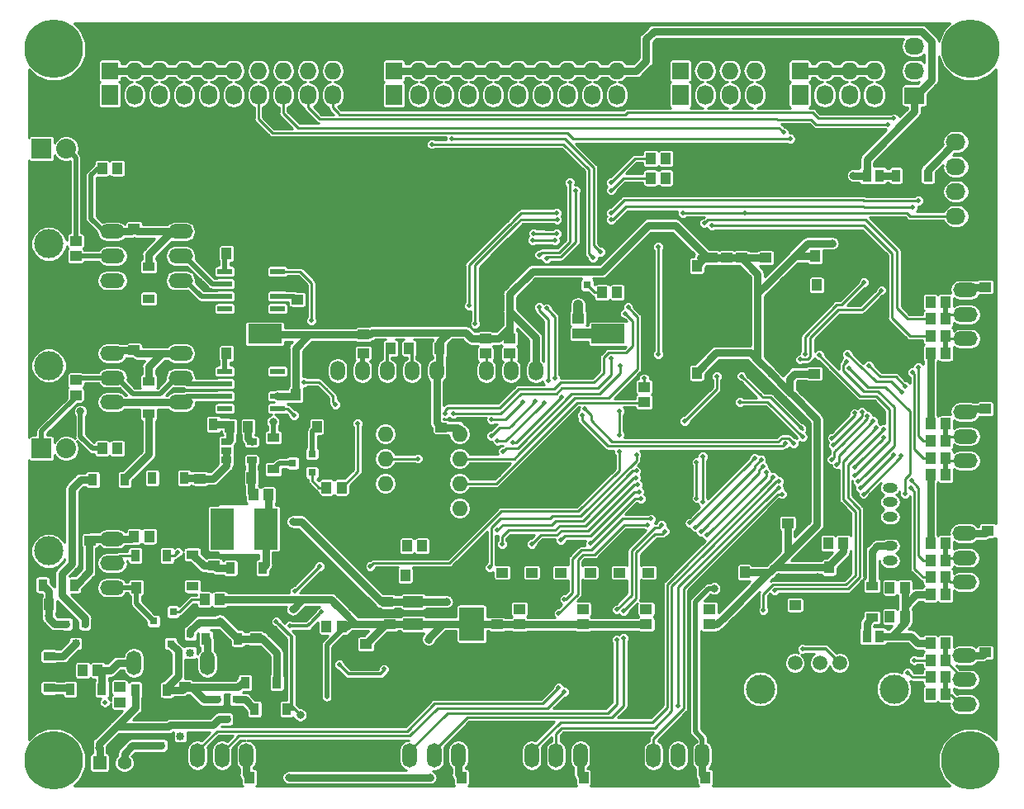
<source format=gbr>
G04 #@! TF.GenerationSoftware,KiCad,Pcbnew,(5.0.2)-1*
G04 #@! TF.CreationDate,2019-04-04T17:12:50+09:00*
G04 #@! TF.ProjectId,stm32f4_Centaurus,73746d33-3266-4345-9f43-656e74617572,rev?*
G04 #@! TF.SameCoordinates,Original*
G04 #@! TF.FileFunction,Copper,L2,Bot*
G04 #@! TF.FilePolarity,Positive*
%FSLAX46Y46*%
G04 Gerber Fmt 4.6, Leading zero omitted, Abs format (unit mm)*
G04 Created by KiCad (PCBNEW (5.0.2)-1) date 2019/04/04 17:12:50*
%MOMM*%
%LPD*%
G01*
G04 APERTURE LIST*
G04 #@! TA.AperFunction,ComponentPad*
%ADD10O,1.727200X1.727200*%
G04 #@! TD*
G04 #@! TA.AperFunction,ComponentPad*
%ADD11R,1.727200X1.727200*%
G04 #@! TD*
G04 #@! TA.AperFunction,ComponentPad*
%ADD12O,2.500000X1.500000*%
G04 #@! TD*
G04 #@! TA.AperFunction,ComponentPad*
%ADD13C,1.501140*%
G04 #@! TD*
G04 #@! TA.AperFunction,ComponentPad*
%ADD14C,2.999740*%
G04 #@! TD*
G04 #@! TA.AperFunction,ComponentPad*
%ADD15O,1.500000X2.000000*%
G04 #@! TD*
G04 #@! TA.AperFunction,ComponentPad*
%ADD16R,3.500000X2.000000*%
G04 #@! TD*
G04 #@! TA.AperFunction,ComponentPad*
%ADD17C,3.000000*%
G04 #@! TD*
G04 #@! TA.AperFunction,SMDPad,CuDef*
%ADD18R,1.550000X0.600000*%
G04 #@! TD*
G04 #@! TA.AperFunction,ComponentPad*
%ADD19R,1.727200X2.032000*%
G04 #@! TD*
G04 #@! TA.AperFunction,ComponentPad*
%ADD20O,1.727200X2.032000*%
G04 #@! TD*
G04 #@! TA.AperFunction,ComponentPad*
%ADD21O,1.500000X2.500000*%
G04 #@! TD*
G04 #@! TA.AperFunction,SMDPad,CuDef*
%ADD22R,0.910000X1.220000*%
G04 #@! TD*
G04 #@! TA.AperFunction,SMDPad,CuDef*
%ADD23R,1.220000X0.910000*%
G04 #@! TD*
G04 #@! TA.AperFunction,SMDPad,CuDef*
%ADD24R,1.000760X0.690880*%
G04 #@! TD*
G04 #@! TA.AperFunction,ComponentPad*
%ADD25R,1.397000X1.397000*%
G04 #@! TD*
G04 #@! TA.AperFunction,ComponentPad*
%ADD26C,1.397000*%
G04 #@! TD*
G04 #@! TA.AperFunction,ComponentPad*
%ADD27R,2.032000X2.032000*%
G04 #@! TD*
G04 #@! TA.AperFunction,ComponentPad*
%ADD28O,2.032000X2.032000*%
G04 #@! TD*
G04 #@! TA.AperFunction,SMDPad,CuDef*
%ADD29R,2.400000X4.200000*%
G04 #@! TD*
G04 #@! TA.AperFunction,ComponentPad*
%ADD30O,2.032000X1.727200*%
G04 #@! TD*
G04 #@! TA.AperFunction,ComponentPad*
%ADD31R,2.032000X1.727200*%
G04 #@! TD*
G04 #@! TA.AperFunction,ComponentPad*
%ADD32O,1.524000X1.000000*%
G04 #@! TD*
G04 #@! TA.AperFunction,SMDPad,CuDef*
%ADD33R,2.000000X1.200000*%
G04 #@! TD*
G04 #@! TA.AperFunction,SMDPad,CuDef*
%ADD34R,2.500000X3.500000*%
G04 #@! TD*
G04 #@! TA.AperFunction,SMDPad,CuDef*
%ADD35R,1.200000X1.000000*%
G04 #@! TD*
G04 #@! TA.AperFunction,SMDPad,CuDef*
%ADD36R,1.000000X1.200000*%
G04 #@! TD*
G04 #@! TA.AperFunction,SMDPad,CuDef*
%ADD37R,0.965200X1.270000*%
G04 #@! TD*
G04 #@! TA.AperFunction,SMDPad,CuDef*
%ADD38R,0.800100X0.800100*%
G04 #@! TD*
G04 #@! TA.AperFunction,ComponentPad*
%ADD39O,1.600000X1.600000*%
G04 #@! TD*
G04 #@! TA.AperFunction,ViaPad*
%ADD40C,6.000000*%
G04 #@! TD*
G04 #@! TA.AperFunction,ViaPad*
%ADD41C,0.500000*%
G04 #@! TD*
G04 #@! TA.AperFunction,ViaPad*
%ADD42C,0.800000*%
G04 #@! TD*
G04 #@! TA.AperFunction,Conductor*
%ADD43C,0.800000*%
G04 #@! TD*
G04 #@! TA.AperFunction,Conductor*
%ADD44C,0.500000*%
G04 #@! TD*
G04 #@! TA.AperFunction,Conductor*
%ADD45C,0.250000*%
G04 #@! TD*
G04 #@! TA.AperFunction,Conductor*
%ADD46C,0.350000*%
G04 #@! TD*
G04 #@! TA.AperFunction,Conductor*
%ADD47C,1.000000*%
G04 #@! TD*
G04 #@! TA.AperFunction,Conductor*
%ADD48C,0.254000*%
G04 #@! TD*
G04 APERTURE END LIST*
D10*
G04 #@! TO.P,P31,8*
G04 #@! TO.N,GND*
X140120000Y-61710000D03*
G04 #@! TO.P,P31,7*
G04 #@! TO.N,Net-(JP5-Pad2)*
X140120000Y-64250000D03*
G04 #@! TO.P,P31,6*
G04 #@! TO.N,GND*
X137580000Y-61710000D03*
G04 #@! TO.P,P31,5*
G04 #@! TO.N,Net-(JP5-Pad2)*
X137580000Y-64250000D03*
G04 #@! TO.P,P31,4*
G04 #@! TO.N,GND*
X135040000Y-61710000D03*
G04 #@! TO.P,P31,3*
G04 #@! TO.N,Net-(JP5-Pad2)*
X135040000Y-64250000D03*
G04 #@! TO.P,P31,2*
G04 #@! TO.N,GND*
X132500000Y-61710000D03*
D11*
G04 #@! TO.P,P31,1*
G04 #@! TO.N,Net-(JP5-Pad2)*
X132500000Y-64250000D03*
G04 #@! TD*
D12*
G04 #@! TO.P,P7,1*
G04 #@! TO.N,GND*
X149420000Y-109210000D03*
G04 #@! TO.P,P7,2*
G04 #@! TO.N,+5V*
X149420000Y-111710000D03*
G04 #@! TO.P,P7,3*
G04 #@! TO.N,Net-(P7-Pad3)*
X149420000Y-114210000D03*
G04 #@! TO.P,P7,4*
G04 #@! TO.N,Net-(P7-Pad4)*
X149420000Y-116710000D03*
G04 #@! TD*
D13*
G04 #@! TO.P,P2,4*
G04 #@! TO.N,GND*
X139112860Y-124995760D03*
G04 #@! TO.P,P2,3*
G04 #@! TO.N,/D+*
X136572860Y-124995760D03*
G04 #@! TO.P,P2,2*
G04 #@! TO.N,/D-*
X134540860Y-124995760D03*
G04 #@! TO.P,P2,1*
G04 #@! TO.N,+5V*
X132000860Y-124995760D03*
D14*
G04 #@! TO.P,P2,5*
G04 #@! TO.N,Net-(P2-Pad5)*
X142160860Y-127662760D03*
X128444860Y-127662760D03*
G04 #@! TD*
D15*
G04 #@! TO.P,U7,1*
G04 #@! TO.N,Net-(U7-Pad1)*
X85090000Y-95035000D03*
G04 #@! TO.P,U7,2*
G04 #@! TO.N,Net-(C29-Pad1)*
X87630000Y-95035000D03*
G04 #@! TO.P,U7,3*
G04 #@! TO.N,Net-(C30-Pad1)*
X90170000Y-95035000D03*
G04 #@! TO.P,U7,4*
G04 #@! TO.N,Net-(C30-Pad2)*
X92710000Y-95035000D03*
G04 #@! TO.P,U7,5*
G04 #@! TO.N,+3.3V*
X95250000Y-95035000D03*
G04 #@! TO.P,U7,6*
G04 #@! TO.N,GND*
X97790000Y-95035000D03*
G04 #@! TO.P,U7,7*
G04 #@! TO.N,/I2C1_SDA*
X100330000Y-95035000D03*
G04 #@! TO.P,U7,8*
G04 #@! TO.N,/I2C1_SCL*
X102870000Y-95035000D03*
G04 #@! TO.P,U7,9*
G04 #@! TO.N,+3.3V*
X105410000Y-95035000D03*
D16*
G04 #@! TO.P,U7,10*
X77650000Y-91235000D03*
G04 #@! TO.P,U7,11*
G04 #@! TO.N,Net-(R43-Pad1)*
X112850000Y-91235000D03*
G04 #@! TD*
D12*
G04 #@! TO.P,P27,1*
G04 #@! TO.N,GND*
X62000000Y-109750000D03*
G04 #@! TO.P,P27,2*
G04 #@! TO.N,XA4_12V*
X62000000Y-112250000D03*
G04 #@! TO.P,P27,3*
G04 #@! TO.N,Net-(D26-Pad2)*
X62000000Y-114750000D03*
G04 #@! TO.P,P27,4*
G04 #@! TO.N,Net-(P27-Pad4)*
X62000000Y-117250000D03*
D17*
G04 #@! TO.P,P27,*
G04 #@! TO.N,*
X55500000Y-113500000D03*
G04 #@! TD*
D18*
G04 #@! TO.P,U5,8*
G04 #@! TO.N,Net-(R38-Pad2)*
X73550000Y-84845000D03*
G04 #@! TO.P,U5,7*
G04 #@! TO.N,/CAN0_H*
X73550000Y-86115000D03*
G04 #@! TO.P,U5,6*
G04 #@! TO.N,/CAN0_L*
X73550000Y-87385000D03*
G04 #@! TO.P,U5,5*
G04 #@! TO.N,Net-(U5-Pad5)*
X73550000Y-88655000D03*
G04 #@! TO.P,U5,4*
G04 #@! TO.N,/CAN1_RX*
X78950000Y-88655000D03*
G04 #@! TO.P,U5,3*
G04 #@! TO.N,+3.3V*
X78950000Y-87385000D03*
G04 #@! TO.P,U5,2*
G04 #@! TO.N,GND*
X78950000Y-86115000D03*
G04 #@! TO.P,U5,1*
G04 #@! TO.N,/CAN1_TX*
X78950000Y-84845000D03*
G04 #@! TD*
D19*
G04 #@! TO.P,P23,1*
G04 #@! TO.N,/ADC12_IN9*
X90890000Y-66750000D03*
D20*
G04 #@! TO.P,P23,2*
G04 #@! TO.N,/ADC12_IN15*
X93430000Y-66750000D03*
G04 #@! TO.P,P23,3*
G04 #@! TO.N,/ADC12_IN14*
X95970000Y-66750000D03*
G04 #@! TO.P,P23,4*
G04 #@! TO.N,/ADC12_IN6*
X98510000Y-66750000D03*
G04 #@! TO.P,P23,5*
G04 #@! TO.N,/ADC12_IN5*
X101050000Y-66750000D03*
G04 #@! TO.P,P23,6*
G04 #@! TO.N,/ADC12_IN4*
X103590000Y-66750000D03*
G04 #@! TO.P,P23,7*
G04 #@! TO.N,/ADC12_IN3*
X106130000Y-66750000D03*
G04 #@! TO.P,P23,8*
G04 #@! TO.N,/ADC12_IN2*
X108670000Y-66750000D03*
G04 #@! TO.P,P23,9*
G04 #@! TO.N,/ADC12_IN11*
X111210000Y-66750000D03*
G04 #@! TO.P,P23,10*
G04 #@! TO.N,/ADC12_IN10*
X113750000Y-66750000D03*
G04 #@! TD*
D21*
G04 #@! TO.P,P16,1*
G04 #@! TO.N,GND*
X78250000Y-134500000D03*
G04 #@! TO.P,P16,2*
G04 #@! TO.N,+5V*
X75750000Y-134500000D03*
G04 #@! TO.P,P16,3*
G04 #@! TO.N,/USART1_TX*
X73250000Y-134500000D03*
G04 #@! TO.P,P16,4*
G04 #@! TO.N,/USART1_RX*
X70750000Y-134500000D03*
G04 #@! TD*
D22*
G04 #@! TO.P,D9,1*
G04 #@! TO.N,Net-(D11-Pad2)*
X78885000Y-127000000D03*
G04 #@! TO.P,D9,2*
G04 #@! TO.N,Net-(D27-Pad1)*
X75615000Y-127000000D03*
G04 #@! TD*
D23*
G04 #@! TO.P,D20,1*
G04 #@! TO.N,Net-(D20-Pad1)*
X78500000Y-105135000D03*
G04 #@! TO.P,D20,2*
G04 #@! TO.N,+3.3V*
X78500000Y-101865000D03*
G04 #@! TD*
D24*
G04 #@! TO.P,U4,1*
G04 #@! TO.N,Net-(C18-Pad2)*
X76300480Y-102300040D03*
G04 #@! TO.P,U4,2*
G04 #@! TO.N,GND*
X76300480Y-103250000D03*
G04 #@! TO.P,U4,3*
G04 #@! TO.N,/FB*
X76300480Y-104199960D03*
G04 #@! TO.P,U4,4*
G04 #@! TO.N,Net-(C19-Pad1)*
X73699520Y-104199960D03*
G04 #@! TO.P,U4,5*
X73699520Y-103250000D03*
G04 #@! TO.P,U4,6*
G04 #@! TO.N,Net-(C18-Pad1)*
X73699520Y-102300040D03*
G04 #@! TD*
D22*
G04 #@! TO.P,D29,1*
G04 #@! TO.N,+12V*
X66115000Y-106000000D03*
G04 #@! TO.P,D29,2*
G04 #@! TO.N,Net-(C19-Pad1)*
X69385000Y-106000000D03*
G04 #@! TD*
D25*
G04 #@! TO.P,SW1,1*
G04 #@! TO.N,Net-(D27-Pad2)*
X60710000Y-135250000D03*
D26*
G04 #@! TO.P,SW1,2*
G04 #@! TO.N,Net-(Q6-Pad1)*
X63250000Y-135250000D03*
G04 #@! TO.P,SW1,3*
G04 #@! TO.N,GND*
X65790000Y-135250000D03*
G04 #@! TD*
D22*
G04 #@! TO.P,D32,1*
G04 #@! TO.N,XA4_12V*
X58135000Y-117000000D03*
G04 #@! TO.P,D32,2*
G04 #@! TO.N,/XA_12V*
X54865000Y-117000000D03*
G04 #@! TD*
D23*
G04 #@! TO.P,D38,2*
G04 #@! TO.N,/CAN_BUS_12V*
X65750000Y-87635000D03*
G04 #@! TO.P,D38,1*
G04 #@! TO.N,CAN0_BUS_Vdd*
X65750000Y-84365000D03*
G04 #@! TD*
G04 #@! TO.P,D39,1*
G04 #@! TO.N,CAN1_BUS_Vdd*
X65750000Y-96115000D03*
G04 #@! TO.P,D39,2*
G04 #@! TO.N,/CAN_BUS_12V*
X65750000Y-99385000D03*
G04 #@! TD*
D22*
G04 #@! TO.P,D40,1*
G04 #@! TO.N,Net-(D40-Pad1)*
X145635000Y-75000000D03*
G04 #@! TO.P,D40,2*
G04 #@! TO.N,Net-(D40-Pad2)*
X142365000Y-75000000D03*
G04 #@! TD*
D23*
G04 #@! TO.P,D6,1*
G04 #@! TO.N,/XA_12V*
X55540000Y-127555000D03*
G04 #@! TO.P,D6,2*
G04 #@! TO.N,+12V*
X55540000Y-124285000D03*
G04 #@! TD*
D22*
G04 #@! TO.P,D7,2*
G04 #@! TO.N,Net-(D7-Pad2)*
X60015000Y-106220000D03*
G04 #@! TO.P,D7,1*
G04 #@! TO.N,/CAN_BUS_12V*
X63285000Y-106220000D03*
G04 #@! TD*
G04 #@! TO.P,D8,1*
G04 #@! TO.N,XA2_12V*
X60955000Y-127680000D03*
G04 #@! TO.P,D8,2*
G04 #@! TO.N,/XA_12V*
X57685000Y-127680000D03*
G04 #@! TD*
D23*
G04 #@! TO.P,D10,2*
G04 #@! TO.N,Net-(D10-Pad2)*
X70250000Y-117135000D03*
G04 #@! TO.P,D10,1*
G04 #@! TO.N,/12V_TO_5V*
X70250000Y-113865000D03*
G04 #@! TD*
D22*
G04 #@! TO.P,D11,2*
G04 #@! TO.N,Net-(D11-Pad2)*
X74885000Y-122500000D03*
G04 #@! TO.P,D11,1*
G04 #@! TO.N,XA2_5V*
X71615000Y-122500000D03*
G04 #@! TD*
D21*
G04 #@! TO.P,P10,1*
G04 #@! TO.N,GND*
X66750000Y-125000000D03*
G04 #@! TO.P,P10,2*
G04 #@! TO.N,XA2_12V*
X64250000Y-125000000D03*
G04 #@! TD*
G04 #@! TO.P,P17,2*
G04 #@! TO.N,XA2_5V*
X71750000Y-125000000D03*
G04 #@! TO.P,P17,1*
G04 #@! TO.N,GND*
X74250000Y-125000000D03*
G04 #@! TD*
D22*
G04 #@! TO.P,D27,1*
G04 #@! TO.N,Net-(D27-Pad1)*
X67635000Y-127750000D03*
G04 #@! TO.P,D27,2*
G04 #@! TO.N,Net-(D27-Pad2)*
X64365000Y-127750000D03*
G04 #@! TD*
D23*
G04 #@! TO.P,D28,1*
G04 #@! TO.N,Net-(D28-Pad1)*
X139920000Y-117075000D03*
G04 #@! TO.P,D28,2*
G04 #@! TO.N,Net-(D28-Pad2)*
X139920000Y-120345000D03*
G04 #@! TD*
D27*
G04 #@! TO.P,JP1,1*
G04 #@! TO.N,/CAN0_L*
X54750000Y-72250000D03*
D28*
G04 #@! TO.P,JP1,2*
G04 #@! TO.N,Net-(JP1-Pad2)*
X57290000Y-72250000D03*
G04 #@! TD*
G04 #@! TO.P,JP2,2*
G04 #@! TO.N,/CAN1_L*
X57290000Y-103000000D03*
D27*
G04 #@! TO.P,JP2,1*
G04 #@! TO.N,Net-(JP2-Pad1)*
X54750000Y-103000000D03*
G04 #@! TD*
D29*
G04 #@! TO.P,L1,2*
G04 #@! TO.N,Net-(D15-Pad1)*
X77750000Y-111250000D03*
G04 #@! TO.P,L1,1*
G04 #@! TO.N,Net-(C18-Pad1)*
X73250000Y-111250000D03*
G04 #@! TD*
D30*
G04 #@! TO.P,P18,5*
G04 #@! TO.N,/NRST*
X148500000Y-79160000D03*
G04 #@! TO.P,P18,4*
G04 #@! TO.N,/SWDIO*
X148500000Y-76620000D03*
G04 #@! TO.P,P18,3*
G04 #@! TO.N,/SWCLK*
X148500000Y-74080000D03*
G04 #@! TO.P,P18,2*
G04 #@! TO.N,Net-(D40-Pad1)*
X148500000Y-71540000D03*
D31*
G04 #@! TO.P,P18,1*
G04 #@! TO.N,GND*
X148500000Y-69000000D03*
G04 #@! TD*
D20*
G04 #@! TO.P,P24,10*
G04 #@! TO.N,/TIM10_CH1*
X84610000Y-66750000D03*
G04 #@! TO.P,P24,9*
G04 #@! TO.N,/TIM11_CH1*
X82070000Y-66750000D03*
G04 #@! TO.P,P24,8*
G04 #@! TO.N,/TIM9_CH1*
X79530000Y-66750000D03*
G04 #@! TO.P,P24,7*
G04 #@! TO.N,/TIM9_CH2*
X76990000Y-66750000D03*
G04 #@! TO.P,P24,6*
G04 #@! TO.N,/TIM8_CH1*
X74450000Y-66750000D03*
G04 #@! TO.P,P24,5*
G04 #@! TO.N,/TIM8_CH2*
X71910000Y-66750000D03*
G04 #@! TO.P,P24,4*
G04 #@! TO.N,/TIM1_CH1*
X69370000Y-66750000D03*
G04 #@! TO.P,P24,3*
G04 #@! TO.N,/TIM1_CH2*
X66830000Y-66750000D03*
G04 #@! TO.P,P24,2*
G04 #@! TO.N,/TIM1_CH3*
X64290000Y-66750000D03*
D19*
G04 #@! TO.P,P24,1*
G04 #@! TO.N,/TIM1_CH4*
X61750000Y-66750000D03*
G04 #@! TD*
D10*
G04 #@! TO.P,P25,20*
G04 #@! TO.N,GND*
X113750000Y-61710000D03*
G04 #@! TO.P,P25,19*
G04 #@! TO.N,+3.3V*
X113750000Y-64250000D03*
G04 #@! TO.P,P25,18*
G04 #@! TO.N,GND*
X111210000Y-61710000D03*
G04 #@! TO.P,P25,17*
G04 #@! TO.N,+3.3V*
X111210000Y-64250000D03*
G04 #@! TO.P,P25,16*
G04 #@! TO.N,GND*
X108670000Y-61710000D03*
G04 #@! TO.P,P25,15*
G04 #@! TO.N,+3.3V*
X108670000Y-64250000D03*
G04 #@! TO.P,P25,14*
G04 #@! TO.N,GND*
X106130000Y-61710000D03*
G04 #@! TO.P,P25,13*
G04 #@! TO.N,+3.3V*
X106130000Y-64250000D03*
G04 #@! TO.P,P25,12*
G04 #@! TO.N,GND*
X103590000Y-61710000D03*
G04 #@! TO.P,P25,11*
G04 #@! TO.N,+3.3V*
X103590000Y-64250000D03*
G04 #@! TO.P,P25,10*
G04 #@! TO.N,GND*
X101050000Y-61710000D03*
G04 #@! TO.P,P25,9*
G04 #@! TO.N,+3.3V*
X101050000Y-64250000D03*
G04 #@! TO.P,P25,8*
G04 #@! TO.N,GND*
X98510000Y-61710000D03*
G04 #@! TO.P,P25,7*
G04 #@! TO.N,+3.3V*
X98510000Y-64250000D03*
G04 #@! TO.P,P25,6*
G04 #@! TO.N,GND*
X95970000Y-61710000D03*
G04 #@! TO.P,P25,5*
G04 #@! TO.N,+3.3V*
X95970000Y-64250000D03*
G04 #@! TO.P,P25,4*
G04 #@! TO.N,GND*
X93430000Y-61710000D03*
G04 #@! TO.P,P25,3*
G04 #@! TO.N,+3.3V*
X93430000Y-64250000D03*
G04 #@! TO.P,P25,2*
G04 #@! TO.N,GND*
X90890000Y-61710000D03*
D11*
G04 #@! TO.P,P25,1*
G04 #@! TO.N,+3.3V*
X90890000Y-64250000D03*
G04 #@! TD*
G04 #@! TO.P,P26,1*
G04 #@! TO.N,+5V*
X61750000Y-64250000D03*
D10*
G04 #@! TO.P,P26,2*
G04 #@! TO.N,GND*
X61750000Y-61710000D03*
G04 #@! TO.P,P26,3*
G04 #@! TO.N,+5V*
X64290000Y-64250000D03*
G04 #@! TO.P,P26,4*
G04 #@! TO.N,GND*
X64290000Y-61710000D03*
G04 #@! TO.P,P26,5*
G04 #@! TO.N,+5V*
X66830000Y-64250000D03*
G04 #@! TO.P,P26,6*
G04 #@! TO.N,GND*
X66830000Y-61710000D03*
G04 #@! TO.P,P26,7*
G04 #@! TO.N,+5V*
X69370000Y-64250000D03*
G04 #@! TO.P,P26,8*
G04 #@! TO.N,GND*
X69370000Y-61710000D03*
G04 #@! TO.P,P26,9*
G04 #@! TO.N,+5V*
X71910000Y-64250000D03*
G04 #@! TO.P,P26,10*
G04 #@! TO.N,GND*
X71910000Y-61710000D03*
G04 #@! TO.P,P26,11*
G04 #@! TO.N,+5V*
X74450000Y-64250000D03*
G04 #@! TO.P,P26,12*
G04 #@! TO.N,GND*
X74450000Y-61710000D03*
G04 #@! TO.P,P26,13*
G04 #@! TO.N,+5V*
X76990000Y-64250000D03*
G04 #@! TO.P,P26,14*
G04 #@! TO.N,GND*
X76990000Y-61710000D03*
G04 #@! TO.P,P26,15*
G04 #@! TO.N,+5V*
X79530000Y-64250000D03*
G04 #@! TO.P,P26,16*
G04 #@! TO.N,GND*
X79530000Y-61710000D03*
G04 #@! TO.P,P26,17*
G04 #@! TO.N,+5V*
X82070000Y-64250000D03*
G04 #@! TO.P,P26,18*
G04 #@! TO.N,GND*
X82070000Y-61710000D03*
G04 #@! TO.P,P26,19*
G04 #@! TO.N,+5V*
X84610000Y-64250000D03*
G04 #@! TO.P,P26,20*
G04 #@! TO.N,GND*
X84610000Y-61710000D03*
G04 #@! TD*
D12*
G04 #@! TO.P,P3,4*
G04 #@! TO.N,Net-(P3-Pad4)*
X149420000Y-129210000D03*
G04 #@! TO.P,P3,3*
G04 #@! TO.N,Net-(P3-Pad3)*
X149420000Y-126710000D03*
G04 #@! TO.P,P3,2*
G04 #@! TO.N,+5V*
X149420000Y-124210000D03*
G04 #@! TO.P,P3,1*
G04 #@! TO.N,GND*
X149420000Y-121710000D03*
G04 #@! TD*
G04 #@! TO.P,P4,1*
G04 #@! TO.N,GND*
X149500000Y-96750000D03*
G04 #@! TO.P,P4,2*
G04 #@! TO.N,+5V*
X149500000Y-99250000D03*
G04 #@! TO.P,P4,3*
G04 #@! TO.N,Net-(P4-Pad3)*
X149500000Y-101750000D03*
G04 #@! TO.P,P4,4*
G04 #@! TO.N,Net-(P4-Pad4)*
X149500000Y-104250000D03*
G04 #@! TD*
G04 #@! TO.P,P6,4*
G04 #@! TO.N,Net-(P6-Pad4)*
X149500000Y-91750000D03*
G04 #@! TO.P,P6,3*
G04 #@! TO.N,Net-(P6-Pad3)*
X149500000Y-89250000D03*
G04 #@! TO.P,P6,2*
G04 #@! TO.N,+5V*
X149500000Y-86750000D03*
G04 #@! TO.P,P6,1*
G04 #@! TO.N,GND*
X149500000Y-84250000D03*
G04 #@! TD*
D21*
G04 #@! TO.P,P8,4*
G04 #@! TO.N,/UART5_RX*
X117500000Y-134500000D03*
G04 #@! TO.P,P8,3*
G04 #@! TO.N,/UART5_TX*
X120000000Y-134500000D03*
G04 #@! TO.P,P8,2*
G04 #@! TO.N,+5V*
X122500000Y-134500000D03*
G04 #@! TO.P,P8,1*
G04 #@! TO.N,GND*
X125000000Y-134500000D03*
G04 #@! TD*
G04 #@! TO.P,P9,1*
G04 #@! TO.N,GND*
X112500000Y-134500000D03*
G04 #@! TO.P,P9,2*
G04 #@! TO.N,+5V*
X110000000Y-134500000D03*
G04 #@! TO.P,P9,3*
G04 #@! TO.N,/UART4_TX*
X107500000Y-134500000D03*
G04 #@! TO.P,P9,4*
G04 #@! TO.N,/UART4_RX*
X105000000Y-134500000D03*
G04 #@! TD*
D12*
G04 #@! TO.P,P11,1*
G04 #@! TO.N,GND*
X69000000Y-78250000D03*
G04 #@! TO.P,P11,2*
G04 #@! TO.N,CAN0_BUS_Vdd*
X69000000Y-80750000D03*
G04 #@! TO.P,P11,3*
G04 #@! TO.N,/CAN0_H*
X69000000Y-83250000D03*
G04 #@! TO.P,P11,4*
G04 #@! TO.N,/CAN0_L*
X69000000Y-85750000D03*
G04 #@! TD*
G04 #@! TO.P,P12,4*
G04 #@! TO.N,/CAN1_L*
X69000000Y-98250000D03*
G04 #@! TO.P,P12,3*
G04 #@! TO.N,/CAN1_H*
X69000000Y-95750000D03*
G04 #@! TO.P,P12,2*
G04 #@! TO.N,CAN1_BUS_Vdd*
X69000000Y-93250000D03*
G04 #@! TO.P,P12,1*
G04 #@! TO.N,GND*
X69000000Y-90750000D03*
G04 #@! TD*
D17*
G04 #@! TO.P,P13,*
G04 #@! TO.N,*
X55500000Y-82000000D03*
D12*
G04 #@! TO.P,P13,4*
G04 #@! TO.N,/CAN0_L*
X62000000Y-85750000D03*
G04 #@! TO.P,P13,3*
G04 #@! TO.N,/CAN0_H*
X62000000Y-83250000D03*
G04 #@! TO.P,P13,2*
G04 #@! TO.N,CAN0_BUS_Vdd*
X62000000Y-80750000D03*
G04 #@! TO.P,P13,1*
G04 #@! TO.N,GND*
X62000000Y-78250000D03*
G04 #@! TD*
G04 #@! TO.P,P14,1*
G04 #@! TO.N,GND*
X62000000Y-90750000D03*
G04 #@! TO.P,P14,2*
G04 #@! TO.N,CAN1_BUS_Vdd*
X62000000Y-93250000D03*
G04 #@! TO.P,P14,3*
G04 #@! TO.N,/CAN1_H*
X62000000Y-95750000D03*
G04 #@! TO.P,P14,4*
G04 #@! TO.N,/CAN1_L*
X62000000Y-98250000D03*
D17*
G04 #@! TO.P,P14,*
G04 #@! TO.N,*
X55500000Y-94500000D03*
G04 #@! TD*
D21*
G04 #@! TO.P,P15,4*
G04 #@! TO.N,/USART6_RX*
X92500000Y-134500000D03*
G04 #@! TO.P,P15,3*
G04 #@! TO.N,/USART6_TX*
X95000000Y-134500000D03*
G04 #@! TO.P,P15,2*
G04 #@! TO.N,+5V*
X97500000Y-134500000D03*
G04 #@! TO.P,P15,1*
G04 #@! TO.N,GND*
X100000000Y-134500000D03*
G04 #@! TD*
D19*
G04 #@! TO.P,P28,1*
G04 #@! TO.N,/PC15*
X120250000Y-66750000D03*
D20*
G04 #@! TO.P,P28,2*
G04 #@! TO.N,/PC14*
X122790000Y-66750000D03*
G04 #@! TO.P,P28,3*
G04 #@! TO.N,/PC13*
X125330000Y-66750000D03*
G04 #@! TO.P,P28,4*
G04 #@! TO.N,/PE4*
X127870000Y-66750000D03*
G04 #@! TD*
G04 #@! TO.P,P29,4*
G04 #@! TO.N,/PE0*
X140120000Y-66750000D03*
G04 #@! TO.P,P29,3*
G04 #@! TO.N,/PE1*
X137580000Y-66750000D03*
G04 #@! TO.P,P29,2*
G04 #@! TO.N,/PE2*
X135040000Y-66750000D03*
D19*
G04 #@! TO.P,P29,1*
G04 #@! TO.N,/PE3*
X132500000Y-66750000D03*
G04 #@! TD*
D11*
G04 #@! TO.P,P30,1*
G04 #@! TO.N,+5V*
X120250000Y-64250000D03*
D10*
G04 #@! TO.P,P30,2*
G04 #@! TO.N,GND*
X120250000Y-61710000D03*
G04 #@! TO.P,P30,3*
G04 #@! TO.N,+5V*
X122790000Y-64250000D03*
G04 #@! TO.P,P30,4*
G04 #@! TO.N,GND*
X122790000Y-61710000D03*
G04 #@! TO.P,P30,5*
G04 #@! TO.N,+5V*
X125330000Y-64250000D03*
G04 #@! TO.P,P30,6*
G04 #@! TO.N,GND*
X125330000Y-61710000D03*
G04 #@! TO.P,P30,7*
G04 #@! TO.N,+5V*
X127870000Y-64250000D03*
G04 #@! TO.P,P30,8*
G04 #@! TO.N,GND*
X127870000Y-61710000D03*
G04 #@! TD*
D32*
G04 #@! TO.P,P1,1*
G04 #@! TO.N,/MCLR*
X141750000Y-114500000D03*
G04 #@! TO.P,P1,2*
G04 #@! TO.N,Net-(D28-Pad1)*
X141750000Y-113000000D03*
G04 #@! TO.P,P1,3*
G04 #@! TO.N,GND*
X141750000Y-111500000D03*
G04 #@! TO.P,P1,4*
G04 #@! TO.N,/PGED1*
X141750000Y-110000000D03*
G04 #@! TO.P,P1,5*
G04 #@! TO.N,/PGEC1*
X141750000Y-108500000D03*
G04 #@! TO.P,P1,6*
G04 #@! TO.N,Net-(P1-Pad6)*
X141750000Y-107000000D03*
G04 #@! TD*
D33*
G04 #@! TO.P,U2,2*
G04 #@! TO.N,+3.3V*
X92850000Y-121000000D03*
G04 #@! TO.P,U2,1*
G04 #@! TO.N,GND*
X92850000Y-123300000D03*
G04 #@! TO.P,U2,3*
G04 #@! TO.N,+5V*
X92850000Y-118700000D03*
D34*
G04 #@! TO.P,U2,2*
G04 #@! TO.N,+3.3V*
X98850000Y-121000000D03*
G04 #@! TD*
D18*
G04 #@! TO.P,U6,1*
G04 #@! TO.N,/CAN2_TX*
X78950000Y-95095000D03*
G04 #@! TO.P,U6,2*
G04 #@! TO.N,GND*
X78950000Y-96365000D03*
G04 #@! TO.P,U6,3*
G04 #@! TO.N,+3.3V*
X78950000Y-97635000D03*
G04 #@! TO.P,U6,4*
G04 #@! TO.N,/CAN2_RX*
X78950000Y-98905000D03*
G04 #@! TO.P,U6,5*
G04 #@! TO.N,Net-(U6-Pad5)*
X73550000Y-98905000D03*
G04 #@! TO.P,U6,6*
G04 #@! TO.N,/CAN1_L*
X73550000Y-97635000D03*
G04 #@! TO.P,U6,7*
G04 #@! TO.N,/CAN1_H*
X73550000Y-96365000D03*
G04 #@! TO.P,U6,8*
G04 #@! TO.N,Net-(R39-Pad2)*
X73550000Y-95095000D03*
G04 #@! TD*
D22*
G04 #@! TO.P,D12,1*
G04 #@! TO.N,/BUS_5V*
X79885000Y-129750000D03*
G04 #@! TO.P,D12,2*
G04 #@! TO.N,Net-(D12-Pad2)*
X76615000Y-129750000D03*
G04 #@! TD*
D35*
G04 #@! TO.P,C1,2*
G04 #@! TO.N,GND*
X132000000Y-120930000D03*
G04 #@! TO.P,C1,1*
G04 #@! TO.N,Net-(C1-Pad1)*
X132000000Y-119050000D03*
G04 #@! TD*
G04 #@! TO.P,C2,1*
G04 #@! TO.N,GND*
X131250000Y-108760000D03*
G04 #@! TO.P,C2,2*
G04 #@! TO.N,+3.3V*
X131250000Y-110640000D03*
G04 #@! TD*
D36*
G04 #@! TO.P,C3,1*
G04 #@! TO.N,GND*
X124970000Y-115710000D03*
G04 #@! TO.P,C3,2*
G04 #@! TO.N,+3.3V*
X126850000Y-115710000D03*
G04 #@! TD*
G04 #@! TO.P,C4,2*
G04 #@! TO.N,+3.3V*
X135490000Y-115210000D03*
G04 #@! TO.P,C4,1*
G04 #@! TO.N,GND*
X137370000Y-115210000D03*
G04 #@! TD*
D35*
G04 #@! TO.P,C5,1*
G04 #@! TO.N,/12V_TO_5V*
X72420000Y-115010000D03*
G04 #@! TO.P,C5,2*
G04 #@! TO.N,GND*
X72420000Y-116890000D03*
G04 #@! TD*
G04 #@! TO.P,C6,1*
G04 #@! TO.N,+5V*
X90250000Y-118700000D03*
G04 #@! TO.P,C6,2*
G04 #@! TO.N,GND*
X90250000Y-116820000D03*
G04 #@! TD*
G04 #@! TO.P,C7,2*
G04 #@! TO.N,GND*
X101500000Y-122930000D03*
G04 #@! TO.P,C7,1*
G04 #@! TO.N,+3.3V*
X101500000Y-121050000D03*
G04 #@! TD*
G04 #@! TO.P,C8,1*
G04 #@! TO.N,GND*
X151750000Y-109550000D03*
G04 #@! TO.P,C8,2*
G04 #@! TO.N,+5V*
X151750000Y-111430000D03*
G04 #@! TD*
G04 #@! TO.P,C9,1*
G04 #@! TO.N,GND*
X151500000Y-97050000D03*
G04 #@! TO.P,C9,2*
G04 #@! TO.N,+5V*
X151500000Y-98930000D03*
G04 #@! TD*
G04 #@! TO.P,C10,2*
G04 #@! TO.N,GND*
X88000000Y-124930000D03*
G04 #@! TO.P,C10,1*
G04 #@! TO.N,+3.3V*
X88000000Y-123050000D03*
G04 #@! TD*
D36*
G04 #@! TO.P,C12,2*
G04 #@! TO.N,GND*
X93930000Y-116000000D03*
G04 #@! TO.P,C12,1*
G04 #@! TO.N,/NRST*
X92050000Y-116000000D03*
G04 #@! TD*
D35*
G04 #@! TO.P,C14,2*
G04 #@! TO.N,+5V*
X151500000Y-86430000D03*
G04 #@! TO.P,C14,1*
G04 #@! TO.N,GND*
X151500000Y-84550000D03*
G04 #@! TD*
G04 #@! TO.P,C15,1*
G04 #@! TO.N,GND*
X151500000Y-122050000D03*
G04 #@! TO.P,C15,2*
G04 #@! TO.N,+5V*
X151500000Y-123930000D03*
G04 #@! TD*
D36*
G04 #@! TO.P,C16,2*
G04 #@! TO.N,+5V*
X122820000Y-136750000D03*
G04 #@! TO.P,C16,1*
G04 #@! TO.N,GND*
X124700000Y-136750000D03*
G04 #@! TD*
G04 #@! TO.P,C17,2*
G04 #@! TO.N,+5V*
X110320000Y-136750000D03*
G04 #@! TO.P,C17,1*
G04 #@! TO.N,GND*
X112200000Y-136750000D03*
G04 #@! TD*
G04 #@! TO.P,C18,2*
G04 #@! TO.N,Net-(C18-Pad2)*
X75930000Y-100750000D03*
G04 #@! TO.P,C18,1*
G04 #@! TO.N,Net-(C18-Pad1)*
X74050000Y-100750000D03*
G04 #@! TD*
D35*
G04 #@! TO.P,C19,2*
G04 #@! TO.N,GND*
X71000000Y-107980000D03*
G04 #@! TO.P,C19,1*
G04 #@! TO.N,Net-(C19-Pad1)*
X71000000Y-106100000D03*
G04 #@! TD*
G04 #@! TO.P,C20,2*
G04 #@! TO.N,+3.3V*
X80995000Y-87725000D03*
G04 #@! TO.P,C20,1*
G04 #@! TO.N,GND*
X80995000Y-89605000D03*
G04 #@! TD*
D36*
G04 #@! TO.P,C21,2*
G04 #@! TO.N,+3.3V*
X80820000Y-97500000D03*
G04 #@! TO.P,C21,1*
G04 #@! TO.N,GND*
X82700000Y-97500000D03*
G04 #@! TD*
D35*
G04 #@! TO.P,C22,1*
G04 #@! TO.N,GND*
X64250000Y-78550000D03*
G04 #@! TO.P,C22,2*
G04 #@! TO.N,CAN0_BUS_Vdd*
X64250000Y-80430000D03*
G04 #@! TD*
G04 #@! TO.P,C23,2*
G04 #@! TO.N,CAN1_BUS_Vdd*
X64250000Y-92930000D03*
G04 #@! TO.P,C23,1*
G04 #@! TO.N,GND*
X64250000Y-91050000D03*
G04 #@! TD*
D36*
G04 #@! TO.P,C24,1*
G04 #@! TO.N,GND*
X99700000Y-136750000D03*
G04 #@! TO.P,C24,2*
G04 #@! TO.N,+5V*
X97820000Y-136750000D03*
G04 #@! TD*
G04 #@! TO.P,C25,1*
G04 #@! TO.N,GND*
X77950000Y-136750000D03*
G04 #@! TO.P,C25,2*
G04 #@! TO.N,+5V*
X76070000Y-136750000D03*
G04 #@! TD*
G04 #@! TO.P,C28,1*
G04 #@! TO.N,GND*
X97450000Y-92750000D03*
G04 #@! TO.P,C28,2*
G04 #@! TO.N,+3.3V*
X95570000Y-92750000D03*
G04 #@! TD*
D35*
G04 #@! TO.P,C29,1*
G04 #@! TO.N,Net-(C29-Pad1)*
X87750000Y-93200000D03*
G04 #@! TO.P,C29,2*
G04 #@! TO.N,+3.3V*
X87750000Y-91320000D03*
G04 #@! TD*
D36*
G04 #@! TO.P,C30,2*
G04 #@! TO.N,Net-(C30-Pad2)*
X92430000Y-92750000D03*
G04 #@! TO.P,C30,1*
G04 #@! TO.N,Net-(C30-Pad1)*
X90550000Y-92750000D03*
G04 #@! TD*
D35*
G04 #@! TO.P,C33,1*
G04 #@! TO.N,GND*
X125000000Y-81550000D03*
G04 #@! TO.P,C33,2*
G04 #@! TO.N,+3.3V*
X125000000Y-83430000D03*
G04 #@! TD*
G04 #@! TO.P,C34,1*
G04 #@! TO.N,GND*
X123500000Y-81550000D03*
G04 #@! TO.P,C34,2*
G04 #@! TO.N,+3.3V*
X123500000Y-83430000D03*
G04 #@! TD*
G04 #@! TO.P,C35,2*
G04 #@! TO.N,+3.3V*
X129000000Y-83430000D03*
G04 #@! TO.P,C35,1*
G04 #@! TO.N,GND*
X129000000Y-81550000D03*
G04 #@! TD*
G04 #@! TO.P,C36,1*
G04 #@! TO.N,GND*
X126500000Y-81550000D03*
G04 #@! TO.P,C36,2*
G04 #@! TO.N,+3.3V*
X126500000Y-83430000D03*
G04 #@! TD*
D36*
G04 #@! TO.P,C37,2*
G04 #@! TO.N,+3.3V*
X121930000Y-84250000D03*
G04 #@! TO.P,C37,1*
G04 #@! TO.N,GND*
X120050000Y-84250000D03*
G04 #@! TD*
G04 #@! TO.P,C38,1*
G04 #@! TO.N,GND*
X120050000Y-95250000D03*
G04 #@! TO.P,C38,2*
G04 #@! TO.N,+3.3V*
X121930000Y-95250000D03*
G04 #@! TD*
D35*
G04 #@! TO.P,C39,2*
G04 #@! TO.N,+3.3V*
X134000000Y-95320000D03*
G04 #@! TO.P,C39,1*
G04 #@! TO.N,GND*
X134000000Y-97200000D03*
G04 #@! TD*
D36*
G04 #@! TO.P,C40,1*
G04 #@! TO.N,GND*
X135950000Y-83250000D03*
G04 #@! TO.P,C40,2*
G04 #@! TO.N,+3.3V*
X134070000Y-83250000D03*
G04 #@! TD*
D35*
G04 #@! TO.P,C41,2*
G04 #@! TO.N,+3.3V*
X95750000Y-100820000D03*
G04 #@! TO.P,C41,1*
G04 #@! TO.N,GND*
X95750000Y-102700000D03*
G04 #@! TD*
G04 #@! TO.P,C42,2*
G04 #@! TO.N,XA4_12V*
X59750000Y-112430000D03*
G04 #@! TO.P,C42,1*
G04 #@! TO.N,GND*
X59750000Y-110550000D03*
G04 #@! TD*
D37*
G04 #@! TO.P,JP3,1*
G04 #@! TO.N,+3.3V*
X139365000Y-75000000D03*
G04 #@! TO.P,JP3,2*
G04 #@! TO.N,Net-(D40-Pad2)*
X140635000Y-75000000D03*
G04 #@! TD*
G04 #@! TO.P,JP4,2*
G04 #@! TO.N,Net-(D28-Pad2)*
X139365000Y-122250000D03*
G04 #@! TO.P,JP4,1*
G04 #@! TO.N,+3.3V*
X140635000Y-122250000D03*
G04 #@! TD*
D38*
G04 #@! TO.P,Q1,3*
G04 #@! TO.N,+12V*
X58250000Y-122998220D03*
G04 #@! TO.P,Q1,2*
G04 #@! TO.N,Net-(D7-Pad2)*
X59200000Y-120999240D03*
G04 #@! TO.P,Q1,1*
G04 #@! TO.N,/XA_12V*
X57300000Y-120999240D03*
G04 #@! TD*
G04 #@! TO.P,Q2,1*
G04 #@! TO.N,Net-(D11-Pad2)*
X70000760Y-122050000D03*
G04 #@! TO.P,Q2,2*
G04 #@! TO.N,Net-(D10-Pad2)*
X70000760Y-123950000D03*
G04 #@! TO.P,Q2,3*
G04 #@! TO.N,Net-(D27-Pad1)*
X68001780Y-123000000D03*
G04 #@! TD*
G04 #@! TO.P,Q3,3*
G04 #@! TO.N,Net-(D27-Pad2)*
X73750000Y-130748220D03*
G04 #@! TO.P,Q3,2*
G04 #@! TO.N,Net-(D12-Pad2)*
X74700000Y-128749240D03*
G04 #@! TO.P,Q3,1*
G04 #@! TO.N,Net-(D27-Pad1)*
X72800000Y-128749240D03*
G04 #@! TD*
G04 #@! TO.P,Q6,1*
G04 #@! TO.N,Net-(Q6-Pad1)*
X66999240Y-133450000D03*
G04 #@! TO.P,Q6,2*
G04 #@! TO.N,Net-(D27-Pad2)*
X66999240Y-131550000D03*
G04 #@! TO.P,Q6,3*
G04 #@! TO.N,+5V*
X68998220Y-132500000D03*
G04 #@! TD*
G04 #@! TO.P,Q7,1*
G04 #@! TO.N,Net-(P27-Pad4)*
X66249240Y-120700000D03*
G04 #@! TO.P,Q7,2*
G04 #@! TO.N,GND*
X66249240Y-118800000D03*
G04 #@! TO.P,Q7,3*
G04 #@! TO.N,/PB11*
X68248220Y-119750000D03*
G04 #@! TD*
D36*
G04 #@! TO.P,R1,1*
G04 #@! TO.N,/MCLR*
X135390000Y-112710000D03*
G04 #@! TO.P,R1,2*
G04 #@! TO.N,+3.3V*
X136950000Y-112710000D03*
G04 #@! TD*
G04 #@! TO.P,R2,1*
G04 #@! TO.N,+3.3V*
X143280000Y-120250000D03*
G04 #@! TO.P,R2,2*
G04 #@! TO.N,Net-(D1-Pad1)*
X141720000Y-120250000D03*
G04 #@! TD*
G04 #@! TO.P,R3,1*
G04 #@! TO.N,+3.3V*
X143280000Y-117250000D03*
G04 #@! TO.P,R3,2*
G04 #@! TO.N,Net-(D2-Pad1)*
X141720000Y-117250000D03*
G04 #@! TD*
G04 #@! TO.P,R4,1*
G04 #@! TO.N,Net-(P3-Pad3)*
X147450000Y-124710000D03*
G04 #@! TO.P,R4,2*
G04 #@! TO.N,/TIM2_CH2*
X145890000Y-124710000D03*
G04 #@! TD*
G04 #@! TO.P,R5,1*
G04 #@! TO.N,Net-(P3-Pad4)*
X147450000Y-126460000D03*
G04 #@! TO.P,R5,2*
G04 #@! TO.N,/TIM2_CH1*
X145890000Y-126460000D03*
G04 #@! TD*
G04 #@! TO.P,R6,2*
G04 #@! TO.N,/TIM3_CH2*
X145890000Y-102210000D03*
G04 #@! TO.P,R6,1*
G04 #@! TO.N,Net-(P4-Pad3)*
X147450000Y-102210000D03*
G04 #@! TD*
G04 #@! TO.P,R7,1*
G04 #@! TO.N,Net-(P4-Pad4)*
X147450000Y-103960000D03*
G04 #@! TO.P,R7,2*
G04 #@! TO.N,/TIM3_CH1*
X145890000Y-103960000D03*
G04 #@! TD*
G04 #@! TO.P,R8,2*
G04 #@! TO.N,+3.3V*
X145890000Y-128210000D03*
G04 #@! TO.P,R8,1*
G04 #@! TO.N,Net-(P3-Pad4)*
X147450000Y-128210000D03*
G04 #@! TD*
G04 #@! TO.P,R9,1*
G04 #@! TO.N,Net-(P4-Pad4)*
X147450000Y-105710000D03*
G04 #@! TO.P,R9,2*
G04 #@! TO.N,+3.3V*
X145890000Y-105710000D03*
G04 #@! TD*
G04 #@! TO.P,R10,2*
G04 #@! TO.N,+3.3V*
X145890000Y-122960000D03*
G04 #@! TO.P,R10,1*
G04 #@! TO.N,Net-(P3-Pad3)*
X147450000Y-122960000D03*
G04 #@! TD*
G04 #@! TO.P,R11,2*
G04 #@! TO.N,+3.3V*
X145890000Y-100460000D03*
G04 #@! TO.P,R11,1*
G04 #@! TO.N,Net-(P4-Pad3)*
X147450000Y-100460000D03*
G04 #@! TD*
G04 #@! TO.P,R12,1*
G04 #@! TO.N,Net-(R12-Pad1)*
X83970000Y-121250000D03*
G04 #@! TO.P,R12,2*
G04 #@! TO.N,+3.3V*
X85530000Y-121250000D03*
G04 #@! TD*
G04 #@! TO.P,R13,1*
G04 #@! TO.N,Net-(P6-Pad3)*
X147450000Y-89710000D03*
G04 #@! TO.P,R13,2*
G04 #@! TO.N,/TIM5_CH2*
X145890000Y-89710000D03*
G04 #@! TD*
G04 #@! TO.P,R14,1*
G04 #@! TO.N,Net-(P6-Pad4)*
X147450000Y-91460000D03*
G04 #@! TO.P,R14,2*
G04 #@! TO.N,/TIM5_CH1*
X145890000Y-91460000D03*
G04 #@! TD*
G04 #@! TO.P,R15,1*
G04 #@! TO.N,Net-(P7-Pad3)*
X147450000Y-114460000D03*
G04 #@! TO.P,R15,2*
G04 #@! TO.N,/TIM4_CH2*
X145890000Y-114460000D03*
G04 #@! TD*
G04 #@! TO.P,R16,2*
G04 #@! TO.N,/TIM4_CH1*
X145890000Y-116210000D03*
G04 #@! TO.P,R16,1*
G04 #@! TO.N,Net-(P7-Pad4)*
X147450000Y-116210000D03*
G04 #@! TD*
G04 #@! TO.P,R17,2*
G04 #@! TO.N,Net-(LED1-Pad3)*
X92220000Y-113000000D03*
G04 #@! TO.P,R17,1*
G04 #@! TO.N,/PE12*
X93780000Y-113000000D03*
G04 #@! TD*
G04 #@! TO.P,R18,2*
G04 #@! TO.N,+3.3V*
X145890000Y-93210000D03*
G04 #@! TO.P,R18,1*
G04 #@! TO.N,Net-(P6-Pad4)*
X147450000Y-93210000D03*
G04 #@! TD*
G04 #@! TO.P,R19,2*
G04 #@! TO.N,+3.3V*
X145890000Y-117960000D03*
G04 #@! TO.P,R19,1*
G04 #@! TO.N,Net-(P7-Pad4)*
X147450000Y-117960000D03*
G04 #@! TD*
G04 #@! TO.P,R20,2*
G04 #@! TO.N,+3.3V*
X145890000Y-87960000D03*
G04 #@! TO.P,R20,1*
G04 #@! TO.N,Net-(P6-Pad3)*
X147450000Y-87960000D03*
G04 #@! TD*
G04 #@! TO.P,R21,1*
G04 #@! TO.N,Net-(P7-Pad3)*
X147450000Y-112710000D03*
G04 #@! TO.P,R21,2*
G04 #@! TO.N,+3.3V*
X145890000Y-112710000D03*
G04 #@! TD*
G04 #@! TO.P,R25,2*
G04 #@! TO.N,GND*
X135780000Y-86250000D03*
G04 #@! TO.P,R25,1*
G04 #@! TO.N,Net-(R25-Pad1)*
X134220000Y-86250000D03*
G04 #@! TD*
G04 #@! TO.P,R26,2*
G04 #@! TO.N,GND*
X53970000Y-119000000D03*
G04 #@! TO.P,R26,1*
G04 #@! TO.N,/XA_12V*
X55530000Y-119000000D03*
G04 #@! TD*
D35*
G04 #@! TO.P,R28,1*
G04 #@! TO.N,Net-(D11-Pad2)*
X76750000Y-122470000D03*
G04 #@! TO.P,R28,2*
G04 #@! TO.N,GND*
X76750000Y-124030000D03*
G04 #@! TD*
G04 #@! TO.P,R30,2*
G04 #@! TO.N,GND*
X69500000Y-129030000D03*
G04 #@! TO.P,R30,1*
G04 #@! TO.N,Net-(D27-Pad1)*
X69500000Y-127470000D03*
G04 #@! TD*
D36*
G04 #@! TO.P,R33,2*
G04 #@! TO.N,XA2_12V*
X60530000Y-125750000D03*
G04 #@! TO.P,R33,1*
G04 #@! TO.N,Net-(D13-Pad1)*
X58970000Y-125750000D03*
G04 #@! TD*
D35*
G04 #@! TO.P,R34,1*
G04 #@! TO.N,Net-(D16-Pad1)*
X62750000Y-129030000D03*
G04 #@! TO.P,R34,2*
G04 #@! TO.N,XA2_5V*
X62750000Y-127470000D03*
G04 #@! TD*
D36*
G04 #@! TO.P,R35,1*
G04 #@! TO.N,Net-(D15-Pad1)*
X78030000Y-107750000D03*
G04 #@! TO.P,R35,2*
G04 #@! TO.N,/FB*
X76470000Y-107750000D03*
G04 #@! TD*
G04 #@! TO.P,R36,2*
G04 #@! TO.N,GND*
X74720000Y-106000000D03*
G04 #@! TO.P,R36,1*
G04 #@! TO.N,/FB*
X76280000Y-106000000D03*
G04 #@! TD*
G04 #@! TO.P,R38,1*
G04 #@! TO.N,GND*
X75280000Y-83000000D03*
G04 #@! TO.P,R38,2*
G04 #@! TO.N,Net-(R38-Pad2)*
X73720000Y-83000000D03*
G04 #@! TD*
G04 #@! TO.P,R39,1*
G04 #@! TO.N,GND*
X75280000Y-93250000D03*
G04 #@! TO.P,R39,2*
G04 #@! TO.N,Net-(R39-Pad2)*
X73720000Y-93250000D03*
G04 #@! TD*
D35*
G04 #@! TO.P,R40,2*
G04 #@! TO.N,Net-(JP1-Pad2)*
X58250000Y-81720000D03*
G04 #@! TO.P,R40,1*
G04 #@! TO.N,/CAN0_H*
X58250000Y-83280000D03*
G04 #@! TD*
G04 #@! TO.P,R41,1*
G04 #@! TO.N,Net-(JP2-Pad1)*
X58250000Y-97530000D03*
G04 #@! TO.P,R41,2*
G04 #@! TO.N,/CAN1_H*
X58250000Y-95970000D03*
G04 #@! TD*
D36*
G04 #@! TO.P,R42,2*
G04 #@! TO.N,/PB2*
X113780000Y-87000000D03*
G04 #@! TO.P,R42,1*
G04 #@! TO.N,Net-(Q5-Pad1)*
X112220000Y-87000000D03*
G04 #@! TD*
D35*
G04 #@! TO.P,R43,2*
G04 #@! TO.N,Net-(Q5-Pad3)*
X109750000Y-89670000D03*
G04 #@! TO.P,R43,1*
G04 #@! TO.N,Net-(R43-Pad1)*
X109750000Y-91230000D03*
G04 #@! TD*
G04 #@! TO.P,R45,1*
G04 #@! TO.N,+3.3V*
X110250000Y-121030000D03*
G04 #@! TO.P,R45,2*
G04 #@! TO.N,/PD3*
X110250000Y-119470000D03*
G04 #@! TD*
G04 #@! TO.P,R49,2*
G04 #@! TO.N,GND*
X102000000Y-117280000D03*
G04 #@! TO.P,R49,1*
G04 #@! TO.N,Net-(D19-Pad2)*
X102000000Y-115720000D03*
G04 #@! TD*
G04 #@! TO.P,R50,1*
G04 #@! TO.N,+3.3V*
X100250000Y-91720000D03*
G04 #@! TO.P,R50,2*
G04 #@! TO.N,/I2C1_SDA*
X100250000Y-93280000D03*
G04 #@! TD*
D36*
G04 #@! TO.P,R51,2*
G04 #@! TO.N,/TIM12_CH1*
X85530000Y-107000000D03*
G04 #@! TO.P,R51,1*
G04 #@! TO.N,Net-(Q4-Pad1)*
X83970000Y-107000000D03*
G04 #@! TD*
D35*
G04 #@! TO.P,R52,2*
G04 #@! TO.N,/I2C1_SCL*
X102750000Y-93280000D03*
G04 #@! TO.P,R52,1*
G04 #@! TO.N,+3.3V*
X102750000Y-91720000D03*
G04 #@! TD*
D36*
G04 #@! TO.P,R53,2*
G04 #@! TO.N,GND*
X84530000Y-100750000D03*
G04 #@! TO.P,R53,1*
G04 #@! TO.N,Net-(Q4-Pad2)*
X82970000Y-100750000D03*
G04 #@! TD*
D35*
G04 #@! TO.P,R54,1*
G04 #@! TO.N,+3.3V*
X103750000Y-121030000D03*
G04 #@! TO.P,R54,2*
G04 #@! TO.N,/PD1*
X103750000Y-119470000D03*
G04 #@! TD*
G04 #@! TO.P,R55,2*
G04 #@! TO.N,/PD4*
X116750000Y-119470000D03*
G04 #@! TO.P,R55,1*
G04 #@! TO.N,+3.3V*
X116750000Y-121030000D03*
G04 #@! TD*
G04 #@! TO.P,R56,2*
G04 #@! TO.N,/PD7*
X123250000Y-119470000D03*
G04 #@! TO.P,R56,1*
G04 #@! TO.N,+3.3V*
X123250000Y-121030000D03*
G04 #@! TD*
G04 #@! TO.P,R57,1*
G04 #@! TO.N,Net-(D21-Pad2)*
X105000000Y-115720000D03*
G04 #@! TO.P,R57,2*
G04 #@! TO.N,GND*
X105000000Y-117280000D03*
G04 #@! TD*
G04 #@! TO.P,R58,1*
G04 #@! TO.N,Net-(D22-Pad2)*
X108000000Y-115720000D03*
G04 #@! TO.P,R58,2*
G04 #@! TO.N,GND*
X108000000Y-117280000D03*
G04 #@! TD*
G04 #@! TO.P,R59,1*
G04 #@! TO.N,Net-(D23-Pad2)*
X114000000Y-115720000D03*
G04 #@! TO.P,R59,2*
G04 #@! TO.N,GND*
X114000000Y-117280000D03*
G04 #@! TD*
G04 #@! TO.P,R60,2*
G04 #@! TO.N,GND*
X111000000Y-117280000D03*
G04 #@! TO.P,R60,1*
G04 #@! TO.N,Net-(D24-Pad2)*
X111000000Y-115720000D03*
G04 #@! TD*
G04 #@! TO.P,R61,1*
G04 #@! TO.N,Net-(D25-Pad2)*
X117000000Y-115720000D03*
G04 #@! TO.P,R61,2*
G04 #@! TO.N,GND*
X117000000Y-117280000D03*
G04 #@! TD*
D36*
G04 #@! TO.P,R62,2*
G04 #@! TO.N,/SPI2_MISO*
X118780000Y-73250000D03*
G04 #@! TO.P,R62,1*
G04 #@! TO.N,Net-(R62-Pad1)*
X117220000Y-73250000D03*
G04 #@! TD*
D35*
G04 #@! TO.P,R63,1*
G04 #@! TO.N,/SPI2_SCK*
X116550000Y-96680000D03*
G04 #@! TO.P,R63,2*
G04 #@! TO.N,Net-(R63-Pad2)*
X116550000Y-98240000D03*
G04 #@! TD*
D36*
G04 #@! TO.P,R64,2*
G04 #@! TO.N,Net-(R64-Pad2)*
X117220000Y-75250000D03*
G04 #@! TO.P,R64,1*
G04 #@! TO.N,/SPI2_MOSI*
X118780000Y-75250000D03*
G04 #@! TD*
G04 #@! TO.P,R66,2*
G04 #@! TO.N,XA4_12V*
X64250000Y-112000000D03*
G04 #@! TO.P,R66,1*
G04 #@! TO.N,Net-(D35-Pad1)*
X65810000Y-112000000D03*
G04 #@! TD*
G04 #@! TO.P,R67,2*
G04 #@! TO.N,CAN0_BUS_Vdd*
X60970000Y-74250000D03*
G04 #@! TO.P,R67,1*
G04 #@! TO.N,Net-(D36-Pad1)*
X62530000Y-74250000D03*
G04 #@! TD*
G04 #@! TO.P,R68,1*
G04 #@! TO.N,Net-(D37-Pad1)*
X62530000Y-103000000D03*
G04 #@! TO.P,R68,2*
G04 #@! TO.N,CAN1_BUS_Vdd*
X60970000Y-103000000D03*
G04 #@! TD*
G04 #@! TO.P,R69,1*
G04 #@! TO.N,+3.3V*
X73030000Y-118500000D03*
G04 #@! TO.P,R69,2*
G04 #@! TO.N,/PB11*
X71470000Y-118500000D03*
G04 #@! TD*
G04 #@! TO.P,R71,1*
G04 #@! TO.N,Net-(P27-Pad4)*
X64470000Y-117250000D03*
G04 #@! TO.P,R71,2*
G04 #@! TO.N,GND*
X66030000Y-117250000D03*
G04 #@! TD*
D22*
G04 #@! TO.P,D14,1*
G04 #@! TO.N,GND*
X69115000Y-100500000D03*
G04 #@! TO.P,D14,2*
G04 #@! TO.N,Net-(C18-Pad1)*
X72385000Y-100500000D03*
G04 #@! TD*
G04 #@! TO.P,D15,1*
G04 #@! TO.N,Net-(D15-Pad1)*
X77410001Y-115250000D03*
G04 #@! TO.P,D15,2*
G04 #@! TO.N,/12V_TO_5V*
X74140001Y-115250000D03*
G04 #@! TD*
D38*
G04 #@! TO.P,Q5,1*
G04 #@! TO.N,Net-(Q5-Pad1)*
X110700000Y-86249240D03*
G04 #@! TO.P,Q5,2*
G04 #@! TO.N,GND*
X108800000Y-86249240D03*
G04 #@! TO.P,Q5,3*
G04 #@! TO.N,Net-(Q5-Pad3)*
X109750000Y-88248220D03*
G04 #@! TD*
G04 #@! TO.P,Q4,1*
G04 #@! TO.N,Net-(Q4-Pad1)*
X82500760Y-105450000D03*
G04 #@! TO.P,Q4,2*
G04 #@! TO.N,Net-(Q4-Pad2)*
X82500760Y-103550000D03*
G04 #@! TO.P,Q4,3*
G04 #@! TO.N,Net-(D20-Pad1)*
X80501780Y-104500000D03*
G04 #@! TD*
D39*
G04 #@! TO.P,U12,8*
G04 #@! TO.N,+3.3V*
X97620000Y-101500000D03*
G04 #@! TO.P,U12,7*
G04 #@! TO.N,/PE7*
X97620000Y-104040000D03*
G04 #@! TO.P,U12,6*
G04 #@! TO.N,Net-(R63-Pad2)*
X97620000Y-106580000D03*
G04 #@! TO.P,U12,5*
G04 #@! TO.N,Net-(R64-Pad2)*
X97620000Y-109120000D03*
G04 #@! TO.P,U12,4*
G04 #@! TO.N,GND*
X90000000Y-109120000D03*
G04 #@! TO.P,U12,3*
G04 #@! TO.N,/PE10*
X90000000Y-106580000D03*
G04 #@! TO.P,U12,2*
G04 #@! TO.N,Net-(R62-Pad1)*
X90000000Y-104040000D03*
G04 #@! TO.P,U12,1*
G04 #@! TO.N,/PE8*
X90000000Y-101500000D03*
G04 #@! TD*
D22*
G04 #@! TO.P,D26,1*
G04 #@! TO.N,/PE15*
X67635000Y-114000000D03*
G04 #@! TO.P,D26,2*
G04 #@! TO.N,Net-(D26-Pad2)*
X64365000Y-114000000D03*
G04 #@! TD*
D35*
G04 #@! TO.P,C31,1*
G04 #@! TO.N,+3.3V*
X90500000Y-121050000D03*
G04 #@! TO.P,C31,2*
G04 #@! TO.N,GND*
X90500000Y-122930000D03*
G04 #@! TD*
D30*
G04 #@! TO.P,JP5,3*
G04 #@! TO.N,+5V*
X144250000Y-61710000D03*
G04 #@! TO.P,JP5,2*
G04 #@! TO.N,Net-(JP5-Pad2)*
X144250000Y-64250000D03*
D31*
G04 #@! TO.P,JP5,1*
G04 #@! TO.N,+3.3V*
X144250000Y-66790000D03*
G04 #@! TD*
D40*
G04 #@! TO.N,*
X150000000Y-62000000D03*
X56000000Y-62000000D03*
X56000000Y-135000000D03*
X150000000Y-135000000D03*
D41*
G04 #@! TO.N,Net-(C1-Pad1)*
X132000000Y-119050000D03*
G04 #@! TO.N,GND*
X142850000Y-95050000D03*
X114000000Y-118250000D03*
X126820000Y-73000000D03*
X126180000Y-73000000D03*
D42*
X76000000Y-125250000D03*
X77750000Y-125250000D03*
X89250000Y-124000000D03*
X121500000Y-117750000D03*
X135590000Y-97630000D03*
X130370000Y-116220000D03*
X134310000Y-116220000D03*
X107500000Y-102000000D03*
X110500000Y-102000000D03*
X113000000Y-103750000D03*
X106000000Y-131500000D03*
X108500000Y-132750000D03*
X98750000Y-131750000D03*
X116250000Y-132750000D03*
X115000000Y-130250000D03*
X117000000Y-130250000D03*
X112500000Y-129250000D03*
X108500000Y-129250000D03*
X91750000Y-131000000D03*
X90750000Y-133250000D03*
X81250000Y-133500000D03*
X65500000Y-130250000D03*
X75250000Y-131000000D03*
X61500000Y-130500000D03*
X62750000Y-133000000D03*
X68250000Y-134250000D03*
X60250000Y-137250000D03*
X63500000Y-137250000D03*
X67000000Y-137250000D03*
X70500000Y-137250000D03*
X74000000Y-137250000D03*
X133250000Y-131250000D03*
X146250000Y-137000000D03*
X142750000Y-137000000D03*
X139250000Y-137000000D03*
X135750000Y-137000000D03*
X131750000Y-137000000D03*
X129000000Y-135500000D03*
X136000000Y-132000000D03*
X139750000Y-132000000D03*
X143250000Y-132000000D03*
X146500000Y-132000000D03*
X152000000Y-131500000D03*
X146500000Y-129750000D03*
X139750000Y-129500000D03*
X136000000Y-129500000D03*
X133250000Y-126500000D03*
X130750000Y-126500000D03*
X130750000Y-133750000D03*
X117750000Y-125000000D03*
X123000000Y-125000000D03*
X115500000Y-125000000D03*
X112500000Y-125000000D03*
X109250000Y-125000000D03*
X106750000Y-125000000D03*
X112500000Y-115750000D03*
X88250000Y-131000000D03*
X71750000Y-130000000D03*
X89000000Y-99750000D03*
X87000000Y-99250000D03*
X83500000Y-90000000D03*
X86750000Y-90000000D03*
X81000000Y-86250000D03*
X83500000Y-86250000D03*
X92400000Y-65500000D03*
X94700000Y-65500000D03*
X97200000Y-65500000D03*
X99700000Y-65500000D03*
X102300000Y-65500000D03*
X104900000Y-65500000D03*
X107400000Y-65500000D03*
X109950000Y-65500000D03*
X112500000Y-65500000D03*
X115150000Y-65500000D03*
X115150000Y-67600000D03*
X112500000Y-67900000D03*
X109950000Y-67900000D03*
X107400000Y-67900000D03*
X104900000Y-67900000D03*
X102300000Y-67900000D03*
X99800000Y-67900000D03*
X97200000Y-67900000D03*
X94700000Y-67900000D03*
X92400000Y-67900000D03*
X89100000Y-67900000D03*
X89100000Y-65500000D03*
X87750000Y-64250000D03*
X120250000Y-112000000D03*
X120250000Y-114000000D03*
X118500000Y-115750000D03*
X112500000Y-118250000D03*
X100250000Y-117000000D03*
X103500000Y-117000000D03*
X106500000Y-117750000D03*
X106500000Y-116000000D03*
X109250000Y-113000000D03*
X109500000Y-108500000D03*
X103500000Y-107500000D03*
X106500000Y-113000000D03*
X103500000Y-113000000D03*
X99000000Y-114250000D03*
X97750000Y-116250000D03*
X59500000Y-133250000D03*
X58250000Y-131500000D03*
X56000000Y-131000000D03*
X54000000Y-131500000D03*
X54000000Y-128500000D03*
X54000000Y-125500000D03*
X54000000Y-122500000D03*
X54000000Y-115250000D03*
X54000000Y-111500000D03*
X54000000Y-108000000D03*
X54000000Y-104750000D03*
X54000000Y-100500000D03*
X54000000Y-96750000D03*
X54000000Y-92250000D03*
X54000000Y-88750000D03*
X54000000Y-84750000D03*
X54000000Y-79750000D03*
X54000000Y-75250000D03*
X54000000Y-69500000D03*
X54000000Y-65500000D03*
X56500000Y-66000000D03*
X58750000Y-65500000D03*
X59750000Y-63500000D03*
X59500000Y-60250000D03*
X146500000Y-59750000D03*
X150250000Y-65750000D03*
X152000000Y-65500000D03*
X152000000Y-67750000D03*
X150250000Y-70500000D03*
X150250000Y-73000000D03*
X150250000Y-75250000D03*
X150250000Y-78000000D03*
X150250000Y-80500000D03*
X150250000Y-93750000D03*
X150250000Y-106500000D03*
X150250000Y-118750000D03*
G04 #@! TO.N,+3.3V*
X145890000Y-112710000D03*
X145890000Y-117960000D03*
X145890000Y-105710000D03*
X145890000Y-100460000D03*
X145890000Y-93210000D03*
X145890000Y-87960000D03*
X145890000Y-122960000D03*
X145890000Y-128210000D03*
X135490000Y-115210000D03*
X140635000Y-122250000D03*
D41*
X132000000Y-83250000D03*
X134070000Y-83250000D03*
X129000000Y-83430000D03*
X123500000Y-83430000D03*
X121930000Y-95250000D03*
X134000000Y-95320000D03*
D42*
X123250000Y-121030000D03*
X116750000Y-121030000D03*
X126850000Y-115710000D03*
D41*
X121930000Y-84250000D03*
X126500000Y-83430000D03*
X124210000Y-83430000D03*
D42*
X80995000Y-87725000D03*
X87750000Y-91320000D03*
D41*
X131250000Y-110640000D03*
D42*
X78950000Y-97635000D03*
X78500000Y-100250000D03*
X87810000Y-123050000D03*
X80530000Y-119500000D03*
D41*
X84000000Y-128450000D03*
D42*
X94440740Y-122594980D03*
X135830000Y-81950000D03*
X138000000Y-75000000D03*
G04 #@! TO.N,+5V*
X94590000Y-136750000D03*
X151500000Y-123930000D03*
X122820000Y-136750000D03*
X110320000Y-136750000D03*
X97820000Y-136750000D03*
X80140000Y-136750000D03*
X76070000Y-136750000D03*
X151750000Y-111430000D03*
X151500000Y-98930000D03*
X151500000Y-86430000D03*
X123720000Y-117360000D03*
X96290000Y-118700000D03*
X80530000Y-110500000D03*
X68998220Y-132500000D03*
D41*
G04 #@! TO.N,/NRST*
X126890000Y-78830000D03*
X120510000Y-78830000D03*
X118000000Y-82300000D03*
X92040000Y-116100000D03*
X118000000Y-93335000D03*
X103050000Y-102370000D03*
X108040914Y-97685913D03*
D42*
G04 #@! TO.N,Net-(C18-Pad1)*
X73250000Y-111250000D03*
X74050000Y-100750000D03*
G04 #@! TO.N,+12V*
X58250000Y-122998220D03*
X66115000Y-106000000D03*
G04 #@! TO.N,/BUS_5V*
X81280000Y-130330000D03*
D41*
X78820000Y-120740000D03*
G04 #@! TO.N,/USART1_TX*
X117250000Y-110210000D03*
X108360000Y-118460000D03*
X108350000Y-127940000D03*
G04 #@! TO.N,/USART1_RX*
X116860000Y-110840000D03*
X107770000Y-119890000D03*
X107770000Y-127540000D03*
G04 #@! TO.N,/D+*
X132770000Y-123550000D03*
G04 #@! TO.N,/MCLR*
X135390000Y-112710000D03*
G04 #@! TO.N,/USART3_TX*
X100720000Y-115200000D03*
X115743413Y-103623413D03*
X120700000Y-100170000D03*
X124000000Y-95580000D03*
G04 #@! TO.N,/USART3_RX*
X115738449Y-105298378D03*
X101460000Y-111370000D03*
G04 #@! TO.N,/UART5_TX*
X142096587Y-103633413D03*
X120000000Y-129400000D03*
X137358414Y-93325000D03*
X142915000Y-97203782D03*
X130340490Y-107073498D03*
X138680000Y-107060000D03*
G04 #@! TO.N,/UART5_RX*
X142850000Y-103720000D03*
X143270000Y-96587650D03*
X139550000Y-94470000D03*
X130690000Y-107680000D03*
X139020000Y-107680000D03*
G04 #@! TO.N,Net-(R25-Pad1)*
X134220000Y-86250000D03*
D42*
G04 #@! TO.N,Net-(D20-Pad1)*
X78500000Y-105135000D03*
D41*
G04 #@! TO.N,Net-(LED1-Pad3)*
X92040000Y-113100000D03*
G04 #@! TO.N,/SWCLK*
X133010000Y-93290000D03*
X139090000Y-85950000D03*
G04 #@! TO.N,/SWDIO*
X132504999Y-93865001D03*
X140870000Y-86770000D03*
G04 #@! TO.N,/TIM2_CH2*
X144240000Y-124710000D03*
G04 #@! TO.N,/TIM2_CH1*
X143270000Y-107620000D03*
X143570000Y-126000000D03*
X137545000Y-94750000D03*
G04 #@! TO.N,/TIM3_CH2*
X144670000Y-94640000D03*
G04 #@! TO.N,/TIM3_CH1*
X144070000Y-95180000D03*
D42*
G04 #@! TO.N,Net-(R12-Pad1)*
X83970000Y-121250000D03*
D41*
G04 #@! TO.N,/TIM4_CH2*
X143930000Y-106280000D03*
X126500000Y-95570000D03*
X132661587Y-100898413D03*
G04 #@! TO.N,/TIM4_CH1*
X143880000Y-107070000D03*
X132770000Y-101820000D03*
X126380000Y-98235000D03*
G04 #@! TO.N,/TIM5_CH2*
X122730000Y-79890000D03*
G04 #@! TO.N,/TIM5_CH1*
X123490000Y-80140000D03*
G04 #@! TO.N,/GP1*
X89860000Y-125620000D03*
X85270000Y-125150000D03*
G04 #@! TO.N,/GP2*
X83470000Y-119770000D03*
X80190000Y-121200000D03*
G04 #@! TO.N,/I2C1_SDA*
X100250000Y-93280000D03*
X99210000Y-90170000D03*
X144085000Y-78250000D03*
X113150000Y-79530003D03*
X107610000Y-79530000D03*
G04 #@! TO.N,/TIM10_CH1*
X142140000Y-69140000D03*
G04 #@! TO.N,/I2C1_SCL*
X102750000Y-93280000D03*
X98580000Y-88370000D03*
X144660000Y-77590000D03*
X113160000Y-78830000D03*
X107550000Y-78830000D03*
G04 #@! TO.N,/TIM8_CH1*
X107560000Y-80950000D03*
X105181587Y-80928413D03*
G04 #@! TO.N,/ADC12_IN14*
X96790000Y-71215000D03*
X112035023Y-82835000D03*
G04 #@! TO.N,/ADC12_IN15*
X94750000Y-71790000D03*
X111270000Y-83410000D03*
G04 #@! TO.N,/TIM8_CH2*
X107410000Y-81660000D03*
X105100000Y-81660000D03*
G04 #@! TO.N,/TIM12_CH1*
X87180000Y-100410000D03*
G04 #@! TO.N,/TIM11_CH1*
X141550000Y-69750000D03*
G04 #@! TO.N,/CAN1_RX*
X78950000Y-88655000D03*
X131020000Y-102500000D03*
X110170000Y-99599037D03*
G04 #@! TO.N,/CAN1_TX*
X82440000Y-89890000D03*
X131886587Y-102446587D03*
X110440963Y-98950000D03*
G04 #@! TO.N,/CAN2_TX*
X81690000Y-96180000D03*
X78950000Y-95095000D03*
X84900000Y-98475000D03*
G04 #@! TO.N,/CAN2_RX*
X80640000Y-99570000D03*
G04 #@! TO.N,/PD11*
X105000000Y-112800000D03*
X115870000Y-106720000D03*
G04 #@! TO.N,/TIM9_CH2*
X131500000Y-71240000D03*
G04 #@! TO.N,/TIM9_CH1*
X130840000Y-70580000D03*
G04 #@! TO.N,/PD3*
X121800000Y-111070000D03*
X139430000Y-99670000D03*
X128534724Y-104120488D03*
X135760000Y-104120000D03*
X110250000Y-119470000D03*
G04 #@! TO.N,/PD10*
X101990000Y-112790000D03*
X115730000Y-106000000D03*
G04 #@! TO.N,/PD14*
X108000000Y-112360000D03*
X116040000Y-107450000D03*
G04 #@! TO.N,/PD15*
X111000000Y-112730000D03*
X116190000Y-108140000D03*
G04 #@! TO.N,/PD4*
X122380000Y-111510000D03*
X140014999Y-100190000D03*
X128707053Y-104798947D03*
X136300000Y-104640000D03*
X116750000Y-119470000D03*
G04 #@! TO.N,/PD7*
X122980000Y-111890000D03*
X141095000Y-101910000D03*
X141095000Y-101910000D03*
X129030000Y-105420000D03*
X138131177Y-104935650D03*
X123250000Y-119470000D03*
G04 #@! TO.N,/SPI2_MISO*
X118780000Y-73250000D03*
G04 #@! TO.N,/SPI2_MOSI*
X118780000Y-75250000D03*
G04 #@! TO.N,/PB2*
X113780000Y-87000000D03*
G04 #@! TO.N,/PE7*
X114900000Y-88520000D03*
G04 #@! TO.N,/PE8*
X114591551Y-89148380D03*
X96145913Y-99405913D03*
G04 #@! TO.N,/PE10*
X96960000Y-99405000D03*
X113140000Y-93780000D03*
G04 #@! TO.N,/PE12*
X93780000Y-113000000D03*
X114108413Y-94498413D03*
X102074999Y-103300000D03*
G04 #@! TO.N,/PE15*
X68740000Y-113620000D03*
X101500000Y-102240001D03*
X106290000Y-98290000D03*
G04 #@! TO.N,/SPI2_SCK*
X116550000Y-95810000D03*
G04 #@! TO.N,/PB11*
X71470000Y-118500000D03*
X80700000Y-117650000D03*
X83260000Y-115090000D03*
X114000000Y-103324999D03*
X114000000Y-99195000D03*
X88460000Y-115090000D03*
X114000000Y-101598573D03*
G04 #@! TO.N,/USART6_TX*
X122540000Y-108460000D03*
X118690000Y-111490000D03*
X114440000Y-119670000D03*
X114440000Y-122420000D03*
X122542277Y-103840000D03*
G04 #@! TO.N,/USART6_RX*
X121910000Y-108110000D03*
X121907996Y-104415000D03*
X118310000Y-110870000D03*
X113710000Y-119520000D03*
X113710000Y-122590000D03*
G04 #@! TO.N,/USART2_TX*
X140340000Y-100900000D03*
X128761587Y-119561587D03*
G04 #@! TO.N,/USART2_RX*
X141070000Y-101000000D03*
X129936587Y-117566587D03*
G04 #@! TO.N,Net-(R62-Pad1)*
X113128413Y-75718413D03*
X108911587Y-75718413D03*
X105780000Y-83130000D03*
X105770000Y-88480000D03*
X106703413Y-96003413D03*
X100900000Y-100040000D03*
X93370000Y-104040000D03*
X104090000Y-98260000D03*
G04 #@! TO.N,Net-(R64-Pad2)*
X113140000Y-76520000D03*
X109550000Y-76520000D03*
X106540000Y-83490000D03*
X106540000Y-88620000D03*
X100880000Y-101690000D03*
X105360000Y-98160000D03*
X107400000Y-95780000D03*
G04 #@! TO.N,Net-(D19-Pad2)*
X101988703Y-115630000D03*
G04 #@! TO.N,Net-(D21-Pad2)*
X105000000Y-115630000D03*
G04 #@! TO.N,Net-(D22-Pad2)*
X108000000Y-115630000D03*
G04 #@! TO.N,Net-(D23-Pad2)*
X114000000Y-115630000D03*
G04 #@! TO.N,Net-(D24-Pad2)*
X111000000Y-115630000D03*
G04 #@! TO.N,Net-(D25-Pad2)*
X117000000Y-115630000D03*
G04 #@! TO.N,/PD0*
X138120000Y-99370000D03*
X135788413Y-101928413D03*
G04 #@! TO.N,/PD1*
X121220000Y-110630000D03*
X135900000Y-102630000D03*
X138855000Y-99255741D03*
X127843981Y-103997843D03*
X103750000Y-119470000D03*
D42*
G04 #@! TO.N,/12V_TO_5V*
X74140001Y-115250000D03*
G04 #@! TO.N,CAN1_BUS_Vdd*
X58740000Y-99190000D03*
G04 #@! TO.N,/CAN_BUS_12V*
X65750000Y-87635000D03*
X65750000Y-99385000D03*
G04 #@! TO.N,Net-(D35-Pad1)*
X65810000Y-112000000D03*
G04 #@! TO.N,Net-(D36-Pad1)*
X62530000Y-74250000D03*
G04 #@! TO.N,Net-(D37-Pad1)*
X62620000Y-103000000D03*
D41*
G04 #@! TO.N,/UART4_TX*
X137307569Y-94063350D03*
X130360000Y-106370000D03*
X138490000Y-106370000D03*
G04 #@! TO.N,/UART4_RX*
X134470000Y-93430000D03*
X129764719Y-105910210D03*
X138100000Y-105770000D03*
D42*
G04 #@! TO.N,/XA_12V*
X55540000Y-127555000D03*
X55500000Y-120180000D03*
G04 #@! TO.N,Net-(D10-Pad2)*
X70250000Y-117135000D03*
X70000760Y-123950000D03*
G04 #@! TO.N,XA2_5V*
X62750000Y-127470000D03*
D41*
G04 #@! TO.N,Net-(D13-Pad1)*
X59000000Y-125750000D03*
D42*
G04 #@! TO.N,Net-(D16-Pad1)*
X62750000Y-129030000D03*
D41*
X61250000Y-129030000D03*
D42*
G04 #@! TO.N,Net-(D27-Pad2)*
X60700000Y-133741500D03*
D41*
G04 #@! TO.N,Net-(D1-Pad1)*
X141630000Y-120250000D03*
G04 #@! TO.N,Net-(D2-Pad1)*
X141630000Y-117250000D03*
G04 #@! TD*
D43*
G04 #@! TO.N,+3.3V*
X94910000Y-121000000D02*
X92850000Y-121000000D01*
X141830000Y-122250000D02*
X142790000Y-122250000D01*
X141830000Y-122250000D02*
X142110000Y-122250000D01*
X141900002Y-122250000D02*
X141380000Y-122250000D01*
X143280000Y-120870002D02*
X141900002Y-122250000D01*
X143280000Y-120250000D02*
X143280000Y-120870002D01*
X140635000Y-122250000D02*
X141380000Y-122250000D01*
X141380000Y-122250000D02*
X141830000Y-122250000D01*
X145720000Y-118000000D02*
X145720000Y-118100000D01*
X143280000Y-119140000D02*
X143280000Y-119410000D01*
X144420000Y-118000000D02*
X143280000Y-119140000D01*
X145720000Y-118000000D02*
X144420000Y-118000000D01*
X143280000Y-120250000D02*
X143280000Y-119410000D01*
X143280000Y-119410000D02*
X143280000Y-117250000D01*
X145890000Y-112710000D02*
X145890000Y-105710000D01*
X145890000Y-100460000D02*
X145890000Y-93210000D01*
X135490000Y-115210000D02*
X135490000Y-115030000D01*
X136950000Y-113570000D02*
X136950000Y-112710000D01*
X135490000Y-115030000D02*
X136950000Y-113570000D01*
X143880000Y-122250000D02*
X143410000Y-122250000D01*
X144590000Y-122960000D02*
X143880000Y-122250000D01*
X145890000Y-122960000D02*
X144590000Y-122960000D01*
X142790000Y-122250000D02*
X143410000Y-122250000D01*
X126850000Y-115710000D02*
X129370000Y-115710000D01*
X129870000Y-115210000D02*
X129370000Y-115710000D01*
X135490000Y-115210000D02*
X129870000Y-115210000D01*
X129370000Y-115710000D02*
X129330000Y-115710000D01*
X124010000Y-121030000D02*
X123250000Y-121030000D01*
X134260000Y-110820000D02*
X134260000Y-100010000D01*
X129570000Y-95320000D02*
X129560000Y-95310000D01*
X129560000Y-95310000D02*
X128170000Y-93920000D01*
X132000000Y-83250000D02*
X134070000Y-83250000D01*
X128170000Y-93920000D02*
X128170000Y-87080000D01*
X126500000Y-83430000D02*
X129000000Y-83430000D01*
X131250000Y-113830000D02*
X131010000Y-114070000D01*
X131250000Y-110640000D02*
X131250000Y-113830000D01*
X129370000Y-115710000D02*
X131010000Y-114070000D01*
X131010000Y-114070000D02*
X134260000Y-110820000D01*
X76565000Y-91070000D02*
X76400000Y-91235000D01*
X129030000Y-86220000D02*
X132000000Y-83250000D01*
X128170000Y-87080000D02*
X129030000Y-86220000D01*
X126500000Y-83430000D02*
X125000000Y-83430000D01*
X123500000Y-83430000D02*
X122750000Y-83430000D01*
X122750000Y-83430000D02*
X121930000Y-84250000D01*
X128170000Y-87080000D02*
X128170000Y-85100000D01*
X128170000Y-85100000D02*
X126500000Y-83430000D01*
X101450000Y-121000000D02*
X101500000Y-121050000D01*
X98850000Y-121000000D02*
X101450000Y-121000000D01*
X103730000Y-121050000D02*
X103750000Y-121030000D01*
X101500000Y-121050000D02*
X103730000Y-121050000D01*
X103750000Y-121030000D02*
X110250000Y-121030000D01*
X110250000Y-121030000D02*
X116750000Y-121030000D01*
X123500000Y-83430000D02*
X124210000Y-83430000D01*
X124210000Y-83430000D02*
X125000000Y-83430000D01*
X102750000Y-90620000D02*
X102750000Y-90440000D01*
X101650000Y-91720000D02*
X102750000Y-90620000D01*
X100250000Y-91720000D02*
X101650000Y-91720000D01*
X102750000Y-90440000D02*
X102750000Y-91720000D01*
X95570000Y-94715000D02*
X95250000Y-95035000D01*
X95570000Y-92750000D02*
X95570000Y-94715000D01*
X95570000Y-92080000D02*
X95570000Y-92750000D01*
X96560000Y-91090000D02*
X95570000Y-92080000D01*
X98220000Y-91090000D02*
X96560000Y-91090000D01*
X98850000Y-91720000D02*
X98220000Y-91090000D01*
X100250000Y-91720000D02*
X98850000Y-91720000D01*
X88400000Y-91320000D02*
X87750000Y-91320000D01*
X96560000Y-91090000D02*
X88630000Y-91090000D01*
X88630000Y-91090000D02*
X88400000Y-91320000D01*
X77735000Y-91320000D02*
X77650000Y-91235000D01*
X129500000Y-95250000D02*
X129800000Y-95550000D01*
X130720000Y-96470000D02*
X129800000Y-95550000D01*
X129800000Y-95550000D02*
X129560000Y-95310000D01*
X134260000Y-100010000D02*
X131920000Y-97670000D01*
X132600000Y-95320000D02*
X134000000Y-95320000D01*
X105070000Y-84840000D02*
X102750000Y-87160000D01*
X102750000Y-88550000D02*
X102750000Y-90440000D01*
X95250000Y-95035000D02*
X95250000Y-95180000D01*
D44*
X80655000Y-87385000D02*
X80995000Y-87725000D01*
X78950000Y-87385000D02*
X80655000Y-87385000D01*
D43*
X85410000Y-91320000D02*
X83810000Y-91320000D01*
X87750000Y-91320000D02*
X85410000Y-91320000D01*
X80820000Y-94310000D02*
X80820000Y-97500000D01*
X78950000Y-97635000D02*
X80685000Y-97635000D01*
X80685000Y-97635000D02*
X80820000Y-97500000D01*
X121930000Y-95150000D02*
X123910000Y-93170000D01*
X121930000Y-95250000D02*
X121930000Y-95150000D01*
X127420000Y-93170000D02*
X128170000Y-93920000D01*
X123910000Y-93170000D02*
X127420000Y-93170000D01*
X129330000Y-115710000D02*
X124800000Y-120240000D01*
X124800000Y-120240000D02*
X124010000Y-121030000D01*
D44*
X78500000Y-101865000D02*
X78500000Y-100250000D01*
D43*
X90050000Y-121000000D02*
X88000000Y-123050000D01*
X92850000Y-121000000D02*
X90050000Y-121000000D01*
X86280000Y-121000000D02*
X86030000Y-121250000D01*
X88230000Y-121000000D02*
X86910000Y-121000000D01*
X88230000Y-121000000D02*
X86280000Y-121000000D01*
X90050000Y-121000000D02*
X88230000Y-121000000D01*
X75390000Y-118500000D02*
X73030000Y-118500000D01*
X95250000Y-100320000D02*
X95750000Y-100820000D01*
X95250000Y-95035000D02*
X95250000Y-100320000D01*
X97440000Y-100820000D02*
X97620000Y-101000000D01*
X95750000Y-100820000D02*
X97440000Y-100820000D01*
X102750000Y-88150000D02*
X102750000Y-88930000D01*
X102750000Y-88150000D02*
X102750000Y-88550000D01*
X102750000Y-87160000D02*
X102750000Y-88150000D01*
X105410000Y-91590000D02*
X105410000Y-95035000D01*
X102750000Y-88930000D02*
X105410000Y-91590000D01*
X122300000Y-83430000D02*
X123500000Y-83430000D01*
D44*
X85530000Y-121600002D02*
X85530000Y-121250000D01*
X84000000Y-128450000D02*
X84000000Y-123130002D01*
X84000000Y-123130002D02*
X85530000Y-121600002D01*
D43*
X123500000Y-83430000D02*
X123060000Y-83430000D01*
X123060000Y-83430000D02*
X119750000Y-80120000D01*
X119750000Y-80120000D02*
X116950000Y-80120000D01*
X112230000Y-84840000D02*
X116950000Y-80120000D01*
X111650000Y-84840000D02*
X112230000Y-84840000D01*
X111650000Y-84840000D02*
X105070000Y-84840000D01*
X84410000Y-118500000D02*
X85770000Y-119860000D01*
X86910000Y-121000000D02*
X85770000Y-119860000D01*
X85770000Y-119860000D02*
X84720000Y-118810000D01*
X96270000Y-121000000D02*
X95900000Y-121000000D01*
X96270000Y-121000000D02*
X98850000Y-121000000D01*
X94910000Y-121000000D02*
X96270000Y-121000000D01*
X95900000Y-121000000D02*
X94440740Y-122459260D01*
X94440740Y-122459260D02*
X94440740Y-122594980D01*
X132600000Y-95320000D02*
X131970000Y-95320000D01*
X131450000Y-95840000D02*
X131450000Y-97200000D01*
X131970000Y-95320000D02*
X131450000Y-95840000D01*
X131920000Y-97670000D02*
X131450000Y-97200000D01*
X131450000Y-97200000D02*
X130720000Y-96470000D01*
X133310000Y-81950000D02*
X135830000Y-81950000D01*
X132010000Y-83250000D02*
X133310000Y-81950000D01*
X132000000Y-83250000D02*
X132010000Y-83250000D01*
X114971314Y-64250000D02*
X113750000Y-64250000D01*
X116750000Y-63230002D02*
X115730002Y-64250000D01*
X116750000Y-61019998D02*
X116750000Y-63230002D01*
X115730002Y-64250000D02*
X114971314Y-64250000D01*
X144250000Y-66790000D02*
X144402400Y-66790000D01*
X144402400Y-66790000D02*
X146000000Y-65192400D01*
X146000000Y-65192400D02*
X146000000Y-61237743D01*
X146000000Y-61237743D02*
X145008647Y-60246390D01*
X145008647Y-60246390D02*
X117523608Y-60246390D01*
X117523608Y-60246390D02*
X116750000Y-61019998D01*
X139365000Y-73565000D02*
X139365000Y-75000000D01*
X139365000Y-73338600D02*
X139365000Y-73565000D01*
X144250000Y-68453600D02*
X139365000Y-73338600D01*
X144250000Y-66790000D02*
X144250000Y-68453600D01*
X139365000Y-75000000D02*
X138000000Y-75000000D01*
X113750000Y-64250000D02*
X111210000Y-64250000D01*
X111210000Y-64250000D02*
X108670000Y-64250000D01*
X108670000Y-64250000D02*
X106130000Y-64250000D01*
X106130000Y-64250000D02*
X103590000Y-64250000D01*
X103590000Y-64250000D02*
X101050000Y-64250000D01*
X101050000Y-64250000D02*
X98510000Y-64250000D01*
X98510000Y-64250000D02*
X95970000Y-64250000D01*
X95970000Y-64250000D02*
X93430000Y-64250000D01*
X93430000Y-64250000D02*
X90890000Y-64250000D01*
X80820000Y-92700000D02*
X82200000Y-91320000D01*
X80820000Y-94310000D02*
X80820000Y-92700000D01*
X85410000Y-91320000D02*
X82200000Y-91320000D01*
X82200000Y-91320000D02*
X77735000Y-91320000D01*
X80530000Y-119470000D02*
X81500000Y-118500000D01*
X80530000Y-119500000D02*
X80530000Y-119470000D01*
X75390000Y-118500000D02*
X81500000Y-118500000D01*
X81500000Y-118500000D02*
X84410000Y-118500000D01*
G04 #@! TO.N,+5V*
X83645685Y-136750000D02*
X94590000Y-136750000D01*
X83080000Y-136750000D02*
X83645685Y-136750000D01*
D45*
X149420000Y-124210000D02*
X148490000Y-124210000D01*
X148490000Y-124210000D02*
X148275001Y-124424999D01*
D43*
X122500000Y-136430000D02*
X122820000Y-136750000D01*
X122500000Y-134500000D02*
X122500000Y-136430000D01*
X110000000Y-136430000D02*
X110320000Y-136750000D01*
X110000000Y-134500000D02*
X110000000Y-136430000D01*
X97500000Y-136430000D02*
X97820000Y-136750000D01*
X97500000Y-134500000D02*
X97500000Y-136430000D01*
X75750000Y-136430000D02*
X76070000Y-136750000D01*
X75750000Y-134500000D02*
X75750000Y-136430000D01*
X151220000Y-124210000D02*
X151500000Y-123930000D01*
X149420000Y-124210000D02*
X151220000Y-124210000D01*
X83080000Y-136750000D02*
X80140000Y-136750000D01*
X151470000Y-111710000D02*
X151750000Y-111430000D01*
X149420000Y-111710000D02*
X151470000Y-111710000D01*
X149820000Y-98930000D02*
X149500000Y-99250000D01*
X151500000Y-98930000D02*
X149820000Y-98930000D01*
X149820000Y-86430000D02*
X149500000Y-86750000D01*
X151500000Y-86430000D02*
X149820000Y-86430000D01*
D44*
X123154315Y-117360000D02*
X121765010Y-118749305D01*
X123720000Y-117360000D02*
X123154315Y-117360000D01*
X122500000Y-132750000D02*
X122500000Y-134500000D01*
X121765010Y-132015010D02*
X122500000Y-132750000D01*
X121765010Y-118749305D02*
X121765010Y-132015010D01*
D43*
X92850000Y-118700000D02*
X96290000Y-118700000D01*
X92850000Y-118700000D02*
X90250000Y-118700000D01*
X80540000Y-110510000D02*
X80530000Y-110500000D01*
X81390000Y-110510000D02*
X80540000Y-110510000D01*
X90250000Y-118700000D02*
X89580000Y-118700000D01*
X89580000Y-118700000D02*
X81390000Y-110510000D01*
X74450000Y-64250000D02*
X71910000Y-64250000D01*
X71910000Y-64250000D02*
X69370000Y-64250000D01*
X69370000Y-64250000D02*
X66830000Y-64250000D01*
X66830000Y-64250000D02*
X64290000Y-64250000D01*
X64290000Y-64250000D02*
X61750000Y-64250000D01*
D45*
G04 #@! TO.N,/NRST*
X148500000Y-79160000D02*
X143790000Y-79160000D01*
X126890000Y-78830000D02*
X135560000Y-78830000D01*
X143460000Y-78830000D02*
X143670000Y-79040000D01*
X138710000Y-78830000D02*
X143460000Y-78830000D01*
X143790000Y-79160000D02*
X143670000Y-79040000D01*
X126890000Y-78830000D02*
X121230000Y-78830000D01*
X121230000Y-78830000D02*
X120510000Y-78830000D01*
X118000000Y-82670000D02*
X118000000Y-82300000D01*
X118000000Y-82670000D02*
X118000000Y-92620000D01*
X118000000Y-93230000D02*
X118000000Y-93335000D01*
X118000000Y-92620000D02*
X118000000Y-93230000D01*
X108070001Y-97715000D02*
X108040914Y-97685913D01*
X108070001Y-97749999D02*
X108070001Y-97715000D01*
X103450000Y-102370000D02*
X108070001Y-97749999D01*
X103050000Y-102370000D02*
X103450000Y-102370000D01*
X135560000Y-78830000D02*
X138710000Y-78830000D01*
D43*
G04 #@! TO.N,Net-(C18-Pad1)*
X73800000Y-100500000D02*
X74050000Y-100750000D01*
X72385000Y-100500000D02*
X73800000Y-100500000D01*
X74050000Y-102150000D02*
X73950010Y-102249990D01*
X74050000Y-100750000D02*
X74050000Y-102150000D01*
G04 #@! TO.N,Net-(C18-Pad2)*
X75930000Y-101929560D02*
X76300480Y-102300040D01*
X75930000Y-100750000D02*
X75930000Y-101929560D01*
G04 #@! TO.N,+12V*
X56963220Y-124285000D02*
X58250000Y-122998220D01*
X55540000Y-124285000D02*
X56963220Y-124285000D01*
D46*
G04 #@! TO.N,/BUS_5V*
X79885000Y-129750000D02*
X80700000Y-129750000D01*
X80700000Y-129750000D02*
X81280000Y-130330000D01*
X80700000Y-129750000D02*
X80400000Y-129450000D01*
X80400000Y-129450000D02*
X80400000Y-128780000D01*
X80400000Y-128780000D02*
X80400000Y-123230000D01*
X80400000Y-123230000D02*
X80400000Y-122320000D01*
X80400000Y-122320000D02*
X78820000Y-120740000D01*
D43*
G04 #@! TO.N,Net-(D15-Pad1)*
X78030000Y-110970000D02*
X77750000Y-111250000D01*
X78030000Y-107750000D02*
X78030000Y-110970000D01*
X77750000Y-114910001D02*
X77410001Y-115250000D01*
X77750000Y-111250000D02*
X77750000Y-114910001D01*
D45*
G04 #@! TO.N,/USART1_TX*
X106990000Y-129300000D02*
X108350000Y-127940000D01*
X73250000Y-134500000D02*
X73250000Y-134180000D01*
X73250000Y-134180000D02*
X74960000Y-132470000D01*
X74960000Y-132470000D02*
X92530000Y-132470000D01*
X92530000Y-132470000D02*
X95370000Y-129630000D01*
X95370000Y-129630000D02*
X106660000Y-129630000D01*
X106660000Y-129630000D02*
X106990000Y-129300000D01*
X108505002Y-118460000D02*
X108360000Y-118460000D01*
X117250000Y-110210000D02*
X114360000Y-110210000D01*
X114360000Y-110210000D02*
X111150000Y-113420000D01*
X111150000Y-113420000D02*
X110070000Y-113420000D01*
X110070000Y-113420000D02*
X109190000Y-114300000D01*
X109190000Y-114300000D02*
X109190000Y-117775002D01*
X109190000Y-117775002D02*
X108505002Y-118460000D01*
G04 #@! TO.N,/USART1_RX*
X70750000Y-134500000D02*
X70750000Y-134000000D01*
X72750000Y-132000000D02*
X92220000Y-132000000D01*
X92220000Y-132000000D02*
X95060000Y-129160000D01*
X106490000Y-128820000D02*
X107770000Y-127540000D01*
X95060000Y-129160000D02*
X106150000Y-129160000D01*
X70750000Y-134000000D02*
X72750000Y-132000000D01*
X106150000Y-129160000D02*
X106490000Y-128820000D01*
X114510009Y-110840000D02*
X111480000Y-113870009D01*
X116860000Y-110840000D02*
X114510009Y-110840000D01*
X109740000Y-117920000D02*
X107770000Y-119890000D01*
X109740000Y-114390000D02*
X109740000Y-117920000D01*
X110259991Y-113870009D02*
X109740000Y-114390000D01*
X111480000Y-113870009D02*
X110259991Y-113870009D01*
D46*
G04 #@! TO.N,/D+*
X135127100Y-123550000D02*
X132770000Y-123550000D01*
X136572860Y-124995760D02*
X135127100Y-123550000D01*
D45*
G04 #@! TO.N,/USART3_TX*
X124000000Y-96870000D02*
X120700000Y-100170000D01*
X124000000Y-95580000D02*
X124000000Y-96870000D01*
X115743413Y-104236587D02*
X115743413Y-103623413D01*
X110040000Y-109940000D02*
X115743413Y-104236587D01*
X107140000Y-109940000D02*
X110040000Y-109940000D01*
X100720000Y-115150000D02*
X100884999Y-114985001D01*
X100720000Y-115200000D02*
X100720000Y-115150000D01*
X100884999Y-114985001D02*
X100884999Y-111093999D01*
X100884999Y-111093999D02*
X101818998Y-110160000D01*
X101818998Y-110160000D02*
X106920000Y-110160000D01*
X106920000Y-110160000D02*
X107140000Y-109940000D01*
G04 #@! TO.N,/USART3_RX*
X115384896Y-105298378D02*
X110243274Y-110440000D01*
X115738449Y-105298378D02*
X115384896Y-105298378D01*
X107450000Y-110440000D02*
X107240000Y-110650000D01*
X110243274Y-110440000D02*
X107450000Y-110440000D01*
X107080000Y-110810000D02*
X107240000Y-110650000D01*
X102020000Y-110810000D02*
X102050000Y-110810000D01*
X101460000Y-111370000D02*
X102020000Y-110810000D01*
X102050000Y-110810000D02*
X107080000Y-110810000D01*
G04 #@! TO.N,/UART5_TX*
X141510000Y-96140000D02*
X141710000Y-96140000D01*
X141710000Y-96140000D02*
X141880000Y-96140000D01*
X142096587Y-103663413D02*
X142096587Y-103633413D01*
X139230000Y-106530000D02*
X142096587Y-103663413D01*
X140690000Y-96140000D02*
X141510000Y-96140000D01*
X140270000Y-96050000D02*
X140360000Y-96140000D01*
X140360000Y-96140000D02*
X140690000Y-96140000D01*
X140070000Y-95850000D02*
X140270000Y-96050000D01*
X137435001Y-93248413D02*
X137358414Y-93325000D01*
X137358414Y-93325000D02*
X140070000Y-95850000D01*
X141851218Y-96140000D02*
X141710000Y-96140000D01*
X142915000Y-97203782D02*
X141851218Y-96140000D01*
X138700000Y-107060000D02*
X139230000Y-106530000D01*
X138680000Y-107060000D02*
X138700000Y-107060000D01*
X130313988Y-107100000D02*
X130340490Y-107073498D01*
X130140000Y-107100000D02*
X130313988Y-107100000D01*
X120000000Y-129400000D02*
X120000000Y-117240000D01*
X120000000Y-117240000D02*
X130140000Y-107100000D01*
G04 #@! TO.N,/UART5_RX*
X141670000Y-95640000D02*
X142060000Y-95640000D01*
X142259293Y-95640000D02*
X141150000Y-95640000D01*
X140720000Y-95640000D02*
X141150000Y-95640000D01*
X141150000Y-95640000D02*
X141670000Y-95640000D01*
X142320000Y-95640000D02*
X142259293Y-95640000D01*
X142322350Y-95640000D02*
X142259293Y-95640000D01*
X143270000Y-96587650D02*
X142322350Y-95640000D01*
X139550000Y-94470000D02*
X140720000Y-95640000D01*
X142850000Y-103850000D02*
X142850000Y-103720000D01*
X139020000Y-107680000D02*
X142850000Y-103850000D01*
X130240000Y-107680000D02*
X130690000Y-107680000D01*
X120580000Y-117340000D02*
X130240000Y-107680000D01*
X120580000Y-129660000D02*
X120580000Y-117340000D01*
X117500000Y-132740000D02*
X120580000Y-129660000D01*
X117500000Y-134500000D02*
X117500000Y-132740000D01*
D44*
G04 #@! TO.N,Net-(C29-Pad1)*
X87630000Y-93320000D02*
X87750000Y-93200000D01*
X87630000Y-95035000D02*
X87630000Y-93320000D01*
D46*
G04 #@! TO.N,Net-(C30-Pad2)*
X92710000Y-93030000D02*
X92430000Y-92750000D01*
X92710000Y-95035000D02*
X92710000Y-93030000D01*
G04 #@! TO.N,Net-(C30-Pad1)*
X90170000Y-93130000D02*
X90550000Y-92750000D01*
X90170000Y-95035000D02*
X90170000Y-93130000D01*
D44*
G04 #@! TO.N,Net-(D20-Pad1)*
X79135000Y-104500000D02*
X78500000Y-105135000D01*
X80501780Y-104500000D02*
X79135000Y-104500000D01*
G04 #@! TO.N,/CAN0_H*
X69400000Y-83250000D02*
X69000000Y-83250000D01*
X71590000Y-85440000D02*
X69400000Y-83250000D01*
X71600000Y-85440000D02*
X71590000Y-85440000D01*
X73550000Y-86115000D02*
X72275000Y-86115000D01*
X72275000Y-86115000D02*
X71600000Y-85440000D01*
X58280000Y-83250000D02*
X58250000Y-83280000D01*
X62000000Y-83250000D02*
X58280000Y-83250000D01*
G04 #@! TO.N,/CAN1_H*
X69615000Y-96365000D02*
X69000000Y-95750000D01*
X73550000Y-96365000D02*
X69615000Y-96365000D01*
X58470000Y-95750000D02*
X58250000Y-95970000D01*
X62000000Y-95750000D02*
X58470000Y-95750000D01*
X62500000Y-95750000D02*
X64100000Y-97350000D01*
X62000000Y-95750000D02*
X62500000Y-95750000D01*
X68500000Y-95750000D02*
X69000000Y-95750000D01*
X66900000Y-97350000D02*
X68500000Y-95750000D01*
X64100000Y-97350000D02*
X66900000Y-97350000D01*
D45*
G04 #@! TO.N,Net-(P3-Pad3)*
X149140000Y-126710000D02*
X149420000Y-126710000D01*
X147280000Y-124750000D02*
X147280000Y-124850000D01*
X147450000Y-124810000D02*
X147450000Y-124710000D01*
X149350000Y-126710000D02*
X147450000Y-124810000D01*
X149420000Y-126710000D02*
X149350000Y-126710000D01*
D44*
X147450000Y-122960000D02*
X147450000Y-124710000D01*
D45*
G04 #@! TO.N,Net-(P3-Pad4)*
X148990000Y-129210000D02*
X149420000Y-129210000D01*
X148030000Y-128250000D02*
X148990000Y-129210000D01*
X147280000Y-128250000D02*
X148030000Y-128250000D01*
D44*
X147450000Y-128210000D02*
X147450000Y-126460000D01*
D45*
G04 #@! TO.N,Net-(P4-Pad4)*
X147740000Y-104250000D02*
X147450000Y-103960000D01*
X149500000Y-104250000D02*
X147740000Y-104250000D01*
D44*
X147450000Y-105710000D02*
X147450000Y-103960000D01*
D45*
G04 #@! TO.N,Net-(P4-Pad3)*
X147910000Y-101750000D02*
X147450000Y-102210000D01*
X149500000Y-101750000D02*
X147910000Y-101750000D01*
D44*
X147450000Y-100460000D02*
X147450000Y-102210000D01*
D45*
G04 #@! TO.N,Net-(P6-Pad4)*
X147740000Y-91750000D02*
X147450000Y-91460000D01*
X149500000Y-91750000D02*
X147740000Y-91750000D01*
D44*
X147450000Y-93210000D02*
X147450000Y-91460000D01*
D45*
G04 #@! TO.N,Net-(P6-Pad3)*
X147910000Y-89250000D02*
X147450000Y-89710000D01*
X149500000Y-89250000D02*
X147910000Y-89250000D01*
D44*
X147450000Y-87960000D02*
X147450000Y-89710000D01*
D45*
G04 #@! TO.N,Net-(P7-Pad3)*
X147700000Y-114210000D02*
X147450000Y-114460000D01*
X149420000Y-114210000D02*
X147700000Y-114210000D01*
D44*
X147450000Y-112710000D02*
X147450000Y-114460000D01*
D45*
G04 #@! TO.N,Net-(P7-Pad4)*
X147950000Y-116710000D02*
X147450000Y-116210000D01*
X149420000Y-116710000D02*
X147950000Y-116710000D01*
D44*
X147450000Y-117960000D02*
X147450000Y-116210000D01*
G04 #@! TO.N,/CAN0_L*
X69500000Y-85750000D02*
X69000000Y-85750000D01*
X71135000Y-87385000D02*
X69500000Y-85750000D01*
X73550000Y-87385000D02*
X71135000Y-87385000D01*
G04 #@! TO.N,/CAN1_L*
X69615000Y-97635000D02*
X69000000Y-98250000D01*
X73550000Y-97635000D02*
X69615000Y-97635000D01*
D43*
X69000000Y-98250000D02*
X62000000Y-98250000D01*
D45*
G04 #@! TO.N,/SWCLK*
X148500000Y-74330000D02*
X148347600Y-74330000D01*
X133010000Y-93290000D02*
X133010000Y-91550000D01*
X133010000Y-91550000D02*
X136290000Y-88270000D01*
X136290000Y-88270000D02*
X136770000Y-88270000D01*
X136770000Y-88270000D02*
X139090000Y-85950000D01*
G04 #@! TO.N,/SWDIO*
X132504999Y-93865001D02*
X133286001Y-93865001D01*
X133286001Y-93865001D02*
X133585001Y-93566001D01*
X133585001Y-93566001D02*
X133585001Y-91644999D01*
X133585001Y-91644999D02*
X136450000Y-88780000D01*
X136450000Y-88780000D02*
X137880000Y-88780000D01*
X137880000Y-88780000D02*
X138860000Y-88780000D01*
X138860000Y-88780000D02*
X140870000Y-86770000D01*
D44*
G04 #@! TO.N,Net-(Q4-Pad2)*
X82500760Y-101219240D02*
X82970000Y-100750000D01*
X82500760Y-103550000D02*
X82500760Y-101219240D01*
D45*
G04 #@! TO.N,Net-(Q4-Pad1)*
X82500760Y-106100050D02*
X82500760Y-105450000D01*
X82500760Y-106280760D02*
X82500760Y-106100050D01*
X83220000Y-107000000D02*
X82500760Y-106280760D01*
X83970000Y-107000000D02*
X83220000Y-107000000D01*
G04 #@! TO.N,Net-(Q5-Pad1)*
X112219240Y-86999240D02*
X112220000Y-87000000D01*
X111450760Y-87000000D02*
X110700000Y-86249240D01*
X112220000Y-87000000D02*
X111450760Y-87000000D01*
G04 #@! TO.N,/TIM2_CH2*
X145120000Y-124710000D02*
X144240000Y-124710000D01*
X145120000Y-124710000D02*
X144750000Y-124710000D01*
X145890000Y-124710000D02*
X145120000Y-124710000D01*
G04 #@! TO.N,/TIM2_CH1*
X145890000Y-126460000D02*
X144160000Y-126460000D01*
X144160000Y-126460000D02*
X144030000Y-126460000D01*
X144030000Y-126460000D02*
X143570000Y-126000000D01*
X143770000Y-105588998D02*
X143270000Y-106088998D01*
X137794999Y-94999999D02*
X137809999Y-94999999D01*
X137545000Y-94750000D02*
X137794999Y-94999999D01*
X143270000Y-106088998D02*
X143270000Y-107620000D01*
X137809999Y-94999999D02*
X139490000Y-96680000D01*
X139490000Y-96680000D02*
X141250000Y-96680000D01*
X141250000Y-96680000D02*
X143770000Y-99200000D01*
X143770000Y-99200000D02*
X143770000Y-105588998D01*
G04 #@! TO.N,/TIM3_CH2*
X145890000Y-102210000D02*
X145140000Y-102210000D01*
X145140000Y-102210000D02*
X144670020Y-101740020D01*
X144670020Y-101740020D02*
X144670020Y-95920000D01*
X144670020Y-95920000D02*
X144670020Y-94640020D01*
X144670020Y-94640020D02*
X144670000Y-94640000D01*
G04 #@! TO.N,/TIM3_CH1*
X145140000Y-103960000D02*
X144470010Y-103290010D01*
X145890000Y-103960000D02*
X145140000Y-103960000D01*
X144470010Y-103290010D02*
X144240000Y-103060000D01*
X144240000Y-103060000D02*
X144220010Y-103040010D01*
X144220010Y-103040010D02*
X144220010Y-95720010D01*
X144220010Y-95720010D02*
X144220010Y-95330010D01*
X144220010Y-95330010D02*
X144070000Y-95180000D01*
G04 #@! TO.N,/TIM4_CH2*
X145890000Y-114460000D02*
X145140000Y-114460000D01*
X145140000Y-114460000D02*
X144690010Y-114010010D01*
X144690010Y-107040010D02*
X144490000Y-106840000D01*
X144690010Y-114010010D02*
X144690010Y-107040010D01*
X144490000Y-106840000D02*
X143930000Y-106280000D01*
X128520000Y-97590000D02*
X126500000Y-95570000D01*
X128680000Y-97750000D02*
X128520000Y-97590000D01*
X129510000Y-97750000D02*
X128680000Y-97750000D01*
X132776587Y-101013413D02*
X132663174Y-100900000D01*
X132663174Y-100900000D02*
X132660000Y-100900000D01*
X132660000Y-100900000D02*
X132661587Y-100898413D01*
X132661587Y-100898413D02*
X129510000Y-97750000D01*
G04 #@! TO.N,/TIM4_CH1*
X145140000Y-116210000D02*
X144420000Y-115490000D01*
X145890000Y-116210000D02*
X145140000Y-116210000D01*
X144240000Y-107430000D02*
X144130000Y-107320000D01*
X144240000Y-115310000D02*
X144240000Y-107430000D01*
X144420000Y-115490000D02*
X144240000Y-115310000D01*
X144130000Y-107320000D02*
X143880000Y-107070000D01*
X129185000Y-98235000D02*
X132770000Y-101820000D01*
X126380000Y-98235000D02*
X129185000Y-98235000D01*
G04 #@! TO.N,/TIM5_CH2*
X143570000Y-89710000D02*
X145890000Y-89710000D01*
X142480000Y-88620000D02*
X143570000Y-89710000D01*
X142480000Y-82740000D02*
X142480000Y-88620000D01*
X139260000Y-79520000D02*
X142480000Y-82740000D01*
X122730000Y-79890000D02*
X123100000Y-79520000D01*
X139100000Y-79520000D02*
X139260000Y-79520000D01*
X123100000Y-79520000D02*
X135240000Y-79520000D01*
X135240000Y-79520000D02*
X139100000Y-79520000D01*
G04 #@! TO.N,/TIM5_CH1*
X143790000Y-91460000D02*
X145890000Y-91460000D01*
X141930000Y-89600000D02*
X143790000Y-91460000D01*
X141930000Y-83010000D02*
X141930000Y-89600000D01*
X139060000Y-80140000D02*
X141930000Y-83010000D01*
X138770000Y-80140000D02*
X139060000Y-80140000D01*
X123490000Y-80140000D02*
X134680000Y-80140000D01*
X134680000Y-80140000D02*
X138702708Y-80140000D01*
D46*
G04 #@! TO.N,/GP1*
X89860000Y-125620000D02*
X89860000Y-125760000D01*
X89860000Y-125760000D02*
X89490000Y-126130000D01*
X89490000Y-126130000D02*
X86250000Y-126130000D01*
X86250000Y-126130000D02*
X85270000Y-125150000D01*
G04 #@! TO.N,/GP2*
X83460000Y-119770000D02*
X83470000Y-119770000D01*
X82320000Y-120910000D02*
X83460000Y-119770000D01*
X82030000Y-121200000D02*
X82320000Y-120910000D01*
X80190000Y-121200000D02*
X82030000Y-121200000D01*
D43*
G04 #@! TO.N,/FB*
X76300480Y-105979520D02*
X76280000Y-106000000D01*
X76300480Y-104199960D02*
X76300480Y-105979520D01*
X76280000Y-107560000D02*
X76470000Y-107750000D01*
X76280000Y-106000000D02*
X76280000Y-107560000D01*
D44*
G04 #@! TO.N,Net-(R38-Pad2)*
X73550000Y-83170000D02*
X73720000Y-83000000D01*
X73550000Y-84845000D02*
X73550000Y-83170000D01*
G04 #@! TO.N,Net-(R39-Pad2)*
X73550000Y-93420000D02*
X73720000Y-93250000D01*
X73550000Y-95095000D02*
X73550000Y-93420000D01*
D45*
G04 #@! TO.N,/I2C1_SDA*
X142950000Y-78255000D02*
X139235000Y-78255000D01*
X139235000Y-78255000D02*
X139230000Y-78250000D01*
X139235000Y-78255000D02*
X139082062Y-78255000D01*
X139082062Y-78255000D02*
X139039413Y-78212351D01*
X135220000Y-78200000D02*
X118650000Y-78200000D01*
X118650000Y-78200000D02*
X115580000Y-78200000D01*
X103450000Y-79980000D02*
X99210000Y-84220000D01*
X100330000Y-93360000D02*
X100250000Y-93280000D01*
X100330000Y-95035000D02*
X100330000Y-93360000D01*
X99210000Y-89140000D02*
X99210000Y-90170000D01*
X99210000Y-89140000D02*
X99210000Y-89650000D01*
X99210000Y-84220000D02*
X99210000Y-89140000D01*
X103900000Y-79530000D02*
X103450000Y-79980000D01*
X142955000Y-78250000D02*
X142950000Y-78255000D01*
X144085000Y-78250000D02*
X142955000Y-78250000D01*
X114641002Y-78200000D02*
X115580000Y-78200000D01*
X113310999Y-79530003D02*
X114641002Y-78200000D01*
X113150000Y-79530003D02*
X113310999Y-79530003D01*
X107610000Y-79530000D02*
X103900000Y-79530000D01*
X139027062Y-78200000D02*
X139039413Y-78212351D01*
X135220000Y-78200000D02*
X139027062Y-78200000D01*
G04 #@! TO.N,/TIM10_CH1*
X130730000Y-68520000D02*
X116250000Y-68520000D01*
X84610000Y-68040000D02*
X84610000Y-66750000D01*
X85090000Y-68520000D02*
X84610000Y-68040000D01*
X85090000Y-68520000D02*
X85310000Y-68740000D01*
X85310000Y-68740000D02*
X85320000Y-68750000D01*
X85310000Y-68740000D02*
X103760000Y-68740000D01*
X114810000Y-68520000D02*
X116250000Y-68520000D01*
X114590000Y-68740000D02*
X114810000Y-68520000D01*
X113470000Y-68740000D02*
X114590000Y-68740000D01*
X109960000Y-68740000D02*
X113470000Y-68740000D01*
X106570000Y-68740000D02*
X109960000Y-68740000D01*
X104470000Y-68740000D02*
X106570000Y-68740000D01*
X103760000Y-68740000D02*
X104470000Y-68740000D01*
X133675000Y-68520000D02*
X133790000Y-68520000D01*
X133790000Y-68520000D02*
X134410000Y-69140000D01*
X134410000Y-69140000D02*
X142140000Y-69140000D01*
X130730000Y-68520000D02*
X133675000Y-68520000D01*
G04 #@! TO.N,/I2C1_SCL*
X143176447Y-77590000D02*
X139090000Y-77590000D01*
X139090000Y-77590000D02*
X138990000Y-77490000D01*
X102870000Y-93400000D02*
X102750000Y-93280000D01*
X102870000Y-95035000D02*
X102870000Y-93400000D01*
X102783590Y-80010000D02*
X102780000Y-80010000D01*
X102780000Y-80010000D02*
X98580000Y-84210000D01*
X98580000Y-84210000D02*
X98580000Y-88240000D01*
X98580000Y-88240000D02*
X98580000Y-88370000D01*
X135610000Y-77490000D02*
X115280000Y-77490000D01*
X103413590Y-79380000D02*
X103190000Y-79603590D01*
X103190000Y-79603590D02*
X102783590Y-80010000D01*
X103963590Y-78830000D02*
X103413590Y-79380000D01*
X143176447Y-77590000D02*
X144660000Y-77590000D01*
X114500000Y-77490000D02*
X113160000Y-78830000D01*
X115280000Y-77490000D02*
X114500000Y-77490000D01*
X107550000Y-78830000D02*
X103963590Y-78830000D01*
X135610000Y-77490000D02*
X138990000Y-77490000D01*
G04 #@! TO.N,/TIM8_CH1*
X107560000Y-80950000D02*
X107206447Y-80950000D01*
X105160000Y-80950000D02*
X105181587Y-80928413D01*
X107206447Y-80950000D02*
X105181587Y-80928413D01*
G04 #@! TO.N,/ADC12_IN14*
X96790000Y-71270000D02*
X96790000Y-71215000D01*
X108400202Y-71260202D02*
X108230000Y-71260202D01*
X111350000Y-74210000D02*
X108400202Y-71260202D01*
X108230000Y-71260202D02*
X96790000Y-71215000D01*
X111785024Y-82585001D02*
X111785001Y-82585001D01*
X111785001Y-82585001D02*
X111350000Y-82150000D01*
X112035023Y-82835000D02*
X111785024Y-82585001D01*
X111350000Y-82150000D02*
X111350000Y-74210000D01*
G04 #@! TO.N,/ADC12_IN15*
X110860000Y-74380000D02*
X108270000Y-71790000D01*
X108270000Y-71790000D02*
X94750000Y-71790000D01*
X110860000Y-83000000D02*
X111270000Y-83410000D01*
X110860000Y-82140000D02*
X110860000Y-83000000D01*
X110860000Y-82140000D02*
X110860000Y-74380000D01*
G04 #@! TO.N,/TIM8_CH2*
X106160000Y-81660000D02*
X105460000Y-81660000D01*
X107410000Y-81660000D02*
X106160000Y-81660000D01*
X105910000Y-81660000D02*
X105460000Y-81660000D01*
X105100000Y-81660000D02*
X105460000Y-81660000D01*
G04 #@! TO.N,/TIM12_CH1*
X87180000Y-105350000D02*
X87180000Y-100410000D01*
X85530000Y-107000000D02*
X87180000Y-105350000D01*
G04 #@! TO.N,/TIM11_CH1*
X134165000Y-69750000D02*
X133675000Y-69260000D01*
X134340000Y-69750000D02*
X134165000Y-69750000D01*
X141396447Y-69750000D02*
X134340000Y-69750000D01*
X130166447Y-69260000D02*
X130520000Y-69260000D01*
X130131448Y-69225001D02*
X130166447Y-69260000D01*
X83279001Y-69225001D02*
X130131448Y-69225001D01*
X82070000Y-68016000D02*
X83279001Y-69225001D01*
X82070000Y-66750000D02*
X82070000Y-68016000D01*
X141550000Y-69750000D02*
X141396447Y-69750000D01*
X130520000Y-69260000D02*
X133675000Y-69260000D01*
G04 #@! TO.N,/CAN1_RX*
X112798754Y-102749999D02*
X112450000Y-102401245D01*
X130770001Y-102749999D02*
X112798754Y-102749999D01*
X131020000Y-102500000D02*
X130770001Y-102749999D01*
X110168755Y-99953835D02*
X110168755Y-100120000D01*
X110170000Y-99952590D02*
X110168755Y-99953835D01*
X110170000Y-99599037D02*
X110170000Y-99952590D01*
X110168755Y-100120000D02*
X112450000Y-102401245D01*
G04 #@! TO.N,/CAN1_TX*
X82440000Y-89536447D02*
X82440000Y-89890000D01*
X82440000Y-86020000D02*
X82440000Y-89536447D01*
X78950000Y-84845000D02*
X81265000Y-84845000D01*
X81265000Y-84845000D02*
X82440000Y-86020000D01*
X130650000Y-101924999D02*
X131354999Y-101924999D01*
X131354999Y-101924999D02*
X131626588Y-102196588D01*
X131626588Y-102196588D02*
X131636588Y-102196588D01*
X131636588Y-102196588D02*
X131886587Y-102446587D01*
X111090000Y-100130000D02*
X113250000Y-102290000D01*
X113250000Y-102290000D02*
X130284999Y-102290000D01*
X130284999Y-102290000D02*
X130650000Y-101924999D01*
X111090000Y-100130000D02*
X111090000Y-99599037D01*
X110440963Y-98950000D02*
X111090000Y-99599037D01*
G04 #@! TO.N,/CAN2_TX*
X83210000Y-96180000D02*
X83950000Y-96920000D01*
X81690000Y-96180000D02*
X83210000Y-96180000D01*
X84650001Y-97620001D02*
X83950000Y-96920000D01*
X84650001Y-98225001D02*
X84650001Y-97620001D01*
X84900000Y-98475000D02*
X84650001Y-98225001D01*
G04 #@! TO.N,/CAN2_RX*
X78950000Y-98905000D02*
X79975000Y-98905000D01*
X79975000Y-98905000D02*
X80640000Y-99570000D01*
G04 #@! TO.N,/PD11*
X105249999Y-112550001D02*
X105000000Y-112800000D01*
X105940000Y-111860000D02*
X105249999Y-112550001D01*
X107600000Y-111860000D02*
X105940000Y-111860000D01*
X110816447Y-111420000D02*
X108040000Y-111420000D01*
X115516447Y-106720000D02*
X110816447Y-111420000D01*
X115870000Y-106720000D02*
X115516447Y-106720000D01*
X108040000Y-111420000D02*
X107600000Y-111860000D01*
G04 #@! TO.N,/TIM9_CH2*
X76990000Y-69190000D02*
X76990000Y-66750000D01*
X78439999Y-70639999D02*
X76990000Y-69190000D01*
X108690000Y-70639999D02*
X78439999Y-70639999D01*
X109290001Y-71240000D02*
X108690000Y-70639999D01*
X131500000Y-71240000D02*
X109290001Y-71240000D01*
G04 #@! TO.N,/TIM9_CH1*
X130370000Y-70110000D02*
X130840000Y-70580000D01*
X81050000Y-70110000D02*
X130370000Y-70110000D01*
X79530000Y-66750000D02*
X79530000Y-68590000D01*
X79530000Y-68590000D02*
X81050000Y-70110000D01*
G04 #@! TO.N,/PD3*
X121800000Y-111070000D02*
X127870000Y-105000000D01*
X136199999Y-103180001D02*
X136780000Y-102600000D01*
X136780000Y-102600000D02*
X139430000Y-99950000D01*
X139430000Y-99950000D02*
X139430000Y-99670000D01*
X128534510Y-104120488D02*
X128534724Y-104120488D01*
X127870000Y-105000000D02*
X127870000Y-104784998D01*
X127870000Y-104784998D02*
X128534510Y-104120488D01*
X136009999Y-103370001D02*
X136199999Y-103180001D01*
X136009999Y-103870001D02*
X136009999Y-103370001D01*
X135760000Y-104120000D02*
X136009999Y-103870001D01*
G04 #@! TO.N,/PD10*
X115460000Y-106000000D02*
X115730000Y-106000000D01*
X101990000Y-112030000D02*
X102630000Y-111390000D01*
X101990000Y-112790000D02*
X101990000Y-112030000D01*
X102630000Y-111390000D02*
X107400000Y-111390000D01*
X107400000Y-111390000D02*
X107890000Y-110900000D01*
X107890000Y-110900000D02*
X110560000Y-110900000D01*
X110560000Y-110900000D02*
X115460000Y-106000000D01*
G04 #@! TO.N,/PD14*
X116040000Y-107450000D02*
X115550000Y-107450000D01*
X115550000Y-107450000D02*
X111020000Y-111980000D01*
X108380000Y-111980000D02*
X108000000Y-112360000D01*
X111020000Y-111980000D02*
X108380000Y-111980000D01*
G04 #@! TO.N,/PD15*
X115590000Y-108140000D02*
X111000000Y-112730000D01*
X116190000Y-108140000D02*
X115590000Y-108140000D01*
G04 #@! TO.N,/PD4*
X122380000Y-111510000D02*
X128350000Y-105540000D01*
X128350000Y-105540000D02*
X128350000Y-105156000D01*
X128350000Y-105156000D02*
X128707053Y-104798947D01*
X140014999Y-100205001D02*
X140014999Y-100190000D01*
X136300000Y-104640000D02*
X136300000Y-104630000D01*
X136499990Y-103720010D02*
X136760000Y-103460000D01*
X136499990Y-104430010D02*
X136499990Y-103720010D01*
X136300000Y-104630000D02*
X136499990Y-104430010D01*
X136760000Y-103460000D02*
X140014999Y-100205001D01*
G04 #@! TO.N,/PD7*
X122980000Y-111890000D02*
X129030000Y-105840000D01*
X138739999Y-104260001D02*
X138749999Y-104260001D01*
X138490000Y-104510000D02*
X138739999Y-104260001D01*
X138749999Y-104260001D02*
X140890000Y-102120000D01*
X140890000Y-102120000D02*
X140890000Y-102115000D01*
X140890000Y-102115000D02*
X141095000Y-101910000D01*
X129030000Y-105840000D02*
X129030000Y-105420000D01*
X138131177Y-104868823D02*
X138490000Y-104510000D01*
X138131177Y-104935650D02*
X138131177Y-104868823D01*
G04 #@! TO.N,/PE7*
X103710000Y-103540000D02*
X109400000Y-97850000D01*
X109400000Y-97850000D02*
X112880000Y-97850000D01*
X112880000Y-97850000D02*
X115870000Y-94860000D01*
X115460000Y-89080000D02*
X114900000Y-88520000D01*
X115870000Y-94860000D02*
X115870000Y-89490000D01*
X115870000Y-89490000D02*
X115460000Y-89080000D01*
X103210000Y-104040000D02*
X103710000Y-103540000D01*
X97620000Y-104040000D02*
X103210000Y-104040000D01*
G04 #@! TO.N,/PE8*
X114841550Y-89398379D02*
X114591551Y-89148380D01*
X114841550Y-89401550D02*
X114841550Y-89398379D01*
X115380000Y-89940000D02*
X114841550Y-89401550D01*
X112410000Y-95240000D02*
X112410000Y-93658998D01*
X111410000Y-96240000D02*
X112410000Y-95240000D01*
X107970000Y-96240000D02*
X111410000Y-96240000D01*
X112410000Y-93658998D02*
X112898998Y-93170000D01*
X96145913Y-99405913D02*
X96145913Y-99052360D01*
X115380000Y-92500000D02*
X115380000Y-89940000D01*
X96388273Y-98810000D02*
X101740000Y-98810000D01*
X96145913Y-99052360D02*
X96388273Y-98810000D01*
X101740000Y-98810000D02*
X103670000Y-96880000D01*
X112898998Y-93170000D02*
X114710000Y-93170000D01*
X103670000Y-96880000D02*
X107330000Y-96880000D01*
X114710000Y-93170000D02*
X115380000Y-92500000D01*
X107330000Y-96880000D02*
X107970000Y-96240000D01*
G04 #@! TO.N,/PE10*
X113140000Y-95420000D02*
X113140000Y-93780000D01*
X96960000Y-99405000D02*
X101845000Y-99405000D01*
X103890000Y-97360000D02*
X107530000Y-97360000D01*
X107530000Y-97360000D02*
X108090000Y-96800000D01*
X108090000Y-96800000D02*
X111760000Y-96800000D01*
X101845000Y-99405000D02*
X103890000Y-97360000D01*
X111760000Y-96800000D02*
X113140000Y-95420000D01*
G04 #@! TO.N,/PE12*
X109110000Y-97430000D02*
X109170000Y-97370000D01*
X111190000Y-97370000D02*
X111236826Y-97370000D01*
X109170000Y-97370000D02*
X111190000Y-97370000D01*
X111236826Y-97370000D02*
X112000000Y-97370000D01*
X114108413Y-95261587D02*
X114108413Y-94498413D01*
X113720000Y-95650000D02*
X114108413Y-95261587D01*
X112000000Y-97370000D02*
X113720000Y-95650000D01*
X102074999Y-103300000D02*
X102424999Y-102950000D01*
X103590000Y-102950000D02*
X103830000Y-102710000D01*
X102424999Y-102950000D02*
X103590000Y-102950000D01*
X103830000Y-102710000D02*
X109110000Y-97430000D01*
G04 #@! TO.N,/PE15*
X67635000Y-114000000D02*
X68360000Y-114000000D01*
X68360000Y-114000000D02*
X68740000Y-113620000D01*
X101500000Y-102240001D02*
X102339999Y-102240001D01*
X102339999Y-102240001D02*
X105670000Y-98910000D01*
X105670000Y-98910000D02*
X106130000Y-98450000D01*
X106130000Y-98450000D02*
X106290000Y-98290000D01*
G04 #@! TO.N,/SPI2_SCK*
X116550000Y-96680000D02*
X116550000Y-95810000D01*
G04 #@! TO.N,/PB11*
X70148270Y-118500000D02*
X71470000Y-118500000D01*
X68248220Y-119750000D02*
X68898270Y-119750000D01*
X68898270Y-119750000D02*
X70148270Y-118500000D01*
X80700000Y-117650000D02*
X80949999Y-117400001D01*
X80949999Y-117400001D02*
X80949999Y-117390001D01*
X114000000Y-99195000D02*
X114000000Y-99548553D01*
X80949999Y-117400001D02*
X81520000Y-116830000D01*
X114000000Y-99548553D02*
X114000000Y-101245020D01*
X81520000Y-116830000D02*
X83260000Y-115090000D01*
X114000000Y-101598573D02*
X114000000Y-101245020D01*
X88810000Y-114740000D02*
X88460000Y-115090000D01*
X96580000Y-114740000D02*
X88810000Y-114740000D01*
X101880000Y-109440000D02*
X96580000Y-114740000D01*
X109800000Y-109440000D02*
X101880000Y-109440000D01*
X114000000Y-103324999D02*
X114000000Y-105240000D01*
X114000000Y-105240000D02*
X109800000Y-109440000D01*
G04 #@! TO.N,/USART6_TX*
X122540000Y-105820000D02*
X122540000Y-104390000D01*
X122540000Y-105820000D02*
X122540000Y-108460000D01*
X122540000Y-105030000D02*
X122540000Y-105820000D01*
X118440001Y-111739999D02*
X117670001Y-111739999D01*
X118690000Y-111490000D02*
X118440001Y-111739999D01*
X117670001Y-111739999D02*
X115730000Y-113680000D01*
X115730000Y-113680000D02*
X115730000Y-118380000D01*
X115730000Y-118380000D02*
X114440000Y-119670000D01*
X95000000Y-134000000D02*
X98410000Y-130590000D01*
X95000000Y-134500000D02*
X95000000Y-134000000D01*
X98410000Y-130590000D02*
X113230000Y-130590000D01*
X114440000Y-129380000D02*
X114440000Y-122420000D01*
X113230000Y-130590000D02*
X114440000Y-129380000D01*
X122540000Y-104390000D02*
X122540000Y-103842277D01*
X122540000Y-103842277D02*
X122542277Y-103840000D01*
G04 #@! TO.N,/USART6_RX*
X121907996Y-104729046D02*
X121907996Y-108107996D01*
X121907996Y-108107996D02*
X121910000Y-108110000D01*
X121907996Y-104330000D02*
X121907996Y-104415000D01*
X121907996Y-104415000D02*
X121907996Y-104729046D01*
X118060001Y-111119999D02*
X117610001Y-111119999D01*
X118310000Y-110870000D02*
X118060001Y-111119999D01*
X117610001Y-111119999D02*
X115250000Y-113480000D01*
X113738998Y-119520000D02*
X113710000Y-119520000D01*
X115250000Y-113480000D02*
X115250000Y-118008998D01*
X115250000Y-118008998D02*
X113738998Y-119520000D01*
X92500000Y-134000000D02*
X96370000Y-130130000D01*
X92500000Y-134500000D02*
X92500000Y-134000000D01*
X96370000Y-130130000D02*
X112780000Y-130130000D01*
X113710000Y-129200000D02*
X113710000Y-122590000D01*
X112780000Y-130130000D02*
X113710000Y-129200000D01*
G04 #@! TO.N,/USART2_TX*
X138195001Y-115994999D02*
X138195001Y-109485001D01*
X137230000Y-116960000D02*
X138195001Y-115994999D01*
X129730000Y-116960000D02*
X137230000Y-116960000D01*
X137450000Y-108740000D02*
X136950000Y-108240000D01*
X138195001Y-109485001D02*
X137450000Y-108740000D01*
X136950000Y-108240000D02*
X136950000Y-104290000D01*
X136950000Y-104290000D02*
X140340000Y-100900000D01*
X128761587Y-117928413D02*
X128860000Y-117830000D01*
X128761587Y-119561587D02*
X128761587Y-117928413D01*
X128860000Y-117830000D02*
X129730000Y-116960000D01*
G04 #@! TO.N,/USART2_RX*
X138645011Y-115610000D02*
X138645011Y-109900000D01*
X138645010Y-116181400D02*
X138645011Y-115610000D01*
X137416400Y-117410010D02*
X138645010Y-116181400D01*
X130759990Y-117410010D02*
X137416400Y-117410010D01*
X138645011Y-109900000D02*
X138645011Y-109215011D01*
X138645011Y-109215011D02*
X138160000Y-108730000D01*
X137430000Y-108000000D02*
X137430000Y-104650000D01*
X138160000Y-108730000D02*
X137430000Y-108000000D01*
X137430000Y-104650000D02*
X141070000Y-101010000D01*
X141070000Y-101010000D02*
X141070000Y-101000000D01*
X130759990Y-117410010D02*
X130093164Y-117410010D01*
X130093164Y-117410010D02*
X129936587Y-117566587D01*
G04 #@! TO.N,Net-(R62-Pad1)*
X117220000Y-73250000D02*
X115596826Y-73250000D01*
X115596826Y-73250000D02*
X113128413Y-75718413D01*
X108911587Y-76071966D02*
X108910000Y-76073553D01*
X108911587Y-75718413D02*
X108911587Y-76071966D01*
X108910000Y-76073553D02*
X108910000Y-81800000D01*
X108910000Y-81800000D02*
X107830000Y-82880000D01*
X107830000Y-82880000D02*
X106330000Y-82880000D01*
X106330000Y-82880000D02*
X106030000Y-82880000D01*
X106030000Y-82880000D02*
X105780000Y-83130000D01*
X105770000Y-88833553D02*
X105770000Y-88480000D01*
X106703413Y-89766966D02*
X105770000Y-88833553D01*
X106703413Y-96003413D02*
X106703413Y-89766966D01*
X102494991Y-99855009D02*
X102310000Y-100040000D01*
X102310000Y-100040000D02*
X100900000Y-100040000D01*
X93370000Y-104040000D02*
X90000000Y-104040000D01*
X104090000Y-98260000D02*
X102494991Y-99855009D01*
G04 #@! TO.N,Net-(R63-Pad2)*
X116550000Y-98240000D02*
X116550000Y-98520000D01*
X109660000Y-98310000D02*
X101890000Y-106080000D01*
X116480000Y-98310000D02*
X109660000Y-98310000D01*
X116550000Y-98240000D02*
X116480000Y-98310000D01*
X101390000Y-106580000D02*
X101890000Y-106080000D01*
X97620000Y-106580000D02*
X101390000Y-106580000D01*
G04 #@! TO.N,Net-(R64-Pad2)*
X117220000Y-75250000D02*
X116470000Y-75250000D01*
X116470000Y-75250000D02*
X114410000Y-75250000D01*
X114410000Y-75250000D02*
X113140000Y-76520000D01*
X106680000Y-83350000D02*
X106540000Y-83490000D01*
X108010000Y-83350000D02*
X106680000Y-83350000D01*
X109550000Y-81810000D02*
X108010000Y-83350000D01*
X109550000Y-76520000D02*
X109550000Y-81810000D01*
X107400000Y-89480000D02*
X107160000Y-89240000D01*
X107400000Y-95780000D02*
X107400000Y-89480000D01*
X106540000Y-88620000D02*
X107160000Y-89240000D01*
X107160000Y-89240000D02*
X107270000Y-89350000D01*
X100880000Y-101690000D02*
X101740000Y-100830000D01*
X102690000Y-100830000D02*
X102870000Y-100650000D01*
X101740000Y-100830000D02*
X102690000Y-100830000D01*
X102870000Y-100650000D02*
X105360000Y-98160000D01*
D44*
G04 #@! TO.N,Net-(JP2-Pad1)*
X58250000Y-97530000D02*
X58250000Y-97740000D01*
X54750000Y-101240000D02*
X54750000Y-103000000D01*
X58250000Y-97740000D02*
X54750000Y-101240000D01*
D45*
G04 #@! TO.N,Net-(D26-Pad2)*
X62750000Y-114000000D02*
X62000000Y-114750000D01*
X64365000Y-114000000D02*
X62750000Y-114000000D01*
D44*
G04 #@! TO.N,Net-(JP1-Pad2)*
X58250000Y-73210000D02*
X57290000Y-72250000D01*
X58250000Y-81720000D02*
X58250000Y-73210000D01*
D45*
G04 #@! TO.N,/PD0*
X138120000Y-99596826D02*
X138120000Y-99370000D01*
X135788413Y-101928413D02*
X138120000Y-99596826D01*
G04 #@! TO.N,/PD1*
X121220000Y-110630000D02*
X121469999Y-110380001D01*
X121469999Y-110380001D02*
X127380000Y-104470000D01*
X135900000Y-102630000D02*
X136149999Y-102380001D01*
X136149999Y-102380001D02*
X137600000Y-100930000D01*
X137600000Y-100930000D02*
X138855000Y-99675000D01*
X138855000Y-99675000D02*
X138855000Y-99255741D01*
X127380000Y-104470000D02*
X127660000Y-104190000D01*
X127660000Y-104190000D02*
X127843981Y-104006019D01*
X127843981Y-104006019D02*
X127843981Y-103997843D01*
D43*
G04 #@! TO.N,Net-(C19-Pad1)*
X73699520Y-104199960D02*
X73699520Y-103250000D01*
X70900000Y-106000000D02*
X71000000Y-106100000D01*
X69385000Y-106000000D02*
X70900000Y-106000000D01*
X73699520Y-104770000D02*
X73699520Y-104199960D01*
X72369520Y-106100000D02*
X73699520Y-104770000D01*
X71500000Y-106100000D02*
X72369520Y-106100000D01*
X71400000Y-106000000D02*
X71500000Y-106100000D01*
G04 #@! TO.N,/12V_TO_5V*
X72660000Y-115250000D02*
X72420000Y-115010000D01*
X74140001Y-115250000D02*
X72660000Y-115250000D01*
X71395000Y-115010000D02*
X70250000Y-113865000D01*
X72420000Y-115010000D02*
X71395000Y-115010000D01*
G04 #@! TO.N,CAN0_BUS_Vdd*
X64570000Y-80750000D02*
X64250000Y-80430000D01*
X69000000Y-80750000D02*
X64570000Y-80750000D01*
X63930000Y-80750000D02*
X64250000Y-80430000D01*
X62000000Y-80750000D02*
X63930000Y-80750000D01*
D44*
X59800000Y-74990000D02*
X60540000Y-74250000D01*
X59800000Y-79400000D02*
X59800000Y-74990000D01*
X61150000Y-80750000D02*
X59800000Y-79400000D01*
D43*
X68110000Y-80750000D02*
X69000000Y-80750000D01*
X65750000Y-84365000D02*
X65750000Y-83110000D01*
X65750000Y-83110000D02*
X68110000Y-80750000D01*
D44*
G04 #@! TO.N,CAN1_BUS_Vdd*
X59970000Y-103000000D02*
X60970000Y-103000000D01*
X58740000Y-101770000D02*
X59970000Y-103000000D01*
X58740000Y-99190000D02*
X58740000Y-101770000D01*
D43*
X64570000Y-93250000D02*
X64250000Y-92930000D01*
X62320000Y-92930000D02*
X62000000Y-93250000D01*
X64250000Y-92930000D02*
X62320000Y-92930000D01*
X69000000Y-93250000D02*
X68865000Y-93250000D01*
X69000000Y-93250000D02*
X68365000Y-93250000D01*
X67110000Y-93250000D02*
X67580000Y-93250000D01*
X65750000Y-94610000D02*
X67110000Y-93250000D01*
X65750000Y-95865000D02*
X65750000Y-94610000D01*
X69000000Y-93250000D02*
X67580000Y-93250000D01*
X67580000Y-93250000D02*
X64570000Y-93250000D01*
G04 #@! TO.N,XA4_12V*
X59930000Y-112250000D02*
X59750000Y-112430000D01*
X62000000Y-112250000D02*
X59930000Y-112250000D01*
X59750000Y-112430000D02*
X59720000Y-112430000D01*
X59720000Y-112430000D02*
X59635000Y-112515000D01*
X58135000Y-117000000D02*
X58260000Y-117000000D01*
X59635000Y-115625000D02*
X59635000Y-115260000D01*
X58260000Y-117000000D02*
X59635000Y-115625000D01*
X59635000Y-112515000D02*
X59635000Y-115260000D01*
X64000000Y-112250000D02*
X64250000Y-112000000D01*
X62000000Y-112250000D02*
X64000000Y-112250000D01*
G04 #@! TO.N,/CAN_BUS_12V*
X63285000Y-106065000D02*
X63285000Y-106220000D01*
X65750000Y-99385000D02*
X65750000Y-103600000D01*
X65750000Y-103600000D02*
X63285000Y-106065000D01*
G04 #@! TO.N,Net-(D40-Pad1)*
X145635000Y-74405000D02*
X145635000Y-75000000D01*
X148500000Y-71540000D02*
X145635000Y-74405000D01*
D45*
G04 #@! TO.N,/UART4_TX*
X114890000Y-131650000D02*
X115330000Y-131650000D01*
X139120000Y-105740000D02*
X142170000Y-102690000D01*
X142170000Y-102690000D02*
X142170000Y-100900000D01*
X142170000Y-100900000D02*
X142170000Y-100100000D01*
X138490000Y-106370000D02*
X139120000Y-105740000D01*
X140520010Y-97130010D02*
X142170000Y-98780000D01*
X136950000Y-94420919D02*
X136950000Y-95030000D01*
X137307569Y-94063350D02*
X136950000Y-94420919D01*
X142170000Y-98780000D02*
X142170000Y-100900000D01*
X136950000Y-95030000D02*
X137300000Y-95380000D01*
X137300000Y-95380000D02*
X137300000Y-95390000D01*
X137300000Y-95390000D02*
X139040010Y-97130010D01*
X139040010Y-97130010D02*
X140520010Y-97130010D01*
X130110000Y-106370000D02*
X130360000Y-106370000D01*
X117640000Y-131650000D02*
X119370010Y-129919990D01*
X114890000Y-131650000D02*
X117640000Y-131650000D01*
X119370010Y-129919990D02*
X119370010Y-117119990D01*
X119370010Y-117119990D02*
X122790000Y-113700000D01*
X122790000Y-113700000D02*
X122790000Y-113690000D01*
X122790000Y-113690000D02*
X130110000Y-106370000D01*
X113620000Y-131650000D02*
X114890000Y-131650000D01*
X108080000Y-131650000D02*
X113620000Y-131650000D01*
X107500000Y-134500000D02*
X107500000Y-132230000D01*
X107500000Y-132230000D02*
X108080000Y-131650000D01*
G04 #@! TO.N,/UART4_RX*
X138110000Y-105770000D02*
X138100000Y-105770000D01*
X141670000Y-102210000D02*
X138110000Y-105770000D01*
X135780000Y-94740000D02*
X135780000Y-94750000D01*
X135780000Y-94750000D02*
X138640000Y-97610000D01*
X138640000Y-97610000D02*
X140310000Y-97610000D01*
X140310000Y-97610000D02*
X141670000Y-98970000D01*
X134470000Y-93430000D02*
X135780000Y-94740000D01*
X141670000Y-98970000D02*
X141670000Y-102210000D01*
X105000000Y-134000000D02*
X105000000Y-134500000D01*
X118920000Y-129530000D02*
X117400000Y-131050000D01*
X107950000Y-131050000D02*
X105000000Y-134000000D01*
X129764719Y-105910210D02*
X129620000Y-106054929D01*
X129620000Y-106054929D02*
X129620000Y-106223590D01*
X117400000Y-131050000D02*
X107950000Y-131050000D01*
X129620000Y-106223590D02*
X119820000Y-116023590D01*
X119820000Y-116023590D02*
X119816410Y-116023590D01*
X119816410Y-116023590D02*
X118920000Y-116920000D01*
X118920000Y-116920000D02*
X118920000Y-129530000D01*
D43*
G04 #@! TO.N,/XA_12V*
X55530000Y-117665000D02*
X55530000Y-119000000D01*
X54865000Y-117000000D02*
X55530000Y-117665000D01*
X57560000Y-127555000D02*
X57685000Y-127680000D01*
X55540000Y-127555000D02*
X57560000Y-127555000D01*
X55500000Y-119550000D02*
X55500000Y-120180000D01*
X56099950Y-120999240D02*
X57300000Y-120999240D01*
X55500000Y-120399290D02*
X56099950Y-120999240D01*
X55500000Y-120180000D02*
X55500000Y-120399290D01*
G04 #@! TO.N,Net-(D7-Pad2)*
X58760000Y-106220000D02*
X57860000Y-107120000D01*
X60015000Y-106220000D02*
X58760000Y-106220000D01*
X57860000Y-107120000D02*
X57860000Y-114810000D01*
X57860000Y-114810000D02*
X56840000Y-115830000D01*
X56840000Y-115830000D02*
X56840000Y-118060000D01*
X59200000Y-120420000D02*
X59200000Y-120999240D01*
X56840000Y-118060000D02*
X59200000Y-120420000D01*
G04 #@! TO.N,XA2_12V*
X60955000Y-126175000D02*
X60530000Y-125750000D01*
X60955000Y-127680000D02*
X60955000Y-126175000D01*
X64250000Y-125000000D02*
X62700000Y-125000000D01*
X62580000Y-125000000D02*
X62700000Y-125000000D01*
X61830000Y-125750000D02*
X62580000Y-125000000D01*
X60530000Y-125750000D02*
X61830000Y-125750000D01*
G04 #@! TO.N,XA2_5V*
X71750000Y-122635000D02*
X71615000Y-122500000D01*
X71750000Y-125000000D02*
X71750000Y-122635000D01*
G04 #@! TO.N,Net-(D12-Pad2)*
X75614240Y-128749240D02*
X76615000Y-129750000D01*
X74700000Y-128749240D02*
X75614240Y-128749240D01*
D47*
G04 #@! TO.N,Net-(Q5-Pad3)*
X109750000Y-89670000D02*
X109750000Y-88248220D01*
D43*
G04 #@! TO.N,Net-(Q6-Pad1)*
X65050000Y-133450000D02*
X66999240Y-133450000D01*
X64062172Y-133450000D02*
X65050000Y-133450000D01*
X63250000Y-134262172D02*
X64062172Y-133450000D01*
X63250000Y-135250000D02*
X63250000Y-134262172D01*
D44*
G04 #@! TO.N,Net-(P27-Pad4)*
X62000000Y-117250000D02*
X64470000Y-117250000D01*
X64470000Y-118920760D02*
X64470000Y-117250000D01*
X66249240Y-120700000D02*
X64470000Y-118920760D01*
D43*
G04 #@! TO.N,Net-(D40-Pad2)*
X142365000Y-75000000D02*
X140635000Y-75000000D01*
G04 #@! TO.N,Net-(D27-Pad1)*
X68105000Y-127030000D02*
X67635000Y-127500000D01*
X68001780Y-123000000D02*
X68760000Y-123758220D01*
X68760000Y-126375000D02*
X68105000Y-127030000D01*
X68760000Y-123758220D02*
X68760000Y-126375000D01*
X74910000Y-127470000D02*
X69500000Y-127470000D01*
X75615000Y-127000000D02*
X75380000Y-127000000D01*
X75380000Y-127000000D02*
X74910000Y-127470000D01*
X67665000Y-127470000D02*
X67635000Y-127500000D01*
X69220000Y-127750000D02*
X69500000Y-127470000D01*
X67635000Y-127750000D02*
X69220000Y-127750000D01*
X71399242Y-128749240D02*
X71810000Y-128749240D01*
X70120002Y-127470000D02*
X71399242Y-128749240D01*
X69500000Y-127470000D02*
X70120002Y-127470000D01*
X72800000Y-128749240D02*
X71810000Y-128749240D01*
G04 #@! TO.N,Net-(D11-Pad2)*
X70000760Y-122050000D02*
X70000760Y-121719240D01*
X76720000Y-122500000D02*
X76750000Y-122470000D01*
X74885000Y-122500000D02*
X76720000Y-122500000D01*
X78885000Y-123985000D02*
X78885000Y-127000000D01*
X76750000Y-122470000D02*
X77370002Y-122470000D01*
X77370002Y-122470000D02*
X78885000Y-123985000D01*
X73225000Y-120840000D02*
X73555000Y-121170000D01*
X70880000Y-120840000D02*
X73225000Y-120840000D01*
X73555000Y-121170000D02*
X74885000Y-122500000D01*
X73030000Y-120645000D02*
X73555000Y-121170000D01*
X70000760Y-121719240D02*
X70880000Y-120840000D01*
G04 #@! TO.N,Net-(D27-Pad2)*
X60710000Y-133751500D02*
X60700000Y-133741500D01*
X60710000Y-135250000D02*
X60710000Y-133751500D01*
X73750000Y-130748220D02*
X73181780Y-130748220D01*
X60700000Y-133260000D02*
X60700000Y-133741500D01*
X64365000Y-127750000D02*
X64365000Y-129595002D01*
X62410000Y-131550000D02*
X62180000Y-131780000D01*
X66999240Y-131550000D02*
X62410000Y-131550000D01*
X64365000Y-129595002D02*
X62180000Y-131780000D01*
X62180000Y-131780000D02*
X60700000Y-133260000D01*
X66999240Y-131550000D02*
X67790000Y-131550000D01*
X67790000Y-131550000D02*
X67960000Y-131380000D01*
X72976462Y-130748220D02*
X73181780Y-130748220D01*
X72344682Y-131380000D02*
X72976462Y-130748220D01*
X67960000Y-131380000D02*
X72344682Y-131380000D01*
X60700000Y-133741500D02*
X60700000Y-133741500D01*
G04 #@! TO.N,Net-(D28-Pad1)*
X139920000Y-115820000D02*
X139920000Y-117075000D01*
X139920000Y-113518000D02*
X139920000Y-115820000D01*
X140438000Y-113000000D02*
X139920000Y-113518000D01*
X141750000Y-113000000D02*
X140438000Y-113000000D01*
G04 #@! TO.N,Net-(D28-Pad2)*
X139365000Y-120900000D02*
X139365000Y-122250000D01*
X139920000Y-120345000D02*
X139365000Y-120900000D01*
G04 #@! TO.N,Net-(R43-Pad1)*
X112850000Y-91235000D02*
X111986780Y-91235000D01*
D47*
X109770001Y-91209999D02*
X109750000Y-91230000D01*
X112824999Y-91209999D02*
X109770001Y-91209999D01*
X112850000Y-91235000D02*
X112824999Y-91209999D01*
D43*
G04 #@! TO.N,Net-(JP5-Pad2)*
X140120000Y-64250000D02*
X137580000Y-64250000D01*
X137580000Y-64250000D02*
X135040000Y-64250000D01*
X135040000Y-64250000D02*
X132500000Y-64250000D01*
G04 #@! TD*
D48*
G04 #@! TO.N,GND*
G36*
X147179505Y-60115406D02*
X146732604Y-61194322D01*
X146727000Y-61166148D01*
X146727000Y-61166144D01*
X146684818Y-60954082D01*
X146524137Y-60713606D01*
X146463438Y-60673048D01*
X145573343Y-59782954D01*
X145532784Y-59722253D01*
X145292308Y-59561572D01*
X145080246Y-59519390D01*
X145080242Y-59519390D01*
X145008647Y-59505149D01*
X144937052Y-59519390D01*
X117595203Y-59519390D01*
X117523608Y-59505149D01*
X117452013Y-59519390D01*
X117452009Y-59519390D01*
X117239947Y-59561572D01*
X116999471Y-59722253D01*
X116958913Y-59782952D01*
X116286562Y-60455304D01*
X116225863Y-60495862D01*
X116065182Y-60736338D01*
X116023000Y-60948400D01*
X116023000Y-60948403D01*
X116008759Y-61019998D01*
X116023000Y-61091593D01*
X116023001Y-62928868D01*
X115428870Y-63523000D01*
X114696157Y-63523000D01*
X114608375Y-63391625D01*
X114214549Y-63128480D01*
X113867262Y-63059400D01*
X113632738Y-63059400D01*
X113285451Y-63128480D01*
X112891625Y-63391625D01*
X112803843Y-63523000D01*
X112156157Y-63523000D01*
X112068375Y-63391625D01*
X111674549Y-63128480D01*
X111327262Y-63059400D01*
X111092738Y-63059400D01*
X110745451Y-63128480D01*
X110351625Y-63391625D01*
X110263843Y-63523000D01*
X109616157Y-63523000D01*
X109528375Y-63391625D01*
X109134549Y-63128480D01*
X108787262Y-63059400D01*
X108552738Y-63059400D01*
X108205451Y-63128480D01*
X107811625Y-63391625D01*
X107723843Y-63523000D01*
X107076157Y-63523000D01*
X106988375Y-63391625D01*
X106594549Y-63128480D01*
X106247262Y-63059400D01*
X106012738Y-63059400D01*
X105665451Y-63128480D01*
X105271625Y-63391625D01*
X105183843Y-63523000D01*
X104536157Y-63523000D01*
X104448375Y-63391625D01*
X104054549Y-63128480D01*
X103707262Y-63059400D01*
X103472738Y-63059400D01*
X103125451Y-63128480D01*
X102731625Y-63391625D01*
X102643843Y-63523000D01*
X101996157Y-63523000D01*
X101908375Y-63391625D01*
X101514549Y-63128480D01*
X101167262Y-63059400D01*
X100932738Y-63059400D01*
X100585451Y-63128480D01*
X100191625Y-63391625D01*
X100103843Y-63523000D01*
X99456157Y-63523000D01*
X99368375Y-63391625D01*
X98974549Y-63128480D01*
X98627262Y-63059400D01*
X98392738Y-63059400D01*
X98045451Y-63128480D01*
X97651625Y-63391625D01*
X97563843Y-63523000D01*
X96916157Y-63523000D01*
X96828375Y-63391625D01*
X96434549Y-63128480D01*
X96087262Y-63059400D01*
X95852738Y-63059400D01*
X95505451Y-63128480D01*
X95111625Y-63391625D01*
X95023843Y-63523000D01*
X94376157Y-63523000D01*
X94288375Y-63391625D01*
X93894549Y-63128480D01*
X93547262Y-63059400D01*
X93312738Y-63059400D01*
X92965451Y-63128480D01*
X92571625Y-63391625D01*
X92483843Y-63523000D01*
X92087006Y-63523000D01*
X92087006Y-63386400D01*
X92061627Y-63258811D01*
X91989354Y-63150646D01*
X91881189Y-63078373D01*
X91753600Y-63052994D01*
X90026400Y-63052994D01*
X89898811Y-63078373D01*
X89790646Y-63150646D01*
X89718373Y-63258811D01*
X89692994Y-63386400D01*
X89692994Y-65113600D01*
X89718373Y-65241189D01*
X89790646Y-65349354D01*
X89898811Y-65421627D01*
X89909735Y-65423800D01*
X89898811Y-65425973D01*
X89790646Y-65498246D01*
X89718373Y-65606411D01*
X89692994Y-65734000D01*
X89692994Y-67766000D01*
X89718373Y-67893589D01*
X89790646Y-68001754D01*
X89898811Y-68074027D01*
X90026400Y-68099406D01*
X91753600Y-68099406D01*
X91881189Y-68074027D01*
X91989354Y-68001754D01*
X92061627Y-67893589D01*
X92087006Y-67766000D01*
X92087006Y-65734000D01*
X92061627Y-65606411D01*
X91989354Y-65498246D01*
X91881189Y-65425973D01*
X91870265Y-65423800D01*
X91881189Y-65421627D01*
X91989354Y-65349354D01*
X92061627Y-65241189D01*
X92087006Y-65113600D01*
X92087006Y-64977000D01*
X92483843Y-64977000D01*
X92571625Y-65108375D01*
X92965451Y-65371520D01*
X93228279Y-65423800D01*
X92965451Y-65476080D01*
X92571625Y-65739225D01*
X92308480Y-66133052D01*
X92239400Y-66480339D01*
X92239400Y-67019662D01*
X92308480Y-67366949D01*
X92571626Y-67760775D01*
X92965452Y-68023920D01*
X93430000Y-68116325D01*
X93894549Y-68023920D01*
X94288375Y-67760775D01*
X94551520Y-67366948D01*
X94620600Y-67019661D01*
X94620600Y-66480338D01*
X94551520Y-66133051D01*
X94288375Y-65739225D01*
X93894548Y-65476080D01*
X93631721Y-65423800D01*
X93894549Y-65371520D01*
X94288375Y-65108375D01*
X94376157Y-64977000D01*
X95023843Y-64977000D01*
X95111625Y-65108375D01*
X95505451Y-65371520D01*
X95768279Y-65423800D01*
X95505451Y-65476080D01*
X95111625Y-65739225D01*
X94848480Y-66133052D01*
X94779400Y-66480339D01*
X94779400Y-67019662D01*
X94848480Y-67366949D01*
X95111626Y-67760775D01*
X95505452Y-68023920D01*
X95970000Y-68116325D01*
X96434549Y-68023920D01*
X96828375Y-67760775D01*
X97091520Y-67366948D01*
X97160600Y-67019661D01*
X97160600Y-66480338D01*
X97091520Y-66133051D01*
X96828375Y-65739225D01*
X96434548Y-65476080D01*
X96171721Y-65423800D01*
X96434549Y-65371520D01*
X96828375Y-65108375D01*
X96916157Y-64977000D01*
X97563843Y-64977000D01*
X97651625Y-65108375D01*
X98045451Y-65371520D01*
X98308279Y-65423800D01*
X98045451Y-65476080D01*
X97651625Y-65739225D01*
X97388480Y-66133052D01*
X97319400Y-66480339D01*
X97319400Y-67019662D01*
X97388480Y-67366949D01*
X97651626Y-67760775D01*
X98045452Y-68023920D01*
X98510000Y-68116325D01*
X98974549Y-68023920D01*
X99368375Y-67760775D01*
X99631520Y-67366948D01*
X99700600Y-67019661D01*
X99700600Y-66480338D01*
X99631520Y-66133051D01*
X99368375Y-65739225D01*
X98974548Y-65476080D01*
X98711721Y-65423800D01*
X98974549Y-65371520D01*
X99368375Y-65108375D01*
X99456157Y-64977000D01*
X100103843Y-64977000D01*
X100191625Y-65108375D01*
X100585451Y-65371520D01*
X100848279Y-65423800D01*
X100585451Y-65476080D01*
X100191625Y-65739225D01*
X99928480Y-66133052D01*
X99859400Y-66480339D01*
X99859400Y-67019662D01*
X99928480Y-67366949D01*
X100191626Y-67760775D01*
X100585452Y-68023920D01*
X101050000Y-68116325D01*
X101514549Y-68023920D01*
X101908375Y-67760775D01*
X102171520Y-67366948D01*
X102240600Y-67019661D01*
X102240600Y-66480338D01*
X102171520Y-66133051D01*
X101908375Y-65739225D01*
X101514548Y-65476080D01*
X101251721Y-65423800D01*
X101514549Y-65371520D01*
X101908375Y-65108375D01*
X101996157Y-64977000D01*
X102643843Y-64977000D01*
X102731625Y-65108375D01*
X103125451Y-65371520D01*
X103388279Y-65423800D01*
X103125451Y-65476080D01*
X102731625Y-65739225D01*
X102468480Y-66133052D01*
X102399400Y-66480339D01*
X102399400Y-67019662D01*
X102468480Y-67366949D01*
X102731626Y-67760775D01*
X103125452Y-68023920D01*
X103590000Y-68116325D01*
X104054549Y-68023920D01*
X104448375Y-67760775D01*
X104711520Y-67366948D01*
X104780600Y-67019661D01*
X104780600Y-66480338D01*
X104711520Y-66133051D01*
X104448375Y-65739225D01*
X104054548Y-65476080D01*
X103791721Y-65423800D01*
X104054549Y-65371520D01*
X104448375Y-65108375D01*
X104536157Y-64977000D01*
X105183843Y-64977000D01*
X105271625Y-65108375D01*
X105665451Y-65371520D01*
X105928279Y-65423800D01*
X105665451Y-65476080D01*
X105271625Y-65739225D01*
X105008480Y-66133052D01*
X104939400Y-66480339D01*
X104939400Y-67019662D01*
X105008480Y-67366949D01*
X105271626Y-67760775D01*
X105665452Y-68023920D01*
X106130000Y-68116325D01*
X106594549Y-68023920D01*
X106988375Y-67760775D01*
X107251520Y-67366948D01*
X107320600Y-67019661D01*
X107320600Y-66480338D01*
X107251520Y-66133051D01*
X106988375Y-65739225D01*
X106594548Y-65476080D01*
X106331721Y-65423800D01*
X106594549Y-65371520D01*
X106988375Y-65108375D01*
X107076157Y-64977000D01*
X107723843Y-64977000D01*
X107811625Y-65108375D01*
X108205451Y-65371520D01*
X108468279Y-65423800D01*
X108205451Y-65476080D01*
X107811625Y-65739225D01*
X107548480Y-66133052D01*
X107479400Y-66480339D01*
X107479400Y-67019662D01*
X107548480Y-67366949D01*
X107811626Y-67760775D01*
X108205452Y-68023920D01*
X108670000Y-68116325D01*
X109134549Y-68023920D01*
X109528375Y-67760775D01*
X109791520Y-67366948D01*
X109860600Y-67019661D01*
X109860600Y-66480338D01*
X109791520Y-66133051D01*
X109528375Y-65739225D01*
X109134548Y-65476080D01*
X108871721Y-65423800D01*
X109134549Y-65371520D01*
X109528375Y-65108375D01*
X109616157Y-64977000D01*
X110263843Y-64977000D01*
X110351625Y-65108375D01*
X110745451Y-65371520D01*
X111008279Y-65423800D01*
X110745451Y-65476080D01*
X110351625Y-65739225D01*
X110088480Y-66133052D01*
X110019400Y-66480339D01*
X110019400Y-67019662D01*
X110088480Y-67366949D01*
X110351626Y-67760775D01*
X110745452Y-68023920D01*
X111210000Y-68116325D01*
X111674549Y-68023920D01*
X112068375Y-67760775D01*
X112331520Y-67366948D01*
X112400600Y-67019661D01*
X112400600Y-66480338D01*
X112331520Y-66133051D01*
X112068375Y-65739225D01*
X111674548Y-65476080D01*
X111411721Y-65423800D01*
X111674549Y-65371520D01*
X112068375Y-65108375D01*
X112156157Y-64977000D01*
X112803843Y-64977000D01*
X112891625Y-65108375D01*
X113285451Y-65371520D01*
X113548279Y-65423800D01*
X113285451Y-65476080D01*
X112891625Y-65739225D01*
X112628480Y-66133052D01*
X112559400Y-66480339D01*
X112559400Y-67019662D01*
X112628480Y-67366949D01*
X112891626Y-67760775D01*
X113285452Y-68023920D01*
X113750000Y-68116325D01*
X114214549Y-68023920D01*
X114608375Y-67760775D01*
X114871520Y-67366948D01*
X114940600Y-67019661D01*
X114940600Y-66480338D01*
X114871520Y-66133051D01*
X114608375Y-65739225D01*
X114214548Y-65476080D01*
X113951721Y-65423800D01*
X114214549Y-65371520D01*
X114608375Y-65108375D01*
X114696157Y-64977000D01*
X115658407Y-64977000D01*
X115730002Y-64991241D01*
X115801597Y-64977000D01*
X115801601Y-64977000D01*
X116013663Y-64934818D01*
X116254139Y-64774137D01*
X116294698Y-64713436D01*
X117213438Y-63794697D01*
X117274137Y-63754139D01*
X117434818Y-63513663D01*
X117477000Y-63301601D01*
X117477000Y-63301598D01*
X117491241Y-63230003D01*
X117477000Y-63158408D01*
X117477000Y-61321130D01*
X117824741Y-60973390D01*
X143157865Y-60973390D01*
X142976080Y-61245451D01*
X142883675Y-61710000D01*
X142976080Y-62174549D01*
X143239225Y-62568375D01*
X143633051Y-62831520D01*
X143980338Y-62900600D01*
X144519662Y-62900600D01*
X144866949Y-62831520D01*
X145260775Y-62568375D01*
X145273001Y-62550078D01*
X145273000Y-63409922D01*
X145260775Y-63391625D01*
X144866949Y-63128480D01*
X144519662Y-63059400D01*
X143980338Y-63059400D01*
X143633051Y-63128480D01*
X143239225Y-63391625D01*
X142976080Y-63785451D01*
X142883675Y-64250000D01*
X142976080Y-64714549D01*
X143239225Y-65108375D01*
X143633051Y-65371520D01*
X143980338Y-65440600D01*
X144519662Y-65440600D01*
X144774322Y-65389945D01*
X144571273Y-65592994D01*
X143234000Y-65592994D01*
X143106411Y-65618373D01*
X142998246Y-65690646D01*
X142925973Y-65798811D01*
X142900594Y-65926400D01*
X142900594Y-67653600D01*
X142925973Y-67781189D01*
X142998246Y-67889354D01*
X143106411Y-67961627D01*
X143234000Y-67987006D01*
X143523001Y-67987006D01*
X143523001Y-68152466D01*
X142697446Y-68978021D01*
X142629157Y-68813156D01*
X142466844Y-68650843D01*
X142254772Y-68563000D01*
X142025228Y-68563000D01*
X141813156Y-68650843D01*
X141775999Y-68688000D01*
X134597224Y-68688000D01*
X134141093Y-68231869D01*
X134115874Y-68194126D01*
X133966362Y-68094225D01*
X133834518Y-68068000D01*
X133790000Y-68059145D01*
X133745482Y-68068000D01*
X133500209Y-68068000D01*
X133599354Y-68001754D01*
X133671627Y-67893589D01*
X133697006Y-67766000D01*
X133697006Y-65734000D01*
X133671627Y-65606411D01*
X133599354Y-65498246D01*
X133491189Y-65425973D01*
X133480265Y-65423800D01*
X133491189Y-65421627D01*
X133599354Y-65349354D01*
X133671627Y-65241189D01*
X133697006Y-65113600D01*
X133697006Y-64977000D01*
X134093843Y-64977000D01*
X134181625Y-65108375D01*
X134575451Y-65371520D01*
X134838279Y-65423800D01*
X134575451Y-65476080D01*
X134181625Y-65739225D01*
X133918480Y-66133052D01*
X133849400Y-66480339D01*
X133849400Y-67019662D01*
X133918480Y-67366949D01*
X134181626Y-67760775D01*
X134575452Y-68023920D01*
X135040000Y-68116325D01*
X135504549Y-68023920D01*
X135898375Y-67760775D01*
X136161520Y-67366948D01*
X136230600Y-67019661D01*
X136230600Y-66480338D01*
X136161520Y-66133051D01*
X135898375Y-65739225D01*
X135504548Y-65476080D01*
X135241721Y-65423800D01*
X135504549Y-65371520D01*
X135898375Y-65108375D01*
X135986157Y-64977000D01*
X136633843Y-64977000D01*
X136721625Y-65108375D01*
X137115451Y-65371520D01*
X137378279Y-65423800D01*
X137115451Y-65476080D01*
X136721625Y-65739225D01*
X136458480Y-66133052D01*
X136389400Y-66480339D01*
X136389400Y-67019662D01*
X136458480Y-67366949D01*
X136721626Y-67760775D01*
X137115452Y-68023920D01*
X137580000Y-68116325D01*
X138044549Y-68023920D01*
X138438375Y-67760775D01*
X138701520Y-67366948D01*
X138770600Y-67019661D01*
X138770600Y-66480338D01*
X138701520Y-66133051D01*
X138438375Y-65739225D01*
X138044548Y-65476080D01*
X137781721Y-65423800D01*
X138044549Y-65371520D01*
X138438375Y-65108375D01*
X138526157Y-64977000D01*
X139173843Y-64977000D01*
X139261625Y-65108375D01*
X139655451Y-65371520D01*
X139918279Y-65423800D01*
X139655451Y-65476080D01*
X139261625Y-65739225D01*
X138998480Y-66133052D01*
X138929400Y-66480339D01*
X138929400Y-67019662D01*
X138998480Y-67366949D01*
X139261626Y-67760775D01*
X139655452Y-68023920D01*
X140120000Y-68116325D01*
X140584549Y-68023920D01*
X140978375Y-67760775D01*
X141241520Y-67366948D01*
X141310600Y-67019661D01*
X141310600Y-66480338D01*
X141241520Y-66133051D01*
X140978375Y-65739225D01*
X140584548Y-65476080D01*
X140321721Y-65423800D01*
X140584549Y-65371520D01*
X140978375Y-65108375D01*
X141241520Y-64714549D01*
X141333925Y-64250000D01*
X141241520Y-63785451D01*
X140978375Y-63391625D01*
X140584549Y-63128480D01*
X140237262Y-63059400D01*
X140002738Y-63059400D01*
X139655451Y-63128480D01*
X139261625Y-63391625D01*
X139173843Y-63523000D01*
X138526157Y-63523000D01*
X138438375Y-63391625D01*
X138044549Y-63128480D01*
X137697262Y-63059400D01*
X137462738Y-63059400D01*
X137115451Y-63128480D01*
X136721625Y-63391625D01*
X136633843Y-63523000D01*
X135986157Y-63523000D01*
X135898375Y-63391625D01*
X135504549Y-63128480D01*
X135157262Y-63059400D01*
X134922738Y-63059400D01*
X134575451Y-63128480D01*
X134181625Y-63391625D01*
X134093843Y-63523000D01*
X133697006Y-63523000D01*
X133697006Y-63386400D01*
X133671627Y-63258811D01*
X133599354Y-63150646D01*
X133491189Y-63078373D01*
X133363600Y-63052994D01*
X131636400Y-63052994D01*
X131508811Y-63078373D01*
X131400646Y-63150646D01*
X131328373Y-63258811D01*
X131302994Y-63386400D01*
X131302994Y-65113600D01*
X131328373Y-65241189D01*
X131400646Y-65349354D01*
X131508811Y-65421627D01*
X131519735Y-65423800D01*
X131508811Y-65425973D01*
X131400646Y-65498246D01*
X131328373Y-65606411D01*
X131302994Y-65734000D01*
X131302994Y-67766000D01*
X131328373Y-67893589D01*
X131400646Y-68001754D01*
X131499791Y-68068000D01*
X128112945Y-68068000D01*
X128334549Y-68023920D01*
X128728375Y-67760775D01*
X128991520Y-67366948D01*
X129060600Y-67019661D01*
X129060600Y-66480338D01*
X128991520Y-66133051D01*
X128728375Y-65739225D01*
X128334548Y-65476080D01*
X128071721Y-65423800D01*
X128334549Y-65371520D01*
X128728375Y-65108375D01*
X128991520Y-64714549D01*
X129083925Y-64250000D01*
X128991520Y-63785451D01*
X128728375Y-63391625D01*
X128334549Y-63128480D01*
X127987262Y-63059400D01*
X127752738Y-63059400D01*
X127405451Y-63128480D01*
X127011625Y-63391625D01*
X126748480Y-63785451D01*
X126656075Y-64250000D01*
X126748480Y-64714549D01*
X127011625Y-65108375D01*
X127405451Y-65371520D01*
X127668279Y-65423800D01*
X127405451Y-65476080D01*
X127011625Y-65739225D01*
X126748480Y-66133052D01*
X126679400Y-66480339D01*
X126679400Y-67019662D01*
X126748480Y-67366949D01*
X127011626Y-67760775D01*
X127405452Y-68023920D01*
X127627056Y-68068000D01*
X125572945Y-68068000D01*
X125794549Y-68023920D01*
X126188375Y-67760775D01*
X126451520Y-67366948D01*
X126520600Y-67019661D01*
X126520600Y-66480338D01*
X126451520Y-66133051D01*
X126188375Y-65739225D01*
X125794548Y-65476080D01*
X125531721Y-65423800D01*
X125794549Y-65371520D01*
X126188375Y-65108375D01*
X126451520Y-64714549D01*
X126543925Y-64250000D01*
X126451520Y-63785451D01*
X126188375Y-63391625D01*
X125794549Y-63128480D01*
X125447262Y-63059400D01*
X125212738Y-63059400D01*
X124865451Y-63128480D01*
X124471625Y-63391625D01*
X124208480Y-63785451D01*
X124116075Y-64250000D01*
X124208480Y-64714549D01*
X124471625Y-65108375D01*
X124865451Y-65371520D01*
X125128279Y-65423800D01*
X124865451Y-65476080D01*
X124471625Y-65739225D01*
X124208480Y-66133052D01*
X124139400Y-66480339D01*
X124139400Y-67019662D01*
X124208480Y-67366949D01*
X124471626Y-67760775D01*
X124865452Y-68023920D01*
X125087056Y-68068000D01*
X123032945Y-68068000D01*
X123254549Y-68023920D01*
X123648375Y-67760775D01*
X123911520Y-67366948D01*
X123980600Y-67019661D01*
X123980600Y-66480338D01*
X123911520Y-66133051D01*
X123648375Y-65739225D01*
X123254548Y-65476080D01*
X122991721Y-65423800D01*
X123254549Y-65371520D01*
X123648375Y-65108375D01*
X123911520Y-64714549D01*
X124003925Y-64250000D01*
X123911520Y-63785451D01*
X123648375Y-63391625D01*
X123254549Y-63128480D01*
X122907262Y-63059400D01*
X122672738Y-63059400D01*
X122325451Y-63128480D01*
X121931625Y-63391625D01*
X121668480Y-63785451D01*
X121576075Y-64250000D01*
X121668480Y-64714549D01*
X121931625Y-65108375D01*
X122325451Y-65371520D01*
X122588279Y-65423800D01*
X122325451Y-65476080D01*
X121931625Y-65739225D01*
X121668480Y-66133052D01*
X121599400Y-66480339D01*
X121599400Y-67019662D01*
X121668480Y-67366949D01*
X121931626Y-67760775D01*
X122325452Y-68023920D01*
X122547056Y-68068000D01*
X121250209Y-68068000D01*
X121349354Y-68001754D01*
X121421627Y-67893589D01*
X121447006Y-67766000D01*
X121447006Y-65734000D01*
X121421627Y-65606411D01*
X121349354Y-65498246D01*
X121241189Y-65425973D01*
X121230265Y-65423800D01*
X121241189Y-65421627D01*
X121349354Y-65349354D01*
X121421627Y-65241189D01*
X121447006Y-65113600D01*
X121447006Y-63386400D01*
X121421627Y-63258811D01*
X121349354Y-63150646D01*
X121241189Y-63078373D01*
X121113600Y-63052994D01*
X119386400Y-63052994D01*
X119258811Y-63078373D01*
X119150646Y-63150646D01*
X119078373Y-63258811D01*
X119052994Y-63386400D01*
X119052994Y-65113600D01*
X119078373Y-65241189D01*
X119150646Y-65349354D01*
X119258811Y-65421627D01*
X119269735Y-65423800D01*
X119258811Y-65425973D01*
X119150646Y-65498246D01*
X119078373Y-65606411D01*
X119052994Y-65734000D01*
X119052994Y-67766000D01*
X119078373Y-67893589D01*
X119150646Y-68001754D01*
X119249791Y-68068000D01*
X114854518Y-68068000D01*
X114810000Y-68059145D01*
X114765482Y-68068000D01*
X114633638Y-68094225D01*
X114484126Y-68194126D01*
X114458907Y-68231869D01*
X114402776Y-68288000D01*
X85497224Y-68288000D01*
X85169620Y-67960396D01*
X85468375Y-67760775D01*
X85731520Y-67366948D01*
X85800600Y-67019661D01*
X85800600Y-66480338D01*
X85731520Y-66133051D01*
X85468375Y-65739225D01*
X85074548Y-65476080D01*
X84811721Y-65423800D01*
X85074549Y-65371520D01*
X85468375Y-65108375D01*
X85731520Y-64714549D01*
X85823925Y-64250000D01*
X85731520Y-63785451D01*
X85468375Y-63391625D01*
X85074549Y-63128480D01*
X84727262Y-63059400D01*
X84492738Y-63059400D01*
X84145451Y-63128480D01*
X83751625Y-63391625D01*
X83488480Y-63785451D01*
X83396075Y-64250000D01*
X83488480Y-64714549D01*
X83751625Y-65108375D01*
X84145451Y-65371520D01*
X84408279Y-65423800D01*
X84145451Y-65476080D01*
X83751625Y-65739225D01*
X83488480Y-66133052D01*
X83419400Y-66480339D01*
X83419400Y-67019662D01*
X83488480Y-67366949D01*
X83751626Y-67760775D01*
X84145452Y-68023920D01*
X84152081Y-68025239D01*
X84149145Y-68040000D01*
X84164327Y-68116325D01*
X84184225Y-68216361D01*
X84284126Y-68365874D01*
X84321869Y-68391093D01*
X84703777Y-68773001D01*
X83466226Y-68773001D01*
X82644007Y-67950783D01*
X82928375Y-67760775D01*
X83191520Y-67366948D01*
X83260600Y-67019661D01*
X83260600Y-66480338D01*
X83191520Y-66133051D01*
X82928375Y-65739225D01*
X82534548Y-65476080D01*
X82271721Y-65423800D01*
X82534549Y-65371520D01*
X82928375Y-65108375D01*
X83191520Y-64714549D01*
X83283925Y-64250000D01*
X83191520Y-63785451D01*
X82928375Y-63391625D01*
X82534549Y-63128480D01*
X82187262Y-63059400D01*
X81952738Y-63059400D01*
X81605451Y-63128480D01*
X81211625Y-63391625D01*
X80948480Y-63785451D01*
X80856075Y-64250000D01*
X80948480Y-64714549D01*
X81211625Y-65108375D01*
X81605451Y-65371520D01*
X81868279Y-65423800D01*
X81605451Y-65476080D01*
X81211625Y-65739225D01*
X80948480Y-66133052D01*
X80879400Y-66480339D01*
X80879400Y-67019662D01*
X80948480Y-67366949D01*
X81211626Y-67760775D01*
X81605452Y-68023920D01*
X81610937Y-68025011D01*
X81644225Y-68192361D01*
X81708129Y-68288000D01*
X81744127Y-68341874D01*
X81781867Y-68367091D01*
X82927910Y-69513134D01*
X82953127Y-69550875D01*
X83070284Y-69629157D01*
X83102639Y-69650776D01*
X83138957Y-69658000D01*
X81237225Y-69658000D01*
X79982000Y-68402776D01*
X79982000Y-68026416D01*
X79994549Y-68023920D01*
X80388375Y-67760775D01*
X80651520Y-67366948D01*
X80720600Y-67019661D01*
X80720600Y-66480338D01*
X80651520Y-66133051D01*
X80388375Y-65739225D01*
X79994548Y-65476080D01*
X79731721Y-65423800D01*
X79994549Y-65371520D01*
X80388375Y-65108375D01*
X80651520Y-64714549D01*
X80743925Y-64250000D01*
X80651520Y-63785451D01*
X80388375Y-63391625D01*
X79994549Y-63128480D01*
X79647262Y-63059400D01*
X79412738Y-63059400D01*
X79065451Y-63128480D01*
X78671625Y-63391625D01*
X78408480Y-63785451D01*
X78316075Y-64250000D01*
X78408480Y-64714549D01*
X78671625Y-65108375D01*
X79065451Y-65371520D01*
X79328279Y-65423800D01*
X79065451Y-65476080D01*
X78671625Y-65739225D01*
X78408480Y-66133052D01*
X78339400Y-66480339D01*
X78339400Y-67019662D01*
X78408480Y-67366949D01*
X78671626Y-67760775D01*
X79065452Y-68023920D01*
X79078001Y-68026416D01*
X79078001Y-68545478D01*
X79069145Y-68590000D01*
X79104225Y-68766361D01*
X79174204Y-68871091D01*
X79204127Y-68915874D01*
X79241867Y-68941091D01*
X80488774Y-70187999D01*
X78627224Y-70187999D01*
X77442000Y-69002776D01*
X77442000Y-68026416D01*
X77454549Y-68023920D01*
X77848375Y-67760775D01*
X78111520Y-67366948D01*
X78180600Y-67019661D01*
X78180600Y-66480338D01*
X78111520Y-66133051D01*
X77848375Y-65739225D01*
X77454548Y-65476080D01*
X77191721Y-65423800D01*
X77454549Y-65371520D01*
X77848375Y-65108375D01*
X78111520Y-64714549D01*
X78203925Y-64250000D01*
X78111520Y-63785451D01*
X77848375Y-63391625D01*
X77454549Y-63128480D01*
X77107262Y-63059400D01*
X76872738Y-63059400D01*
X76525451Y-63128480D01*
X76131625Y-63391625D01*
X75868480Y-63785451D01*
X75776075Y-64250000D01*
X75868480Y-64714549D01*
X76131625Y-65108375D01*
X76525451Y-65371520D01*
X76788279Y-65423800D01*
X76525451Y-65476080D01*
X76131625Y-65739225D01*
X75868480Y-66133052D01*
X75799400Y-66480339D01*
X75799400Y-67019662D01*
X75868480Y-67366949D01*
X76131626Y-67760775D01*
X76525452Y-68023920D01*
X76538000Y-68026416D01*
X76538000Y-69145482D01*
X76529145Y-69190000D01*
X76554280Y-69316362D01*
X76564225Y-69366361D01*
X76664126Y-69515874D01*
X76701869Y-69541093D01*
X78088908Y-70928132D01*
X78114125Y-70965873D01*
X78263637Y-71065774D01*
X78395481Y-71091999D01*
X78395482Y-71091999D01*
X78439998Y-71100854D01*
X78484515Y-71091999D01*
X96216409Y-71091999D01*
X96213000Y-71100228D01*
X96213000Y-71329772D01*
X96216408Y-71338000D01*
X95114001Y-71338000D01*
X95076844Y-71300843D01*
X94864772Y-71213000D01*
X94635228Y-71213000D01*
X94423156Y-71300843D01*
X94260843Y-71463156D01*
X94173000Y-71675228D01*
X94173000Y-71904772D01*
X94260843Y-72116844D01*
X94423156Y-72279157D01*
X94635228Y-72367000D01*
X94864772Y-72367000D01*
X95076844Y-72279157D01*
X95114001Y-72242000D01*
X108082776Y-72242000D01*
X110408001Y-74567226D01*
X110408000Y-82095482D01*
X110408000Y-82095483D01*
X110408001Y-82955478D01*
X110399145Y-83000000D01*
X110434225Y-83176361D01*
X110479936Y-83244772D01*
X110534127Y-83325874D01*
X110571867Y-83351091D01*
X110693000Y-83472224D01*
X110693000Y-83524772D01*
X110780843Y-83736844D01*
X110943156Y-83899157D01*
X111155228Y-83987000D01*
X111384772Y-83987000D01*
X111596844Y-83899157D01*
X111759157Y-83736844D01*
X111847000Y-83524772D01*
X111847000Y-83381658D01*
X111920251Y-83412000D01*
X112149795Y-83412000D01*
X112361867Y-83324157D01*
X112524180Y-83161844D01*
X112612023Y-82949772D01*
X112612023Y-82720228D01*
X112524180Y-82508156D01*
X112361867Y-82345843D01*
X112149795Y-82258000D01*
X112109211Y-82258000D01*
X112073088Y-82233863D01*
X111802000Y-81962776D01*
X111802000Y-75603641D01*
X112551413Y-75603641D01*
X112551413Y-75833185D01*
X112639256Y-76045257D01*
X112718999Y-76125000D01*
X112650843Y-76193156D01*
X112563000Y-76405228D01*
X112563000Y-76634772D01*
X112650843Y-76846844D01*
X112813156Y-77009157D01*
X113025228Y-77097000D01*
X113254772Y-77097000D01*
X113466844Y-77009157D01*
X113629157Y-76846844D01*
X113717000Y-76634772D01*
X113717000Y-76620000D01*
X147133675Y-76620000D01*
X147226080Y-77084549D01*
X147489225Y-77478375D01*
X147883051Y-77741520D01*
X148230338Y-77810600D01*
X148769662Y-77810600D01*
X149116949Y-77741520D01*
X149510775Y-77478375D01*
X149773920Y-77084549D01*
X149866325Y-76620000D01*
X149773920Y-76155451D01*
X149510775Y-75761625D01*
X149116949Y-75498480D01*
X148769662Y-75429400D01*
X148230338Y-75429400D01*
X147883051Y-75498480D01*
X147489225Y-75761625D01*
X147226080Y-76155451D01*
X147133675Y-76620000D01*
X113717000Y-76620000D01*
X113717000Y-76582224D01*
X114597225Y-75702000D01*
X116386594Y-75702000D01*
X116386594Y-75850000D01*
X116411973Y-75977589D01*
X116484246Y-76085754D01*
X116592411Y-76158027D01*
X116720000Y-76183406D01*
X117720000Y-76183406D01*
X117847589Y-76158027D01*
X117955754Y-76085754D01*
X118000000Y-76019535D01*
X118044246Y-76085754D01*
X118152411Y-76158027D01*
X118280000Y-76183406D01*
X119280000Y-76183406D01*
X119407589Y-76158027D01*
X119515754Y-76085754D01*
X119588027Y-75977589D01*
X119613406Y-75850000D01*
X119613406Y-74650000D01*
X119588027Y-74522411D01*
X119515754Y-74414246D01*
X119407589Y-74341973D01*
X119280000Y-74316594D01*
X118280000Y-74316594D01*
X118152411Y-74341973D01*
X118044246Y-74414246D01*
X118000000Y-74480465D01*
X117955754Y-74414246D01*
X117847589Y-74341973D01*
X117720000Y-74316594D01*
X116720000Y-74316594D01*
X116592411Y-74341973D01*
X116484246Y-74414246D01*
X116411973Y-74522411D01*
X116386594Y-74650000D01*
X116386594Y-74798000D01*
X114688051Y-74798000D01*
X115784051Y-73702000D01*
X116386594Y-73702000D01*
X116386594Y-73850000D01*
X116411973Y-73977589D01*
X116484246Y-74085754D01*
X116592411Y-74158027D01*
X116720000Y-74183406D01*
X117720000Y-74183406D01*
X117847589Y-74158027D01*
X117955754Y-74085754D01*
X118000000Y-74019535D01*
X118044246Y-74085754D01*
X118152411Y-74158027D01*
X118280000Y-74183406D01*
X119280000Y-74183406D01*
X119407589Y-74158027D01*
X119515754Y-74085754D01*
X119588027Y-73977589D01*
X119613406Y-73850000D01*
X119613406Y-72650000D01*
X119588027Y-72522411D01*
X119515754Y-72414246D01*
X119407589Y-72341973D01*
X119280000Y-72316594D01*
X118280000Y-72316594D01*
X118152411Y-72341973D01*
X118044246Y-72414246D01*
X118000000Y-72480465D01*
X117955754Y-72414246D01*
X117847589Y-72341973D01*
X117720000Y-72316594D01*
X116720000Y-72316594D01*
X116592411Y-72341973D01*
X116484246Y-72414246D01*
X116411973Y-72522411D01*
X116386594Y-72650000D01*
X116386594Y-72798000D01*
X115641343Y-72798000D01*
X115596825Y-72789145D01*
X115422812Y-72823758D01*
X115420464Y-72824225D01*
X115270952Y-72924126D01*
X115245735Y-72961866D01*
X113066189Y-75141413D01*
X113013641Y-75141413D01*
X112801569Y-75229256D01*
X112639256Y-75391569D01*
X112551413Y-75603641D01*
X111802000Y-75603641D01*
X111802000Y-74254516D01*
X111810855Y-74209999D01*
X111794792Y-74129246D01*
X111775775Y-74033638D01*
X111675874Y-73884126D01*
X111638134Y-73858909D01*
X109471224Y-71692000D01*
X131135999Y-71692000D01*
X131173156Y-71729157D01*
X131385228Y-71817000D01*
X131614772Y-71817000D01*
X131826844Y-71729157D01*
X131989157Y-71566844D01*
X132077000Y-71354772D01*
X132077000Y-71125228D01*
X131989157Y-70913156D01*
X131826844Y-70750843D01*
X131614772Y-70663000D01*
X131417000Y-70663000D01*
X131417000Y-70465228D01*
X131329157Y-70253156D01*
X131166844Y-70090843D01*
X130954772Y-70003000D01*
X130902224Y-70003000D01*
X130721093Y-69821869D01*
X130695874Y-69784126D01*
X130587930Y-69712000D01*
X133487776Y-69712000D01*
X133813908Y-70038133D01*
X133839126Y-70075874D01*
X133876866Y-70101091D01*
X133988638Y-70175775D01*
X134165000Y-70210855D01*
X134209518Y-70202000D01*
X141185999Y-70202000D01*
X141223156Y-70239157D01*
X141373879Y-70301588D01*
X138901562Y-72773906D01*
X138840863Y-72814464D01*
X138680182Y-73054940D01*
X138638000Y-73267002D01*
X138638000Y-73267005D01*
X138623759Y-73338600D01*
X138638000Y-73410195D01*
X138638000Y-74142185D01*
X138574373Y-74237411D01*
X138567294Y-74273000D01*
X137855391Y-74273000D01*
X137787937Y-74300940D01*
X137716339Y-74315182D01*
X137655642Y-74355738D01*
X137588187Y-74383679D01*
X137536558Y-74435308D01*
X137475863Y-74475863D01*
X137435308Y-74536558D01*
X137383679Y-74588187D01*
X137355738Y-74655642D01*
X137315182Y-74716339D01*
X137300940Y-74787937D01*
X137273000Y-74855391D01*
X137273000Y-74928401D01*
X137258758Y-75000000D01*
X137273000Y-75071599D01*
X137273000Y-75144609D01*
X137300940Y-75212063D01*
X137315182Y-75283661D01*
X137355738Y-75344358D01*
X137383679Y-75411813D01*
X137435308Y-75463442D01*
X137475863Y-75524137D01*
X137536558Y-75564692D01*
X137588187Y-75616321D01*
X137655642Y-75644262D01*
X137716339Y-75684818D01*
X137787937Y-75699060D01*
X137855391Y-75727000D01*
X138567294Y-75727000D01*
X138574373Y-75762589D01*
X138646646Y-75870754D01*
X138754811Y-75943027D01*
X138882400Y-75968406D01*
X139847600Y-75968406D01*
X139975189Y-75943027D01*
X140000000Y-75926449D01*
X140024811Y-75943027D01*
X140152400Y-75968406D01*
X141117600Y-75968406D01*
X141245189Y-75943027D01*
X141353354Y-75870754D01*
X141425627Y-75762589D01*
X141432706Y-75727000D01*
X141599867Y-75727000D01*
X141601973Y-75737589D01*
X141674246Y-75845754D01*
X141782411Y-75918027D01*
X141910000Y-75943406D01*
X142820000Y-75943406D01*
X142947589Y-75918027D01*
X143055754Y-75845754D01*
X143128027Y-75737589D01*
X143153406Y-75610000D01*
X143153406Y-74390000D01*
X144846594Y-74390000D01*
X144846594Y-75610000D01*
X144871973Y-75737589D01*
X144944246Y-75845754D01*
X145052411Y-75918027D01*
X145180000Y-75943406D01*
X146090000Y-75943406D01*
X146217589Y-75918027D01*
X146325754Y-75845754D01*
X146398027Y-75737589D01*
X146423406Y-75610000D01*
X146423406Y-74644726D01*
X147169814Y-73898318D01*
X147133675Y-74080000D01*
X147226080Y-74544549D01*
X147489225Y-74938375D01*
X147883051Y-75201520D01*
X148230338Y-75270600D01*
X148769662Y-75270600D01*
X149116949Y-75201520D01*
X149510775Y-74938375D01*
X149773920Y-74544549D01*
X149866325Y-74080000D01*
X149773920Y-73615451D01*
X149510775Y-73221625D01*
X149116949Y-72958480D01*
X148769662Y-72889400D01*
X148230338Y-72889400D01*
X148165919Y-72902214D01*
X148337533Y-72730600D01*
X148769662Y-72730600D01*
X149116949Y-72661520D01*
X149510775Y-72398375D01*
X149773920Y-72004549D01*
X149866325Y-71540000D01*
X149773920Y-71075451D01*
X149510775Y-70681625D01*
X149116949Y-70418480D01*
X148769662Y-70349400D01*
X148230338Y-70349400D01*
X147883051Y-70418480D01*
X147489225Y-70681625D01*
X147226080Y-71075451D01*
X147133675Y-71540000D01*
X147189785Y-71822082D01*
X145171562Y-73840306D01*
X145110863Y-73880864D01*
X144950182Y-74121340D01*
X144943378Y-74155545D01*
X144871973Y-74262411D01*
X144846594Y-74390000D01*
X143153406Y-74390000D01*
X143128027Y-74262411D01*
X143055754Y-74154246D01*
X142947589Y-74081973D01*
X142820000Y-74056594D01*
X141910000Y-74056594D01*
X141782411Y-74081973D01*
X141674246Y-74154246D01*
X141601973Y-74262411D01*
X141599867Y-74273000D01*
X141432706Y-74273000D01*
X141425627Y-74237411D01*
X141353354Y-74129246D01*
X141245189Y-74056973D01*
X141117600Y-74031594D01*
X140152400Y-74031594D01*
X140092000Y-74043608D01*
X140092000Y-73639732D01*
X144713439Y-69018294D01*
X144774137Y-68977737D01*
X144934818Y-68737261D01*
X144977000Y-68525199D01*
X144977000Y-68525195D01*
X144991241Y-68453601D01*
X144977000Y-68382007D01*
X144977000Y-67987006D01*
X145266000Y-67987006D01*
X145393589Y-67961627D01*
X145501754Y-67889354D01*
X145574027Y-67781189D01*
X145599406Y-67653600D01*
X145599406Y-66621127D01*
X146463443Y-65757091D01*
X146524136Y-65716537D01*
X146564690Y-65655844D01*
X146564695Y-65655839D01*
X146684818Y-65476061D01*
X146694781Y-65425973D01*
X146727000Y-65263999D01*
X146727000Y-65263995D01*
X146741241Y-65192400D01*
X146727000Y-65120805D01*
X146727000Y-62792149D01*
X147179505Y-63884594D01*
X148115406Y-64820495D01*
X149338219Y-65327000D01*
X150661781Y-65327000D01*
X151884594Y-64820495D01*
X152573001Y-64132088D01*
X152573000Y-110685724D01*
X152477589Y-110621973D01*
X152350000Y-110596594D01*
X151150000Y-110596594D01*
X151022411Y-110621973D01*
X150914246Y-110694246D01*
X150841973Y-110802411D01*
X150816594Y-110930000D01*
X150816594Y-110983000D01*
X150729530Y-110983000D01*
X150696473Y-110933527D01*
X150340224Y-110695489D01*
X150026072Y-110633000D01*
X148813928Y-110633000D01*
X148499776Y-110695489D01*
X148143527Y-110933527D01*
X147905489Y-111289776D01*
X147821901Y-111710000D01*
X147835147Y-111776594D01*
X146950000Y-111776594D01*
X146822411Y-111801973D01*
X146714246Y-111874246D01*
X146670000Y-111940465D01*
X146625754Y-111874246D01*
X146617000Y-111868397D01*
X146617000Y-106551603D01*
X146625754Y-106545754D01*
X146670000Y-106479535D01*
X146714246Y-106545754D01*
X146822411Y-106618027D01*
X146950000Y-106643406D01*
X147950000Y-106643406D01*
X148077589Y-106618027D01*
X148185754Y-106545754D01*
X148258027Y-106437589D01*
X148283406Y-106310000D01*
X148283406Y-105110000D01*
X148273423Y-105059813D01*
X148579776Y-105264511D01*
X148893928Y-105327000D01*
X150106072Y-105327000D01*
X150420224Y-105264511D01*
X150776473Y-105026473D01*
X151014511Y-104670224D01*
X151098099Y-104250000D01*
X151014511Y-103829776D01*
X150776473Y-103473527D01*
X150420224Y-103235489D01*
X150106072Y-103173000D01*
X148893928Y-103173000D01*
X148579776Y-103235489D01*
X148283406Y-103433517D01*
X148283406Y-103360000D01*
X148258027Y-103232411D01*
X148185754Y-103124246D01*
X148127018Y-103085000D01*
X148185754Y-103045754D01*
X148258027Y-102937589D01*
X148283406Y-102810000D01*
X148283406Y-102566483D01*
X148579776Y-102764511D01*
X148893928Y-102827000D01*
X150106072Y-102827000D01*
X150420224Y-102764511D01*
X150776473Y-102526473D01*
X151014511Y-102170224D01*
X151098099Y-101750000D01*
X151014511Y-101329776D01*
X150776473Y-100973527D01*
X150420224Y-100735489D01*
X150106072Y-100673000D01*
X148893928Y-100673000D01*
X148579776Y-100735489D01*
X148283406Y-100933517D01*
X148283406Y-100066483D01*
X148579776Y-100264511D01*
X148893928Y-100327000D01*
X150106072Y-100327000D01*
X150420224Y-100264511D01*
X150776473Y-100026473D01*
X150952249Y-99763406D01*
X152100000Y-99763406D01*
X152227589Y-99738027D01*
X152335754Y-99665754D01*
X152408027Y-99557589D01*
X152433406Y-99430000D01*
X152433406Y-98430000D01*
X152408027Y-98302411D01*
X152335754Y-98194246D01*
X152227589Y-98121973D01*
X152100000Y-98096594D01*
X150900000Y-98096594D01*
X150772411Y-98121973D01*
X150664246Y-98194246D01*
X150658397Y-98203000D01*
X150256892Y-98203000D01*
X150106072Y-98173000D01*
X148893928Y-98173000D01*
X148579776Y-98235489D01*
X148223527Y-98473527D01*
X147985489Y-98829776D01*
X147901901Y-99250000D01*
X147957204Y-99528027D01*
X147950000Y-99526594D01*
X146950000Y-99526594D01*
X146822411Y-99551973D01*
X146714246Y-99624246D01*
X146670000Y-99690465D01*
X146625754Y-99624246D01*
X146617000Y-99618397D01*
X146617000Y-94051603D01*
X146625754Y-94045754D01*
X146670000Y-93979535D01*
X146714246Y-94045754D01*
X146822411Y-94118027D01*
X146950000Y-94143406D01*
X147950000Y-94143406D01*
X148077589Y-94118027D01*
X148185754Y-94045754D01*
X148258027Y-93937589D01*
X148283406Y-93810000D01*
X148283406Y-92610000D01*
X148273423Y-92559813D01*
X148579776Y-92764511D01*
X148893928Y-92827000D01*
X150106072Y-92827000D01*
X150420224Y-92764511D01*
X150776473Y-92526473D01*
X151014511Y-92170224D01*
X151098099Y-91750000D01*
X151014511Y-91329776D01*
X150776473Y-90973527D01*
X150420224Y-90735489D01*
X150106072Y-90673000D01*
X148893928Y-90673000D01*
X148579776Y-90735489D01*
X148283406Y-90933517D01*
X148283406Y-90860000D01*
X148258027Y-90732411D01*
X148185754Y-90624246D01*
X148127018Y-90585000D01*
X148185754Y-90545754D01*
X148258027Y-90437589D01*
X148283406Y-90310000D01*
X148283406Y-90066483D01*
X148579776Y-90264511D01*
X148893928Y-90327000D01*
X150106072Y-90327000D01*
X150420224Y-90264511D01*
X150776473Y-90026473D01*
X151014511Y-89670224D01*
X151098099Y-89250000D01*
X151014511Y-88829776D01*
X150776473Y-88473527D01*
X150420224Y-88235489D01*
X150106072Y-88173000D01*
X148893928Y-88173000D01*
X148579776Y-88235489D01*
X148283406Y-88433517D01*
X148283406Y-87566483D01*
X148579776Y-87764511D01*
X148893928Y-87827000D01*
X150106072Y-87827000D01*
X150420224Y-87764511D01*
X150776473Y-87526473D01*
X150952249Y-87263406D01*
X152100000Y-87263406D01*
X152227589Y-87238027D01*
X152335754Y-87165754D01*
X152408027Y-87057589D01*
X152433406Y-86930000D01*
X152433406Y-85930000D01*
X152408027Y-85802411D01*
X152335754Y-85694246D01*
X152227589Y-85621973D01*
X152100000Y-85596594D01*
X150900000Y-85596594D01*
X150772411Y-85621973D01*
X150664246Y-85694246D01*
X150658397Y-85703000D01*
X150256892Y-85703000D01*
X150106072Y-85673000D01*
X148893928Y-85673000D01*
X148579776Y-85735489D01*
X148223527Y-85973527D01*
X147985489Y-86329776D01*
X147901901Y-86750000D01*
X147957204Y-87028027D01*
X147950000Y-87026594D01*
X146950000Y-87026594D01*
X146822411Y-87051973D01*
X146714246Y-87124246D01*
X146670000Y-87190465D01*
X146625754Y-87124246D01*
X146517589Y-87051973D01*
X146390000Y-87026594D01*
X145390000Y-87026594D01*
X145262411Y-87051973D01*
X145154246Y-87124246D01*
X145081973Y-87232411D01*
X145056594Y-87360000D01*
X145056594Y-88560000D01*
X145081973Y-88687589D01*
X145154246Y-88795754D01*
X145212982Y-88835000D01*
X145154246Y-88874246D01*
X145081973Y-88982411D01*
X145056594Y-89110000D01*
X145056594Y-89258000D01*
X143757225Y-89258000D01*
X142932000Y-88432776D01*
X142932000Y-82784518D01*
X142940855Y-82740000D01*
X142905775Y-82563638D01*
X142845972Y-82474137D01*
X142805874Y-82414126D01*
X142768134Y-82388909D01*
X139661224Y-79282000D01*
X143272776Y-79282000D01*
X143438907Y-79448131D01*
X143464126Y-79485874D01*
X143613638Y-79585775D01*
X143745482Y-79612000D01*
X143790000Y-79620855D01*
X143834518Y-79612000D01*
X147223584Y-79612000D01*
X147226080Y-79624549D01*
X147489225Y-80018375D01*
X147883051Y-80281520D01*
X148230338Y-80350600D01*
X148769662Y-80350600D01*
X149116949Y-80281520D01*
X149510775Y-80018375D01*
X149773920Y-79624549D01*
X149866325Y-79160000D01*
X149773920Y-78695451D01*
X149510775Y-78301625D01*
X149116949Y-78038480D01*
X148769662Y-77969400D01*
X148230338Y-77969400D01*
X147883051Y-78038480D01*
X147489225Y-78301625D01*
X147226080Y-78695451D01*
X147223584Y-78708000D01*
X144443001Y-78708000D01*
X144574157Y-78576844D01*
X144662000Y-78364772D01*
X144662000Y-78167000D01*
X144774772Y-78167000D01*
X144986844Y-78079157D01*
X145149157Y-77916844D01*
X145237000Y-77704772D01*
X145237000Y-77475228D01*
X145149157Y-77263156D01*
X144986844Y-77100843D01*
X144774772Y-77013000D01*
X144545228Y-77013000D01*
X144333156Y-77100843D01*
X144295999Y-77138000D01*
X139276774Y-77138000D01*
X139166362Y-77064225D01*
X139034518Y-77038000D01*
X138990000Y-77029145D01*
X138945482Y-77038000D01*
X114544517Y-77038000D01*
X114499999Y-77029145D01*
X114323638Y-77064225D01*
X114174126Y-77164126D01*
X114148909Y-77201867D01*
X113097776Y-78253000D01*
X113045228Y-78253000D01*
X112833156Y-78340843D01*
X112670843Y-78503156D01*
X112583000Y-78715228D01*
X112583000Y-78944772D01*
X112670843Y-79156844D01*
X112689001Y-79175002D01*
X112660843Y-79203159D01*
X112573000Y-79415231D01*
X112573000Y-79644775D01*
X112660843Y-79856847D01*
X112823156Y-80019160D01*
X113035228Y-80107003D01*
X113264772Y-80107003D01*
X113476844Y-80019160D01*
X113639157Y-79856847D01*
X113643939Y-79845302D01*
X113662092Y-79818134D01*
X114828227Y-78652000D01*
X119959190Y-78652000D01*
X119933000Y-78715228D01*
X119933000Y-78944772D01*
X120020843Y-79156844D01*
X120183156Y-79319157D01*
X120395228Y-79407000D01*
X120624772Y-79407000D01*
X120836844Y-79319157D01*
X120874001Y-79282000D01*
X122698775Y-79282000D01*
X122667775Y-79313000D01*
X122615228Y-79313000D01*
X122403156Y-79400843D01*
X122240843Y-79563156D01*
X122153000Y-79775228D01*
X122153000Y-80004772D01*
X122240843Y-80216844D01*
X122403156Y-80379157D01*
X122615228Y-80467000D01*
X122844772Y-80467000D01*
X122978042Y-80411798D01*
X123000843Y-80466844D01*
X123163156Y-80629157D01*
X123375228Y-80717000D01*
X123604772Y-80717000D01*
X123816844Y-80629157D01*
X123854001Y-80592000D01*
X138872776Y-80592000D01*
X141478000Y-83197225D01*
X141478001Y-89555477D01*
X141469145Y-89600000D01*
X141504225Y-89776361D01*
X141577725Y-89886361D01*
X141604127Y-89925874D01*
X141641867Y-89951091D01*
X143438908Y-91748133D01*
X143464126Y-91785874D01*
X143613638Y-91885775D01*
X143745482Y-91912000D01*
X143745483Y-91912000D01*
X143789999Y-91920855D01*
X143834516Y-91912000D01*
X145056594Y-91912000D01*
X145056594Y-92060000D01*
X145081973Y-92187589D01*
X145154246Y-92295754D01*
X145212982Y-92335000D01*
X145154246Y-92374246D01*
X145081973Y-92482411D01*
X145056594Y-92610000D01*
X145056594Y-93810000D01*
X145081973Y-93937589D01*
X145154246Y-94045754D01*
X145163001Y-94051604D01*
X145163001Y-94322436D01*
X145159157Y-94313156D01*
X144996844Y-94150843D01*
X144784772Y-94063000D01*
X144555228Y-94063000D01*
X144343156Y-94150843D01*
X144180843Y-94313156D01*
X144093000Y-94525228D01*
X144093000Y-94603000D01*
X143955228Y-94603000D01*
X143743156Y-94690843D01*
X143580843Y-94853156D01*
X143493000Y-95065228D01*
X143493000Y-95294772D01*
X143580843Y-95506844D01*
X143743156Y-95669157D01*
X143768010Y-95679452D01*
X143768010Y-95764527D01*
X143768011Y-95764532D01*
X143768011Y-96282181D01*
X143759157Y-96260806D01*
X143596844Y-96098493D01*
X143384772Y-96010650D01*
X143332224Y-96010650D01*
X142673443Y-95351869D01*
X142648224Y-95314126D01*
X142498712Y-95214225D01*
X142366868Y-95188000D01*
X142322350Y-95179145D01*
X142277832Y-95188000D01*
X140907225Y-95188000D01*
X140127000Y-94407776D01*
X140127000Y-94355228D01*
X140039157Y-94143156D01*
X139876844Y-93980843D01*
X139664772Y-93893000D01*
X139435228Y-93893000D01*
X139223156Y-93980843D01*
X139060843Y-94143156D01*
X139016153Y-94251046D01*
X137935414Y-93244674D01*
X137935414Y-93210228D01*
X137847571Y-92998156D01*
X137685258Y-92835843D01*
X137473186Y-92748000D01*
X137243642Y-92748000D01*
X137031570Y-92835843D01*
X136869257Y-92998156D01*
X136781414Y-93210228D01*
X136781414Y-93439772D01*
X136869257Y-93651844D01*
X136886166Y-93668753D01*
X136818412Y-93736506D01*
X136730569Y-93948578D01*
X136730569Y-94001126D01*
X136661869Y-94069826D01*
X136624126Y-94095045D01*
X136543245Y-94216092D01*
X136524225Y-94244558D01*
X136489145Y-94420919D01*
X136498000Y-94465437D01*
X136498001Y-94828777D01*
X136151230Y-94482006D01*
X136131091Y-94451866D01*
X136105874Y-94414126D01*
X136068134Y-94388909D01*
X135047000Y-93367776D01*
X135047000Y-93315228D01*
X134959157Y-93103156D01*
X134796844Y-92940843D01*
X134584772Y-92853000D01*
X134355228Y-92853000D01*
X134143156Y-92940843D01*
X134037001Y-93046998D01*
X134037001Y-91832223D01*
X136637224Y-89232000D01*
X138815482Y-89232000D01*
X138860000Y-89240855D01*
X138904518Y-89232000D01*
X139036362Y-89205775D01*
X139185874Y-89105874D01*
X139211093Y-89068131D01*
X140932225Y-87347000D01*
X140984772Y-87347000D01*
X141196844Y-87259157D01*
X141359157Y-87096844D01*
X141447000Y-86884772D01*
X141447000Y-86655228D01*
X141359157Y-86443156D01*
X141196844Y-86280843D01*
X140984772Y-86193000D01*
X140755228Y-86193000D01*
X140543156Y-86280843D01*
X140380843Y-86443156D01*
X140293000Y-86655228D01*
X140293000Y-86707775D01*
X138672776Y-88328000D01*
X137351224Y-88328000D01*
X139152224Y-86527000D01*
X139204772Y-86527000D01*
X139416844Y-86439157D01*
X139579157Y-86276844D01*
X139667000Y-86064772D01*
X139667000Y-85835228D01*
X139579157Y-85623156D01*
X139416844Y-85460843D01*
X139204772Y-85373000D01*
X138975228Y-85373000D01*
X138763156Y-85460843D01*
X138600843Y-85623156D01*
X138513000Y-85835228D01*
X138513000Y-85887776D01*
X136582776Y-87818000D01*
X136334516Y-87818000D01*
X136289999Y-87809145D01*
X136245483Y-87818000D01*
X136245482Y-87818000D01*
X136113638Y-87844225D01*
X135964126Y-87944126D01*
X135938907Y-87981869D01*
X132721867Y-91198909D01*
X132684127Y-91224126D01*
X132658910Y-91261866D01*
X132658909Y-91261867D01*
X132584225Y-91373639D01*
X132549145Y-91550000D01*
X132558001Y-91594522D01*
X132558000Y-92925999D01*
X132520843Y-92963156D01*
X132433000Y-93175228D01*
X132433000Y-93288001D01*
X132390227Y-93288001D01*
X132178155Y-93375844D01*
X132015842Y-93538157D01*
X131927999Y-93750229D01*
X131927999Y-93979773D01*
X132015842Y-94191845D01*
X132178155Y-94354158D01*
X132390227Y-94442001D01*
X132619771Y-94442001D01*
X132831843Y-94354158D01*
X132869000Y-94317001D01*
X133241483Y-94317001D01*
X133286001Y-94325856D01*
X133330519Y-94317001D01*
X133462363Y-94290776D01*
X133611875Y-94190875D01*
X133637094Y-94153132D01*
X133873135Y-93917092D01*
X133910875Y-93891875D01*
X133992986Y-93768987D01*
X134143156Y-93919157D01*
X134355228Y-94007000D01*
X134407776Y-94007000D01*
X135408772Y-95007997D01*
X135454126Y-95075874D01*
X135491869Y-95101093D01*
X138288908Y-97898133D01*
X138314126Y-97935874D01*
X138463638Y-98035775D01*
X138539452Y-98050855D01*
X138640000Y-98070855D01*
X138684518Y-98062000D01*
X140122776Y-98062000D01*
X141218000Y-99157224D01*
X141218000Y-100436764D01*
X141184772Y-100423000D01*
X140955228Y-100423000D01*
X140759906Y-100503905D01*
X140666844Y-100410843D01*
X140565458Y-100368848D01*
X140591999Y-100304772D01*
X140591999Y-100075228D01*
X140504156Y-99863156D01*
X140341843Y-99700843D01*
X140129771Y-99613000D01*
X140007000Y-99613000D01*
X140007000Y-99555228D01*
X139919157Y-99343156D01*
X139756844Y-99180843D01*
X139544772Y-99093000D01*
X139412131Y-99093000D01*
X139344157Y-98928897D01*
X139181844Y-98766584D01*
X138969772Y-98678741D01*
X138740228Y-98678741D01*
X138528156Y-98766584D01*
X138423547Y-98871193D01*
X138234772Y-98793000D01*
X138005228Y-98793000D01*
X137793156Y-98880843D01*
X137630843Y-99043156D01*
X137543000Y-99255228D01*
X137543000Y-99484772D01*
X137557595Y-99520007D01*
X135726189Y-101351413D01*
X135673641Y-101351413D01*
X135461569Y-101439256D01*
X135299256Y-101601569D01*
X135211413Y-101813641D01*
X135211413Y-102043185D01*
X135299256Y-102255257D01*
X135392189Y-102348190D01*
X135323000Y-102515228D01*
X135323000Y-102744772D01*
X135410843Y-102956844D01*
X135573156Y-103119157D01*
X135620805Y-103138894D01*
X135584224Y-103193640D01*
X135549144Y-103370001D01*
X135558000Y-103414523D01*
X135558000Y-103579131D01*
X135433156Y-103630843D01*
X135270843Y-103793156D01*
X135183000Y-104005228D01*
X135183000Y-104234772D01*
X135270843Y-104446844D01*
X135433156Y-104609157D01*
X135645228Y-104697000D01*
X135723000Y-104697000D01*
X135723000Y-104754772D01*
X135810843Y-104966844D01*
X135973156Y-105129157D01*
X136185228Y-105217000D01*
X136414772Y-105217000D01*
X136498001Y-105182526D01*
X136498000Y-108195482D01*
X136489145Y-108240000D01*
X136498000Y-108284517D01*
X136524225Y-108416361D01*
X136624126Y-108565874D01*
X136661869Y-108591093D01*
X137161866Y-109091091D01*
X137161869Y-109091093D01*
X137743002Y-109672226D01*
X137743002Y-111959924D01*
X137685754Y-111874246D01*
X137577589Y-111801973D01*
X137450000Y-111776594D01*
X136450000Y-111776594D01*
X136322411Y-111801973D01*
X136214246Y-111874246D01*
X136170000Y-111940465D01*
X136125754Y-111874246D01*
X136017589Y-111801973D01*
X135890000Y-111776594D01*
X134890000Y-111776594D01*
X134762411Y-111801973D01*
X134654246Y-111874246D01*
X134581973Y-111982411D01*
X134556594Y-112110000D01*
X134556594Y-113310000D01*
X134581973Y-113437589D01*
X134654246Y-113545754D01*
X134762411Y-113618027D01*
X134890000Y-113643406D01*
X135848461Y-113643406D01*
X135215274Y-114276594D01*
X134990000Y-114276594D01*
X134862411Y-114301973D01*
X134754246Y-114374246D01*
X134681973Y-114482411D01*
X134681856Y-114483000D01*
X131625132Y-114483000D01*
X131713436Y-114394696D01*
X131774137Y-114354137D01*
X131814696Y-114293436D01*
X134723441Y-111384692D01*
X134784136Y-111344137D01*
X134824692Y-111283441D01*
X134824694Y-111283439D01*
X134944818Y-111103661D01*
X134955595Y-111049481D01*
X134987000Y-110891599D01*
X134987000Y-110891596D01*
X135001241Y-110820001D01*
X134987000Y-110748406D01*
X134987000Y-100081595D01*
X135001241Y-100010000D01*
X134987000Y-99938405D01*
X134987000Y-99938401D01*
X134944818Y-99726339D01*
X134784137Y-99485863D01*
X134723438Y-99445306D01*
X132484696Y-97206564D01*
X132484694Y-97206561D01*
X132177000Y-96898868D01*
X132177000Y-96141132D01*
X132271133Y-96047000D01*
X133158397Y-96047000D01*
X133164246Y-96055754D01*
X133272411Y-96128027D01*
X133400000Y-96153406D01*
X134600000Y-96153406D01*
X134727589Y-96128027D01*
X134835754Y-96055754D01*
X134908027Y-95947589D01*
X134933406Y-95820000D01*
X134933406Y-94820000D01*
X134908027Y-94692411D01*
X134835754Y-94584246D01*
X134727589Y-94511973D01*
X134600000Y-94486594D01*
X133400000Y-94486594D01*
X133272411Y-94511973D01*
X133164246Y-94584246D01*
X133158397Y-94593000D01*
X132041594Y-94593000D01*
X131969999Y-94578759D01*
X131898404Y-94593000D01*
X131898401Y-94593000D01*
X131686339Y-94635182D01*
X131445863Y-94795863D01*
X131405305Y-94856562D01*
X130986562Y-95275306D01*
X130925863Y-95315864D01*
X130792936Y-95514803D01*
X130263438Y-94985306D01*
X130124696Y-94846564D01*
X130124694Y-94846561D01*
X128897000Y-93618868D01*
X128897000Y-87381133D01*
X129594695Y-86683439D01*
X129594699Y-86683433D01*
X130628132Y-85650000D01*
X133386594Y-85650000D01*
X133386594Y-86850000D01*
X133411973Y-86977589D01*
X133484246Y-87085754D01*
X133592411Y-87158027D01*
X133720000Y-87183406D01*
X134720000Y-87183406D01*
X134847589Y-87158027D01*
X134955754Y-87085754D01*
X135028027Y-86977589D01*
X135053406Y-86850000D01*
X135053406Y-85650000D01*
X135028027Y-85522411D01*
X134955754Y-85414246D01*
X134847589Y-85341973D01*
X134720000Y-85316594D01*
X133720000Y-85316594D01*
X133592411Y-85341973D01*
X133484246Y-85414246D01*
X133411973Y-85522411D01*
X133386594Y-85650000D01*
X130628132Y-85650000D01*
X132301133Y-83977000D01*
X133261856Y-83977000D01*
X133261973Y-83977589D01*
X133334246Y-84085754D01*
X133442411Y-84158027D01*
X133570000Y-84183406D01*
X134570000Y-84183406D01*
X134697589Y-84158027D01*
X134805754Y-84085754D01*
X134878027Y-83977589D01*
X134903406Y-83850000D01*
X134903406Y-82677000D01*
X135974609Y-82677000D01*
X136042063Y-82649060D01*
X136113661Y-82634818D01*
X136174358Y-82594262D01*
X136241813Y-82566321D01*
X136293442Y-82514692D01*
X136354137Y-82474137D01*
X136394692Y-82413442D01*
X136446321Y-82361813D01*
X136474262Y-82294358D01*
X136514818Y-82233661D01*
X136529060Y-82162063D01*
X136557000Y-82094609D01*
X136557000Y-82021599D01*
X136571242Y-81950000D01*
X136557000Y-81878401D01*
X136557000Y-81805391D01*
X136529060Y-81737937D01*
X136514818Y-81666339D01*
X136474262Y-81605642D01*
X136446321Y-81538187D01*
X136394692Y-81486558D01*
X136354137Y-81425863D01*
X136293442Y-81385308D01*
X136241813Y-81333679D01*
X136174358Y-81305738D01*
X136113661Y-81265182D01*
X136042063Y-81250940D01*
X135974609Y-81223000D01*
X133381595Y-81223000D01*
X133310000Y-81208759D01*
X133238405Y-81223000D01*
X133238401Y-81223000D01*
X133035268Y-81263406D01*
X133026339Y-81265182D01*
X132846561Y-81385305D01*
X132846558Y-81385308D01*
X132785863Y-81425863D01*
X132745307Y-81486559D01*
X131566701Y-82665167D01*
X131475863Y-82725863D01*
X131435306Y-82786561D01*
X128897000Y-85324868D01*
X128897000Y-85171595D01*
X128911241Y-85100000D01*
X128897000Y-85028405D01*
X128897000Y-85028401D01*
X128854818Y-84816339D01*
X128800796Y-84735489D01*
X128734695Y-84636561D01*
X128734692Y-84636558D01*
X128694137Y-84575863D01*
X128633441Y-84535307D01*
X128351990Y-84253856D01*
X128400000Y-84263406D01*
X129600000Y-84263406D01*
X129727589Y-84238027D01*
X129835754Y-84165754D01*
X129908027Y-84057589D01*
X129933406Y-83930000D01*
X129933406Y-82930000D01*
X129908027Y-82802411D01*
X129835754Y-82694246D01*
X129727589Y-82621973D01*
X129600000Y-82596594D01*
X128400000Y-82596594D01*
X128272411Y-82621973D01*
X128164246Y-82694246D01*
X128158397Y-82703000D01*
X127341603Y-82703000D01*
X127335754Y-82694246D01*
X127227589Y-82621973D01*
X127100000Y-82596594D01*
X125900000Y-82596594D01*
X125772411Y-82621973D01*
X125750000Y-82636947D01*
X125727589Y-82621973D01*
X125600000Y-82596594D01*
X124400000Y-82596594D01*
X124272411Y-82621973D01*
X124250000Y-82636947D01*
X124227589Y-82621973D01*
X124100000Y-82596594D01*
X123254727Y-82596594D01*
X120314696Y-79656564D01*
X120274137Y-79595863D01*
X120033661Y-79435182D01*
X119821599Y-79393000D01*
X119821595Y-79393000D01*
X119750000Y-79378759D01*
X119678405Y-79393000D01*
X117021594Y-79393000D01*
X116949999Y-79378759D01*
X116878404Y-79393000D01*
X116878401Y-79393000D01*
X116666339Y-79435182D01*
X116425863Y-79595863D01*
X116385306Y-79656561D01*
X111928868Y-84113000D01*
X105141593Y-84113000D01*
X105069999Y-84098759D01*
X104998405Y-84113000D01*
X104998401Y-84113000D01*
X104786339Y-84155182D01*
X104545863Y-84315863D01*
X104505306Y-84376562D01*
X102286562Y-86595306D01*
X102225863Y-86635864D01*
X102065182Y-86876340D01*
X102023000Y-87088402D01*
X102023000Y-87088405D01*
X102008759Y-87160000D01*
X102023000Y-87231596D01*
X102023001Y-88078398D01*
X102023000Y-88078402D01*
X102023000Y-88858404D01*
X102008759Y-88930000D01*
X102023000Y-89001596D01*
X102023001Y-90318866D01*
X101348868Y-90993000D01*
X101091603Y-90993000D01*
X101085754Y-90984246D01*
X100977589Y-90911973D01*
X100850000Y-90886594D01*
X99650000Y-90886594D01*
X99522411Y-90911973D01*
X99414246Y-90984246D01*
X99408397Y-90993000D01*
X99151133Y-90993000D01*
X98784696Y-90626564D01*
X98744137Y-90565863D01*
X98503661Y-90405182D01*
X98291599Y-90363000D01*
X98291595Y-90363000D01*
X98220000Y-90348759D01*
X98148405Y-90363000D01*
X96631593Y-90363000D01*
X96559999Y-90348759D01*
X96488405Y-90363000D01*
X88701593Y-90363000D01*
X88629999Y-90348759D01*
X88558406Y-90363000D01*
X88558401Y-90363000D01*
X88346339Y-90405182D01*
X88224497Y-90486594D01*
X87150000Y-90486594D01*
X87022411Y-90511973D01*
X86914246Y-90584246D01*
X86908397Y-90593000D01*
X82271595Y-90593000D01*
X82200000Y-90578759D01*
X82128405Y-90593000D01*
X79733406Y-90593000D01*
X79733406Y-90235000D01*
X79708027Y-90107411D01*
X79635754Y-89999246D01*
X79527589Y-89926973D01*
X79400000Y-89901594D01*
X75900000Y-89901594D01*
X75772411Y-89926973D01*
X75664246Y-89999246D01*
X75591973Y-90107411D01*
X75566594Y-90235000D01*
X75566594Y-92235000D01*
X75591973Y-92362589D01*
X75664246Y-92470754D01*
X75772411Y-92543027D01*
X75900000Y-92568406D01*
X79400000Y-92568406D01*
X79527589Y-92543027D01*
X79635754Y-92470754D01*
X79708027Y-92362589D01*
X79733406Y-92235000D01*
X79733406Y-92047000D01*
X80444868Y-92047000D01*
X80356562Y-92135306D01*
X80295864Y-92175863D01*
X80255307Y-92236561D01*
X80255306Y-92236562D01*
X80135182Y-92416340D01*
X80078759Y-92700000D01*
X80093001Y-92771600D01*
X80093000Y-94238401D01*
X80093000Y-94238402D01*
X80093001Y-96658396D01*
X80084246Y-96664246D01*
X80011973Y-96772411D01*
X79986594Y-96900000D01*
X79986594Y-96908000D01*
X78805391Y-96908000D01*
X78737937Y-96935940D01*
X78666339Y-96950182D01*
X78605642Y-96990738D01*
X78579434Y-97001594D01*
X78175000Y-97001594D01*
X78047411Y-97026973D01*
X77939246Y-97099246D01*
X77866973Y-97207411D01*
X77841594Y-97335000D01*
X77841594Y-97935000D01*
X77866973Y-98062589D01*
X77939246Y-98170754D01*
X78047411Y-98243027D01*
X78175000Y-98268406D01*
X78579434Y-98268406D01*
X78587131Y-98271594D01*
X78175000Y-98271594D01*
X78047411Y-98296973D01*
X77939246Y-98369246D01*
X77866973Y-98477411D01*
X77841594Y-98605000D01*
X77841594Y-99205000D01*
X77866973Y-99332589D01*
X77939246Y-99440754D01*
X78047411Y-99513027D01*
X78175000Y-99538406D01*
X78318197Y-99538406D01*
X78088187Y-99633679D01*
X77883679Y-99838187D01*
X77773000Y-100105391D01*
X77773000Y-100394609D01*
X77883679Y-100661813D01*
X77923001Y-100701135D01*
X77923000Y-101076594D01*
X77890000Y-101076594D01*
X77762411Y-101101973D01*
X77654246Y-101174246D01*
X77581973Y-101282411D01*
X77556594Y-101410000D01*
X77556594Y-102320000D01*
X77581973Y-102447589D01*
X77654246Y-102555754D01*
X77762411Y-102628027D01*
X77890000Y-102653406D01*
X79110000Y-102653406D01*
X79237589Y-102628027D01*
X79345754Y-102555754D01*
X79418027Y-102447589D01*
X79443406Y-102320000D01*
X79443406Y-101410000D01*
X79418027Y-101282411D01*
X79345754Y-101174246D01*
X79237589Y-101101973D01*
X79110000Y-101076594D01*
X79077000Y-101076594D01*
X79077000Y-100701134D01*
X79116321Y-100661813D01*
X79227000Y-100394609D01*
X79227000Y-100105391D01*
X79116321Y-99838187D01*
X78911813Y-99633679D01*
X78681803Y-99538406D01*
X79725000Y-99538406D01*
X79852589Y-99513027D01*
X79907268Y-99476492D01*
X80063000Y-99632225D01*
X80063000Y-99684772D01*
X80150843Y-99896844D01*
X80313156Y-100059157D01*
X80525228Y-100147000D01*
X80754772Y-100147000D01*
X80966844Y-100059157D01*
X81129157Y-99896844D01*
X81217000Y-99684772D01*
X81217000Y-99455228D01*
X81129157Y-99243156D01*
X80966844Y-99080843D01*
X80754772Y-98993000D01*
X80702225Y-98993000D01*
X80326093Y-98616869D01*
X80300874Y-98579126D01*
X80151362Y-98479225D01*
X80019518Y-98453000D01*
X80016287Y-98452357D01*
X79960754Y-98369246D01*
X79949910Y-98362000D01*
X80123526Y-98362000D01*
X80192411Y-98408027D01*
X80320000Y-98433406D01*
X81320000Y-98433406D01*
X81447589Y-98408027D01*
X81555754Y-98335754D01*
X81628027Y-98227589D01*
X81653406Y-98100000D01*
X81653406Y-96900000D01*
X81628027Y-96772411D01*
X81617730Y-96757000D01*
X81804772Y-96757000D01*
X82016844Y-96669157D01*
X82054001Y-96632000D01*
X83022776Y-96632000D01*
X83661866Y-97271091D01*
X83661869Y-97271093D01*
X84198002Y-97807226D01*
X84198001Y-98180483D01*
X84189146Y-98225001D01*
X84216676Y-98363406D01*
X84224226Y-98401362D01*
X84323000Y-98549188D01*
X84323000Y-98589772D01*
X84410843Y-98801844D01*
X84573156Y-98964157D01*
X84785228Y-99052000D01*
X85014772Y-99052000D01*
X85226844Y-98964157D01*
X85389157Y-98801844D01*
X85477000Y-98589772D01*
X85477000Y-98360228D01*
X85389157Y-98148156D01*
X85226844Y-97985843D01*
X85102001Y-97934131D01*
X85102001Y-97664519D01*
X85110856Y-97620001D01*
X85075776Y-97443639D01*
X85007098Y-97340855D01*
X84975875Y-97294127D01*
X84938134Y-97268909D01*
X84301093Y-96631869D01*
X84301091Y-96631866D01*
X83561093Y-95891869D01*
X83535874Y-95854126D01*
X83386362Y-95754225D01*
X83254518Y-95728000D01*
X83210000Y-95719145D01*
X83165482Y-95728000D01*
X82054001Y-95728000D01*
X82016844Y-95690843D01*
X81804772Y-95603000D01*
X81575228Y-95603000D01*
X81547000Y-95614692D01*
X81547000Y-94678929D01*
X84013000Y-94678929D01*
X84013000Y-95391072D01*
X84075489Y-95705224D01*
X84313528Y-96061473D01*
X84669777Y-96299511D01*
X85090000Y-96383099D01*
X85510224Y-96299511D01*
X85866473Y-96061473D01*
X86104511Y-95705223D01*
X86167000Y-95391071D01*
X86167000Y-94678929D01*
X86553000Y-94678929D01*
X86553000Y-95391072D01*
X86615489Y-95705224D01*
X86853528Y-96061473D01*
X87209777Y-96299511D01*
X87630000Y-96383099D01*
X88050224Y-96299511D01*
X88406473Y-96061473D01*
X88644511Y-95705223D01*
X88707000Y-95391071D01*
X88707000Y-94678928D01*
X88644511Y-94364776D01*
X88414521Y-94020572D01*
X88477589Y-94008027D01*
X88585754Y-93935754D01*
X88658027Y-93827589D01*
X88683406Y-93700000D01*
X88683406Y-92700000D01*
X88658027Y-92572411D01*
X88585754Y-92464246D01*
X88477589Y-92391973D01*
X88350000Y-92366594D01*
X87150000Y-92366594D01*
X87022411Y-92391973D01*
X86914246Y-92464246D01*
X86841973Y-92572411D01*
X86816594Y-92700000D01*
X86816594Y-93700000D01*
X86841973Y-93827589D01*
X86914246Y-93935754D01*
X86938343Y-93951855D01*
X86853527Y-94008527D01*
X86615489Y-94364777D01*
X86553000Y-94678929D01*
X86167000Y-94678929D01*
X86167000Y-94678928D01*
X86104511Y-94364776D01*
X85866473Y-94008527D01*
X85510223Y-93770489D01*
X85090000Y-93686901D01*
X84669776Y-93770489D01*
X84313527Y-94008527D01*
X84075489Y-94364777D01*
X84013000Y-94678929D01*
X81547000Y-94678929D01*
X81547000Y-93001132D01*
X82501133Y-92047000D01*
X86908397Y-92047000D01*
X86914246Y-92055754D01*
X87022411Y-92128027D01*
X87150000Y-92153406D01*
X88350000Y-92153406D01*
X88477589Y-92128027D01*
X88585754Y-92055754D01*
X88609998Y-92019471D01*
X88683661Y-92004818D01*
X88924137Y-91844137D01*
X88942269Y-91817000D01*
X90047959Y-91817000D01*
X89922411Y-91841973D01*
X89814246Y-91914246D01*
X89741973Y-92022411D01*
X89716594Y-92150000D01*
X89716594Y-92904997D01*
X89697128Y-92934130D01*
X89658167Y-93130000D01*
X89668001Y-93179439D01*
X89668001Y-93825130D01*
X89393527Y-94008527D01*
X89155489Y-94364777D01*
X89093000Y-94678929D01*
X89093000Y-95391072D01*
X89155489Y-95705224D01*
X89393528Y-96061473D01*
X89749777Y-96299511D01*
X90170000Y-96383099D01*
X90590224Y-96299511D01*
X90946473Y-96061473D01*
X91184511Y-95705223D01*
X91247000Y-95391071D01*
X91247000Y-94678928D01*
X91184511Y-94364776D01*
X90946473Y-94008527D01*
X90672000Y-93825130D01*
X90672000Y-93683406D01*
X91050000Y-93683406D01*
X91177589Y-93658027D01*
X91285754Y-93585754D01*
X91358027Y-93477589D01*
X91383406Y-93350000D01*
X91383406Y-92150000D01*
X91358027Y-92022411D01*
X91285754Y-91914246D01*
X91177589Y-91841973D01*
X91052041Y-91817000D01*
X91927959Y-91817000D01*
X91802411Y-91841973D01*
X91694246Y-91914246D01*
X91621973Y-92022411D01*
X91596594Y-92150000D01*
X91596594Y-93350000D01*
X91621973Y-93477589D01*
X91694246Y-93585754D01*
X91802411Y-93658027D01*
X91930000Y-93683406D01*
X92208001Y-93683406D01*
X92208001Y-93825130D01*
X91933527Y-94008527D01*
X91695489Y-94364777D01*
X91633000Y-94678929D01*
X91633000Y-95391072D01*
X91695489Y-95705224D01*
X91933528Y-96061473D01*
X92289777Y-96299511D01*
X92710000Y-96383099D01*
X93130224Y-96299511D01*
X93486473Y-96061473D01*
X93724511Y-95705223D01*
X93787000Y-95391071D01*
X93787000Y-94678928D01*
X93724511Y-94364776D01*
X93486473Y-94008527D01*
X93212000Y-93825130D01*
X93212000Y-93516541D01*
X93238027Y-93477589D01*
X93263406Y-93350000D01*
X93263406Y-92150000D01*
X93238027Y-92022411D01*
X93165754Y-91914246D01*
X93057589Y-91841973D01*
X92932041Y-91817000D01*
X94881072Y-91817000D01*
X94865942Y-91893068D01*
X94834246Y-91914246D01*
X94761973Y-92022411D01*
X94736594Y-92150000D01*
X94736594Y-93350000D01*
X94761973Y-93477589D01*
X94834246Y-93585754D01*
X94843000Y-93591603D01*
X94843001Y-93767858D01*
X94829776Y-93770489D01*
X94473527Y-94008527D01*
X94235489Y-94364777D01*
X94173000Y-94678929D01*
X94173000Y-95391072D01*
X94235489Y-95705224D01*
X94473528Y-96061473D01*
X94523000Y-96094529D01*
X94523001Y-100248400D01*
X94508759Y-100320000D01*
X94565182Y-100603660D01*
X94685306Y-100783438D01*
X94725864Y-100844137D01*
X94786562Y-100884694D01*
X94816594Y-100914726D01*
X94816594Y-101320000D01*
X94841973Y-101447589D01*
X94914246Y-101555754D01*
X95022411Y-101628027D01*
X95150000Y-101653406D01*
X96350000Y-101653406D01*
X96477589Y-101628027D01*
X96494182Y-101616940D01*
X96558389Y-101939733D01*
X96807478Y-102312522D01*
X97180267Y-102561611D01*
X97509001Y-102627000D01*
X97730999Y-102627000D01*
X98059733Y-102561611D01*
X98432522Y-102312522D01*
X98681611Y-101939733D01*
X98769079Y-101500000D01*
X98681611Y-101060267D01*
X98432522Y-100687478D01*
X98140463Y-100492331D01*
X98004696Y-100356564D01*
X97964137Y-100295863D01*
X97723661Y-100135182D01*
X97511599Y-100093000D01*
X97511595Y-100093000D01*
X97440000Y-100078759D01*
X97368405Y-100093000D01*
X96591603Y-100093000D01*
X96585754Y-100084246D01*
X96477589Y-100011973D01*
X96350000Y-99986594D01*
X95977000Y-99986594D01*
X95977000Y-99960487D01*
X96031141Y-99982913D01*
X96260685Y-99982913D01*
X96472757Y-99895070D01*
X96553413Y-99814414D01*
X96633156Y-99894157D01*
X96845228Y-99982000D01*
X97074772Y-99982000D01*
X97286844Y-99894157D01*
X97324001Y-99857000D01*
X100351261Y-99857000D01*
X100323000Y-99925228D01*
X100323000Y-100154772D01*
X100410843Y-100366844D01*
X100573156Y-100529157D01*
X100785228Y-100617000D01*
X101014772Y-100617000D01*
X101226844Y-100529157D01*
X101264001Y-100492000D01*
X101432274Y-100492000D01*
X101414126Y-100504126D01*
X101388908Y-100541867D01*
X100817776Y-101113000D01*
X100765228Y-101113000D01*
X100553156Y-101200843D01*
X100390843Y-101363156D01*
X100303000Y-101575228D01*
X100303000Y-101804772D01*
X100390843Y-102016844D01*
X100553156Y-102179157D01*
X100765228Y-102267000D01*
X100923000Y-102267000D01*
X100923000Y-102354773D01*
X101010843Y-102566845D01*
X101173156Y-102729158D01*
X101385228Y-102817001D01*
X101614772Y-102817001D01*
X101826844Y-102729158D01*
X101864001Y-102692001D01*
X102043773Y-102692001D01*
X102012774Y-102723000D01*
X101960227Y-102723000D01*
X101748155Y-102810843D01*
X101585842Y-102973156D01*
X101497999Y-103185228D01*
X101497999Y-103414772D01*
X101569752Y-103588000D01*
X98673414Y-103588000D01*
X98432522Y-103227478D01*
X98059733Y-102978389D01*
X97730999Y-102913000D01*
X97509001Y-102913000D01*
X97180267Y-102978389D01*
X96807478Y-103227478D01*
X96558389Y-103600267D01*
X96470921Y-104040000D01*
X96558389Y-104479733D01*
X96807478Y-104852522D01*
X97180267Y-105101611D01*
X97509001Y-105167000D01*
X97730999Y-105167000D01*
X98059733Y-105101611D01*
X98432522Y-104852522D01*
X98673414Y-104492000D01*
X102838776Y-104492000D01*
X101601869Y-105728907D01*
X101601866Y-105728909D01*
X101202776Y-106128000D01*
X98673414Y-106128000D01*
X98432522Y-105767478D01*
X98059733Y-105518389D01*
X97730999Y-105453000D01*
X97509001Y-105453000D01*
X97180267Y-105518389D01*
X96807478Y-105767478D01*
X96558389Y-106140267D01*
X96470921Y-106580000D01*
X96558389Y-107019733D01*
X96807478Y-107392522D01*
X97180267Y-107641611D01*
X97509001Y-107707000D01*
X97730999Y-107707000D01*
X98059733Y-107641611D01*
X98432522Y-107392522D01*
X98673414Y-107032000D01*
X101345482Y-107032000D01*
X101390000Y-107040855D01*
X101434518Y-107032000D01*
X101566362Y-107005775D01*
X101715874Y-106905874D01*
X101741093Y-106868131D01*
X102241091Y-106368134D01*
X102241093Y-106368131D01*
X109847224Y-98762000D01*
X109894295Y-98762000D01*
X109863963Y-98835228D01*
X109863963Y-99064772D01*
X109876864Y-99095918D01*
X109843156Y-99109880D01*
X109680843Y-99272193D01*
X109593000Y-99484265D01*
X109593000Y-99713809D01*
X109680843Y-99925881D01*
X109708049Y-99953087D01*
X109707900Y-99953835D01*
X109716755Y-99998353D01*
X109716755Y-100075482D01*
X109707900Y-100120000D01*
X109716755Y-100164517D01*
X109716755Y-100164518D01*
X109742980Y-100296362D01*
X109842882Y-100445874D01*
X109880622Y-100471091D01*
X112161866Y-102752336D01*
X112161869Y-102752338D01*
X112447662Y-103038132D01*
X112472880Y-103075873D01*
X112622392Y-103175774D01*
X112732312Y-103197638D01*
X112798754Y-103210854D01*
X112843272Y-103201999D01*
X113426408Y-103201999D01*
X113423000Y-103210227D01*
X113423000Y-103439771D01*
X113510843Y-103651843D01*
X113548000Y-103689000D01*
X113548001Y-105052774D01*
X109612776Y-108988000D01*
X101924518Y-108988000D01*
X101880000Y-108979145D01*
X101835482Y-108988000D01*
X101703638Y-109014225D01*
X101554126Y-109114126D01*
X101528909Y-109151866D01*
X96392776Y-114288000D01*
X88854518Y-114288000D01*
X88810000Y-114279145D01*
X88765482Y-114288000D01*
X88633638Y-114314225D01*
X88484126Y-114414126D01*
X88458908Y-114451867D01*
X88397775Y-114513000D01*
X88345228Y-114513000D01*
X88133156Y-114600843D01*
X87970843Y-114763156D01*
X87883000Y-114975228D01*
X87883000Y-115204772D01*
X87970843Y-115416844D01*
X88133156Y-115579157D01*
X88345228Y-115667000D01*
X88574772Y-115667000D01*
X88786844Y-115579157D01*
X88949157Y-115416844D01*
X89037000Y-115204772D01*
X89037000Y-115192000D01*
X91295702Y-115192000D01*
X91241973Y-115272411D01*
X91216594Y-115400000D01*
X91216594Y-116600000D01*
X91241973Y-116727589D01*
X91314246Y-116835754D01*
X91422411Y-116908027D01*
X91550000Y-116933406D01*
X92550000Y-116933406D01*
X92677589Y-116908027D01*
X92785754Y-116835754D01*
X92858027Y-116727589D01*
X92883406Y-116600000D01*
X92883406Y-115400000D01*
X92858027Y-115272411D01*
X92804298Y-115192000D01*
X96535482Y-115192000D01*
X96580000Y-115200855D01*
X96624518Y-115192000D01*
X96756362Y-115165775D01*
X96905874Y-115065874D01*
X96931093Y-115028131D01*
X100433000Y-111526225D01*
X100432999Y-114694339D01*
X100393156Y-114710843D01*
X100230843Y-114873156D01*
X100143000Y-115085228D01*
X100143000Y-115314772D01*
X100230843Y-115526844D01*
X100393156Y-115689157D01*
X100605228Y-115777000D01*
X100834772Y-115777000D01*
X101046844Y-115689157D01*
X101066594Y-115669407D01*
X101066594Y-116220000D01*
X101091973Y-116347589D01*
X101164246Y-116455754D01*
X101272411Y-116528027D01*
X101400000Y-116553406D01*
X102600000Y-116553406D01*
X102727589Y-116528027D01*
X102835754Y-116455754D01*
X102908027Y-116347589D01*
X102933406Y-116220000D01*
X102933406Y-115220000D01*
X104066594Y-115220000D01*
X104066594Y-116220000D01*
X104091973Y-116347589D01*
X104164246Y-116455754D01*
X104272411Y-116528027D01*
X104400000Y-116553406D01*
X105600000Y-116553406D01*
X105727589Y-116528027D01*
X105835754Y-116455754D01*
X105908027Y-116347589D01*
X105933406Y-116220000D01*
X105933406Y-115220000D01*
X105908027Y-115092411D01*
X105835754Y-114984246D01*
X105727589Y-114911973D01*
X105600000Y-114886594D01*
X104400000Y-114886594D01*
X104272411Y-114911973D01*
X104164246Y-114984246D01*
X104091973Y-115092411D01*
X104066594Y-115220000D01*
X102933406Y-115220000D01*
X102908027Y-115092411D01*
X102835754Y-114984246D01*
X102727589Y-114911973D01*
X102600000Y-114886594D01*
X101400000Y-114886594D01*
X101336999Y-114899126D01*
X101336999Y-111943591D01*
X101345228Y-111947000D01*
X101545655Y-111947000D01*
X101529145Y-112030000D01*
X101538001Y-112074522D01*
X101538000Y-112425999D01*
X101500843Y-112463156D01*
X101413000Y-112675228D01*
X101413000Y-112904772D01*
X101500843Y-113116844D01*
X101663156Y-113279157D01*
X101875228Y-113367000D01*
X102104772Y-113367000D01*
X102316844Y-113279157D01*
X102479157Y-113116844D01*
X102567000Y-112904772D01*
X102567000Y-112675228D01*
X102479157Y-112463156D01*
X102442000Y-112425999D01*
X102442000Y-112217224D01*
X102817225Y-111842000D01*
X105318775Y-111842000D01*
X104961866Y-112198910D01*
X104937776Y-112223000D01*
X104885228Y-112223000D01*
X104673156Y-112310843D01*
X104510843Y-112473156D01*
X104423000Y-112685228D01*
X104423000Y-112914772D01*
X104510843Y-113126844D01*
X104673156Y-113289157D01*
X104885228Y-113377000D01*
X105114772Y-113377000D01*
X105326844Y-113289157D01*
X105489157Y-113126844D01*
X105577000Y-112914772D01*
X105577000Y-112862224D01*
X105601090Y-112838134D01*
X106127225Y-112312000D01*
X107423000Y-112312000D01*
X107423000Y-112474772D01*
X107510843Y-112686844D01*
X107673156Y-112849157D01*
X107885228Y-112937000D01*
X108114772Y-112937000D01*
X108326844Y-112849157D01*
X108489157Y-112686844D01*
X108577000Y-112474772D01*
X108577000Y-112432000D01*
X110498895Y-112432000D01*
X110423000Y-112615228D01*
X110423000Y-112844772D01*
X110474043Y-112968000D01*
X110114518Y-112968000D01*
X110070000Y-112959145D01*
X110025482Y-112968000D01*
X109893638Y-112994225D01*
X109744126Y-113094126D01*
X109718908Y-113131867D01*
X108901869Y-113948907D01*
X108864126Y-113974126D01*
X108783938Y-114094136D01*
X108764225Y-114123639D01*
X108729145Y-114300000D01*
X108738000Y-114344518D01*
X108738000Y-114918929D01*
X108727589Y-114911973D01*
X108600000Y-114886594D01*
X107400000Y-114886594D01*
X107272411Y-114911973D01*
X107164246Y-114984246D01*
X107091973Y-115092411D01*
X107066594Y-115220000D01*
X107066594Y-116220000D01*
X107091973Y-116347589D01*
X107164246Y-116455754D01*
X107272411Y-116528027D01*
X107400000Y-116553406D01*
X108600000Y-116553406D01*
X108727589Y-116528027D01*
X108738001Y-116521070D01*
X108738001Y-117587777D01*
X108442778Y-117883000D01*
X108245228Y-117883000D01*
X108033156Y-117970843D01*
X107870843Y-118133156D01*
X107783000Y-118345228D01*
X107783000Y-118574772D01*
X107870843Y-118786844D01*
X108033156Y-118949157D01*
X108060353Y-118960422D01*
X107707776Y-119313000D01*
X107655228Y-119313000D01*
X107443156Y-119400843D01*
X107280843Y-119563156D01*
X107193000Y-119775228D01*
X107193000Y-120004772D01*
X107280843Y-120216844D01*
X107366999Y-120303000D01*
X104591603Y-120303000D01*
X104585754Y-120294246D01*
X104519535Y-120250000D01*
X104585754Y-120205754D01*
X104658027Y-120097589D01*
X104683406Y-119970000D01*
X104683406Y-118970000D01*
X104658027Y-118842411D01*
X104585754Y-118734246D01*
X104477589Y-118661973D01*
X104350000Y-118636594D01*
X103150000Y-118636594D01*
X103022411Y-118661973D01*
X102914246Y-118734246D01*
X102841973Y-118842411D01*
X102816594Y-118970000D01*
X102816594Y-119970000D01*
X102841973Y-120097589D01*
X102914246Y-120205754D01*
X102980465Y-120250000D01*
X102914246Y-120294246D01*
X102895033Y-120323000D01*
X102341603Y-120323000D01*
X102335754Y-120314246D01*
X102227589Y-120241973D01*
X102100000Y-120216594D01*
X100900000Y-120216594D01*
X100772411Y-120241973D01*
X100725975Y-120273000D01*
X100433406Y-120273000D01*
X100433406Y-119250000D01*
X100408027Y-119122411D01*
X100335754Y-119014246D01*
X100227589Y-118941973D01*
X100100000Y-118916594D01*
X97600000Y-118916594D01*
X97472411Y-118941973D01*
X97364246Y-119014246D01*
X97291973Y-119122411D01*
X97266594Y-119250000D01*
X97266594Y-120273000D01*
X95971593Y-120273000D01*
X95899999Y-120258759D01*
X95828405Y-120273000D01*
X94158144Y-120273000D01*
X94158027Y-120272411D01*
X94085754Y-120164246D01*
X93977589Y-120091973D01*
X93850000Y-120066594D01*
X91850000Y-120066594D01*
X91722411Y-120091973D01*
X91614246Y-120164246D01*
X91541973Y-120272411D01*
X91541856Y-120273000D01*
X91274025Y-120273000D01*
X91227589Y-120241973D01*
X91100000Y-120216594D01*
X89900000Y-120216594D01*
X89772411Y-120241973D01*
X89725975Y-120273000D01*
X87211133Y-120273000D01*
X86334696Y-119396564D01*
X86334694Y-119396561D01*
X85764007Y-118825874D01*
X84974696Y-118036564D01*
X84934137Y-117975863D01*
X84693661Y-117815182D01*
X84481599Y-117773000D01*
X84481595Y-117773000D01*
X84410000Y-117758759D01*
X84338405Y-117773000D01*
X81571593Y-117773000D01*
X81499999Y-117758759D01*
X81428405Y-117773000D01*
X81273592Y-117773000D01*
X81277000Y-117764772D01*
X81277000Y-117724188D01*
X81301092Y-117688132D01*
X81871091Y-117118134D01*
X81871093Y-117118131D01*
X83322225Y-115667000D01*
X83374772Y-115667000D01*
X83586844Y-115579157D01*
X83749157Y-115416844D01*
X83837000Y-115204772D01*
X83837000Y-114975228D01*
X83749157Y-114763156D01*
X83586844Y-114600843D01*
X83374772Y-114513000D01*
X83145228Y-114513000D01*
X82933156Y-114600843D01*
X82770843Y-114763156D01*
X82683000Y-114975228D01*
X82683000Y-115027775D01*
X81231869Y-116478907D01*
X81231866Y-116478909D01*
X80692004Y-117018772D01*
X80624125Y-117064127D01*
X80618196Y-117073000D01*
X80585228Y-117073000D01*
X80373156Y-117160843D01*
X80210843Y-117323156D01*
X80123000Y-117535228D01*
X80123000Y-117764772D01*
X80126408Y-117773000D01*
X73838144Y-117773000D01*
X73838027Y-117772411D01*
X73765754Y-117664246D01*
X73657589Y-117591973D01*
X73530000Y-117566594D01*
X72530000Y-117566594D01*
X72402411Y-117591973D01*
X72294246Y-117664246D01*
X72250000Y-117730465D01*
X72205754Y-117664246D01*
X72097589Y-117591973D01*
X71970000Y-117566594D01*
X71193406Y-117566594D01*
X71193406Y-116680000D01*
X71168027Y-116552411D01*
X71095754Y-116444246D01*
X70987589Y-116371973D01*
X70860000Y-116346594D01*
X69640000Y-116346594D01*
X69512411Y-116371973D01*
X69404246Y-116444246D01*
X69331973Y-116552411D01*
X69306594Y-116680000D01*
X69306594Y-117590000D01*
X69331973Y-117717589D01*
X69404246Y-117825754D01*
X69512411Y-117898027D01*
X69640000Y-117923406D01*
X70636594Y-117923406D01*
X70636594Y-118048000D01*
X70192788Y-118048000D01*
X70148270Y-118039145D01*
X70103752Y-118048000D01*
X69971908Y-118074225D01*
X69822396Y-118174126D01*
X69797179Y-118211867D01*
X68888360Y-119120686D01*
X68884024Y-119114196D01*
X68775859Y-119041923D01*
X68648270Y-119016544D01*
X67848170Y-119016544D01*
X67720581Y-119041923D01*
X67612416Y-119114196D01*
X67540143Y-119222361D01*
X67514764Y-119349950D01*
X67514764Y-120150050D01*
X67540143Y-120277639D01*
X67612416Y-120385804D01*
X67720581Y-120458077D01*
X67848170Y-120483456D01*
X68648270Y-120483456D01*
X68775859Y-120458077D01*
X68884024Y-120385804D01*
X68956297Y-120277639D01*
X68972519Y-120196086D01*
X69074632Y-120175775D01*
X69224144Y-120075874D01*
X69249363Y-120038131D01*
X70335495Y-118952000D01*
X70636594Y-118952000D01*
X70636594Y-119100000D01*
X70661973Y-119227589D01*
X70734246Y-119335754D01*
X70842411Y-119408027D01*
X70970000Y-119433406D01*
X71970000Y-119433406D01*
X72097589Y-119408027D01*
X72205754Y-119335754D01*
X72250000Y-119269535D01*
X72294246Y-119335754D01*
X72402411Y-119408027D01*
X72530000Y-119433406D01*
X73530000Y-119433406D01*
X73657589Y-119408027D01*
X73765754Y-119335754D01*
X73838027Y-119227589D01*
X73838144Y-119227000D01*
X79837094Y-119227000D01*
X79819459Y-119315654D01*
X79803000Y-119355391D01*
X79803000Y-119398405D01*
X79788759Y-119470000D01*
X79803000Y-119541595D01*
X79803000Y-119644609D01*
X79830941Y-119712064D01*
X79845182Y-119783660D01*
X79885737Y-119844355D01*
X79913679Y-119911813D01*
X79965310Y-119963444D01*
X80005863Y-120024136D01*
X80066556Y-120064690D01*
X80118187Y-120116321D01*
X80185643Y-120144262D01*
X80246339Y-120184818D01*
X80317937Y-120199060D01*
X80385391Y-120227000D01*
X80458401Y-120227000D01*
X80530000Y-120241242D01*
X80601599Y-120227000D01*
X80674609Y-120227000D01*
X80742064Y-120199060D01*
X80813660Y-120184818D01*
X80874355Y-120144263D01*
X80941813Y-120116321D01*
X80993444Y-120064690D01*
X81054136Y-120024137D01*
X81094690Y-119963444D01*
X81146321Y-119911813D01*
X81167535Y-119860597D01*
X81801133Y-119227000D01*
X83273145Y-119227000D01*
X83143156Y-119280843D01*
X82980843Y-119443156D01*
X82912914Y-119607151D01*
X81999992Y-120520074D01*
X81822066Y-120698000D01*
X80485838Y-120698000D01*
X80304772Y-120623000D01*
X80075228Y-120623000D01*
X79863156Y-120710843D01*
X79700843Y-120873156D01*
X79689786Y-120899851D01*
X79384157Y-120594223D01*
X79309157Y-120413156D01*
X79146844Y-120250843D01*
X78934772Y-120163000D01*
X78705228Y-120163000D01*
X78493156Y-120250843D01*
X78330843Y-120413156D01*
X78243000Y-120625228D01*
X78243000Y-120854772D01*
X78330843Y-121066844D01*
X78493156Y-121229157D01*
X78674223Y-121304157D01*
X79898001Y-122527936D01*
X79898000Y-123279438D01*
X79898001Y-123279443D01*
X79898000Y-128806594D01*
X79430000Y-128806594D01*
X79302411Y-128831973D01*
X79194246Y-128904246D01*
X79121973Y-129012411D01*
X79096594Y-129140000D01*
X79096594Y-130360000D01*
X79121973Y-130487589D01*
X79194246Y-130595754D01*
X79302411Y-130668027D01*
X79430000Y-130693406D01*
X80340000Y-130693406D01*
X80467589Y-130668027D01*
X80575754Y-130595754D01*
X80592684Y-130570416D01*
X80663679Y-130741813D01*
X80868187Y-130946321D01*
X81135391Y-131057000D01*
X81424609Y-131057000D01*
X81691813Y-130946321D01*
X81896321Y-130741813D01*
X82007000Y-130474609D01*
X82007000Y-130185391D01*
X81896321Y-129918187D01*
X81691813Y-129713679D01*
X81424609Y-129603000D01*
X81262934Y-129603000D01*
X81089928Y-129429994D01*
X81089926Y-129429991D01*
X81089925Y-129429990D01*
X81061921Y-129388079D01*
X81020009Y-129360074D01*
X80902000Y-129242066D01*
X80902000Y-122369433D01*
X80911833Y-122319999D01*
X80902000Y-122270565D01*
X80902000Y-122270561D01*
X80872873Y-122124130D01*
X80864009Y-122110863D01*
X80798618Y-122013000D01*
X80761921Y-121958079D01*
X80720010Y-121930075D01*
X80491935Y-121702000D01*
X81980566Y-121702000D01*
X82030000Y-121711833D01*
X82079434Y-121702000D01*
X82079439Y-121702000D01*
X82225870Y-121672873D01*
X82391921Y-121561921D01*
X82419927Y-121520007D01*
X83136594Y-120803340D01*
X83136594Y-121850000D01*
X83161973Y-121977589D01*
X83234246Y-122085754D01*
X83342411Y-122158027D01*
X83470000Y-122183406D01*
X84130596Y-122183406D01*
X83632186Y-122681816D01*
X83584007Y-122714008D01*
X83505279Y-122831833D01*
X83456479Y-122904868D01*
X83411696Y-123130002D01*
X83423001Y-123186835D01*
X83423000Y-128335228D01*
X83423000Y-128564772D01*
X83445174Y-128618306D01*
X83456478Y-128675133D01*
X83488668Y-128723310D01*
X83510843Y-128776844D01*
X83551814Y-128817815D01*
X83584006Y-128865994D01*
X83632185Y-128898186D01*
X83673156Y-128939157D01*
X83726688Y-128961331D01*
X83774866Y-128993522D01*
X83831695Y-129004826D01*
X83885228Y-129027000D01*
X83943171Y-129027000D01*
X84000000Y-129038304D01*
X84056829Y-129027000D01*
X84114772Y-129027000D01*
X84168305Y-129004826D01*
X84225133Y-128993522D01*
X84273310Y-128961332D01*
X84326844Y-128939157D01*
X84367815Y-128898186D01*
X84415994Y-128865994D01*
X84448186Y-128817815D01*
X84489157Y-128776844D01*
X84511331Y-128723312D01*
X84543522Y-128675134D01*
X84554826Y-128618305D01*
X84577000Y-128564772D01*
X84577000Y-125035228D01*
X84693000Y-125035228D01*
X84693000Y-125264772D01*
X84780843Y-125476844D01*
X84943156Y-125639157D01*
X85124223Y-125714157D01*
X85860076Y-126450012D01*
X85888079Y-126491921D01*
X85929987Y-126519923D01*
X85929990Y-126519926D01*
X85999787Y-126566562D01*
X86054130Y-126602873D01*
X86200561Y-126632000D01*
X86200565Y-126632000D01*
X86249999Y-126641833D01*
X86299433Y-126632000D01*
X89440566Y-126632000D01*
X89490000Y-126641833D01*
X89539434Y-126632000D01*
X89539439Y-126632000D01*
X89685870Y-126602873D01*
X89851921Y-126491921D01*
X89879927Y-126450007D01*
X90180009Y-126149926D01*
X90221921Y-126121921D01*
X90318258Y-125977743D01*
X90349157Y-125946844D01*
X90437000Y-125734772D01*
X90437000Y-125505228D01*
X90349157Y-125293156D01*
X90186844Y-125130843D01*
X89974772Y-125043000D01*
X89745228Y-125043000D01*
X89533156Y-125130843D01*
X89370843Y-125293156D01*
X89283000Y-125505228D01*
X89283000Y-125627066D01*
X89282066Y-125628000D01*
X86457936Y-125628000D01*
X85834157Y-125004223D01*
X85759157Y-124823156D01*
X85596844Y-124660843D01*
X85384772Y-124573000D01*
X85155228Y-124573000D01*
X84943156Y-124660843D01*
X84780843Y-124823156D01*
X84693000Y-125035228D01*
X84577000Y-125035228D01*
X84577000Y-123369002D01*
X85762597Y-122183406D01*
X86030000Y-122183406D01*
X86157589Y-122158027D01*
X86265754Y-122085754D01*
X86338027Y-121977589D01*
X86351574Y-121909485D01*
X86493438Y-121814694D01*
X86581132Y-121727000D01*
X86838405Y-121727000D01*
X86909999Y-121741241D01*
X86981593Y-121727000D01*
X88294868Y-121727000D01*
X87805274Y-122216594D01*
X87400000Y-122216594D01*
X87272411Y-122241973D01*
X87164246Y-122314246D01*
X87091973Y-122422411D01*
X87066594Y-122550000D01*
X87066594Y-123550000D01*
X87091973Y-123677589D01*
X87164246Y-123785754D01*
X87272411Y-123858027D01*
X87400000Y-123883406D01*
X88600000Y-123883406D01*
X88727589Y-123858027D01*
X88835754Y-123785754D01*
X88908027Y-123677589D01*
X88933406Y-123550000D01*
X88933406Y-123144726D01*
X90194727Y-121883406D01*
X91100000Y-121883406D01*
X91227589Y-121858027D01*
X91335754Y-121785754D01*
X91375012Y-121727000D01*
X91541856Y-121727000D01*
X91541973Y-121727589D01*
X91614246Y-121835754D01*
X91722411Y-121908027D01*
X91850000Y-121933406D01*
X93850000Y-121933406D01*
X93948495Y-121913814D01*
X93916603Y-121935124D01*
X93755922Y-122175600D01*
X93713740Y-122387662D01*
X93713740Y-122387665D01*
X93699499Y-122459260D01*
X93713740Y-122530855D01*
X93713740Y-122739589D01*
X93741680Y-122807043D01*
X93755922Y-122878641D01*
X93796478Y-122939337D01*
X93824419Y-123006793D01*
X93876050Y-123058424D01*
X93916604Y-123119117D01*
X93977296Y-123159670D01*
X94028927Y-123211301D01*
X94096385Y-123239243D01*
X94157080Y-123279798D01*
X94228676Y-123294040D01*
X94296131Y-123321980D01*
X94369141Y-123321980D01*
X94440740Y-123336222D01*
X94512339Y-123321980D01*
X94585349Y-123321980D01*
X94652803Y-123294040D01*
X94724401Y-123279798D01*
X94785098Y-123239242D01*
X94852553Y-123211301D01*
X94904182Y-123159672D01*
X94964877Y-123119117D01*
X95005432Y-123058422D01*
X95057061Y-123006793D01*
X95085003Y-122939336D01*
X95125558Y-122878640D01*
X95139799Y-122807044D01*
X95153030Y-122775102D01*
X96201133Y-121727000D01*
X97266594Y-121727000D01*
X97266594Y-122750000D01*
X97291973Y-122877589D01*
X97364246Y-122985754D01*
X97472411Y-123058027D01*
X97600000Y-123083406D01*
X100100000Y-123083406D01*
X100227589Y-123058027D01*
X100335754Y-122985754D01*
X100408027Y-122877589D01*
X100433406Y-122750000D01*
X100433406Y-121727000D01*
X100624988Y-121727000D01*
X100664246Y-121785754D01*
X100772411Y-121858027D01*
X100900000Y-121883406D01*
X102100000Y-121883406D01*
X102227589Y-121858027D01*
X102335754Y-121785754D01*
X102341603Y-121777000D01*
X102931077Y-121777000D01*
X103022411Y-121838027D01*
X103150000Y-121863406D01*
X104350000Y-121863406D01*
X104477589Y-121838027D01*
X104585754Y-121765754D01*
X104591603Y-121757000D01*
X109408397Y-121757000D01*
X109414246Y-121765754D01*
X109522411Y-121838027D01*
X109650000Y-121863406D01*
X110850000Y-121863406D01*
X110977589Y-121838027D01*
X111085754Y-121765754D01*
X111091603Y-121757000D01*
X115908397Y-121757000D01*
X115914246Y-121765754D01*
X116022411Y-121838027D01*
X116150000Y-121863406D01*
X117350000Y-121863406D01*
X117477589Y-121838027D01*
X117585754Y-121765754D01*
X117658027Y-121657589D01*
X117683406Y-121530000D01*
X117683406Y-120530000D01*
X117658027Y-120402411D01*
X117585754Y-120294246D01*
X117519535Y-120250000D01*
X117585754Y-120205754D01*
X117658027Y-120097589D01*
X117683406Y-119970000D01*
X117683406Y-118970000D01*
X117658027Y-118842411D01*
X117585754Y-118734246D01*
X117477589Y-118661973D01*
X117350000Y-118636594D01*
X116150000Y-118636594D01*
X116094833Y-118647567D01*
X116155775Y-118556362D01*
X116182000Y-118424518D01*
X116182000Y-118424517D01*
X116190855Y-118380001D01*
X116182000Y-118335484D01*
X116182000Y-116467617D01*
X116272411Y-116528027D01*
X116400000Y-116553406D01*
X117600000Y-116553406D01*
X117727589Y-116528027D01*
X117835754Y-116455754D01*
X117908027Y-116347589D01*
X117933406Y-116220000D01*
X117933406Y-115220000D01*
X117908027Y-115092411D01*
X117835754Y-114984246D01*
X117727589Y-114911973D01*
X117600000Y-114886594D01*
X116400000Y-114886594D01*
X116272411Y-114911973D01*
X116182000Y-114972383D01*
X116182000Y-113867224D01*
X117857226Y-112191999D01*
X118395483Y-112191999D01*
X118440001Y-112200854D01*
X118484519Y-112191999D01*
X118616363Y-112165774D01*
X118764188Y-112067000D01*
X118804772Y-112067000D01*
X119016844Y-111979157D01*
X119179157Y-111816844D01*
X119267000Y-111604772D01*
X119267000Y-111375228D01*
X119179157Y-111163156D01*
X119016844Y-111000843D01*
X118887000Y-110947060D01*
X118887000Y-110755228D01*
X118799157Y-110543156D01*
X118636844Y-110380843D01*
X118424772Y-110293000D01*
X118195228Y-110293000D01*
X117983156Y-110380843D01*
X117820843Y-110543156D01*
X117769131Y-110667999D01*
X117654517Y-110667999D01*
X117615719Y-110660282D01*
X117739157Y-110536844D01*
X117827000Y-110324772D01*
X117827000Y-110095228D01*
X117739157Y-109883156D01*
X117576844Y-109720843D01*
X117364772Y-109633000D01*
X117135228Y-109633000D01*
X116923156Y-109720843D01*
X116885999Y-109758000D01*
X114611225Y-109758000D01*
X115777225Y-108592000D01*
X115825999Y-108592000D01*
X115863156Y-108629157D01*
X116075228Y-108717000D01*
X116304772Y-108717000D01*
X116516844Y-108629157D01*
X116679157Y-108466844D01*
X116767000Y-108254772D01*
X116767000Y-108025228D01*
X116679157Y-107813156D01*
X116562455Y-107696454D01*
X116617000Y-107564772D01*
X116617000Y-107335228D01*
X116529157Y-107123156D01*
X116386598Y-106980597D01*
X116447000Y-106834772D01*
X116447000Y-106605228D01*
X116359157Y-106393156D01*
X116240740Y-106274739D01*
X116307000Y-106114772D01*
X116307000Y-105885228D01*
X116219157Y-105673156D01*
X116199415Y-105653414D01*
X116227606Y-105625222D01*
X116315449Y-105413150D01*
X116315449Y-105183606D01*
X116227606Y-104971534D01*
X116065293Y-104809221D01*
X115884776Y-104734449D01*
X116031547Y-104587678D01*
X116069287Y-104562461D01*
X116169188Y-104412949D01*
X116184078Y-104338092D01*
X116204268Y-104236588D01*
X116195413Y-104192070D01*
X116195413Y-103987414D01*
X116232570Y-103950257D01*
X116320413Y-103738185D01*
X116320413Y-103508641D01*
X116232570Y-103296569D01*
X116138000Y-103201999D01*
X130725483Y-103201999D01*
X130770001Y-103210854D01*
X130814519Y-103201999D01*
X130946363Y-103175774D01*
X131094188Y-103077000D01*
X131134772Y-103077000D01*
X131346844Y-102989157D01*
X131480000Y-102856001D01*
X131559743Y-102935744D01*
X131771815Y-103023587D01*
X132001359Y-103023587D01*
X132213431Y-102935744D01*
X132375744Y-102773431D01*
X132463587Y-102561359D01*
X132463587Y-102331815D01*
X132456489Y-102314680D01*
X132655228Y-102397000D01*
X132884772Y-102397000D01*
X133096844Y-102309157D01*
X133259157Y-102146844D01*
X133347000Y-101934772D01*
X133347000Y-101705228D01*
X133259157Y-101493156D01*
X133103592Y-101337591D01*
X133202362Y-101189774D01*
X133236471Y-101018293D01*
X133238587Y-101013185D01*
X133238587Y-100783641D01*
X133150744Y-100571569D01*
X132988431Y-100409256D01*
X132776359Y-100321413D01*
X132723552Y-100321413D01*
X129861030Y-97461774D01*
X129835874Y-97424126D01*
X129798034Y-97398842D01*
X129797956Y-97398764D01*
X129762419Y-97375045D01*
X129686362Y-97324225D01*
X129686244Y-97324201D01*
X129686147Y-97324137D01*
X129598881Y-97306824D01*
X129554518Y-97298000D01*
X129554402Y-97298000D01*
X129509768Y-97289145D01*
X129465367Y-97298000D01*
X128867224Y-97298000D01*
X127077000Y-95507776D01*
X127077000Y-95455228D01*
X126989157Y-95243156D01*
X126826844Y-95080843D01*
X126614772Y-94993000D01*
X126385228Y-94993000D01*
X126173156Y-95080843D01*
X126010843Y-95243156D01*
X125923000Y-95455228D01*
X125923000Y-95684772D01*
X126010843Y-95896844D01*
X126173156Y-96059157D01*
X126385228Y-96147000D01*
X126437776Y-96147000D01*
X128073776Y-97783000D01*
X126744001Y-97783000D01*
X126706844Y-97745843D01*
X126494772Y-97658000D01*
X126265228Y-97658000D01*
X126053156Y-97745843D01*
X125890843Y-97908156D01*
X125803000Y-98120228D01*
X125803000Y-98349772D01*
X125890843Y-98561844D01*
X126053156Y-98724157D01*
X126265228Y-98812000D01*
X126494772Y-98812000D01*
X126706844Y-98724157D01*
X126744001Y-98687000D01*
X128997776Y-98687000D01*
X132193000Y-101882225D01*
X132193000Y-101934772D01*
X132200098Y-101951907D01*
X132001359Y-101869587D01*
X131960775Y-101869587D01*
X131894582Y-101825358D01*
X131706092Y-101636868D01*
X131680873Y-101599125D01*
X131531361Y-101499224D01*
X131399517Y-101472999D01*
X131354999Y-101464144D01*
X131310481Y-101472999D01*
X130694516Y-101472999D01*
X130649999Y-101464144D01*
X130605483Y-101472999D01*
X130605482Y-101472999D01*
X130473638Y-101499224D01*
X130324126Y-101599125D01*
X130298907Y-101636868D01*
X130097775Y-101838000D01*
X114525366Y-101838000D01*
X114577000Y-101713345D01*
X114577000Y-101483801D01*
X114489157Y-101271729D01*
X114452000Y-101234572D01*
X114452000Y-100055228D01*
X120123000Y-100055228D01*
X120123000Y-100284772D01*
X120210843Y-100496844D01*
X120373156Y-100659157D01*
X120585228Y-100747000D01*
X120814772Y-100747000D01*
X121026844Y-100659157D01*
X121189157Y-100496844D01*
X121277000Y-100284772D01*
X121277000Y-100232224D01*
X124288134Y-97221091D01*
X124325874Y-97195874D01*
X124425775Y-97046362D01*
X124452000Y-96914518D01*
X124460855Y-96870000D01*
X124452000Y-96825482D01*
X124452000Y-95944001D01*
X124489157Y-95906844D01*
X124577000Y-95694772D01*
X124577000Y-95465228D01*
X124489157Y-95253156D01*
X124326844Y-95090843D01*
X124114772Y-95003000D01*
X123885228Y-95003000D01*
X123673156Y-95090843D01*
X123510843Y-95253156D01*
X123423000Y-95465228D01*
X123423000Y-95694772D01*
X123510843Y-95906844D01*
X123548000Y-95944001D01*
X123548001Y-96682774D01*
X120637776Y-99593000D01*
X120585228Y-99593000D01*
X120373156Y-99680843D01*
X120210843Y-99843156D01*
X120123000Y-100055228D01*
X114452000Y-100055228D01*
X114452000Y-99559001D01*
X114489157Y-99521844D01*
X114577000Y-99309772D01*
X114577000Y-99080228D01*
X114489157Y-98868156D01*
X114383001Y-98762000D01*
X115620970Y-98762000D01*
X115641973Y-98867589D01*
X115714246Y-98975754D01*
X115822411Y-99048027D01*
X115950000Y-99073406D01*
X117150000Y-99073406D01*
X117277589Y-99048027D01*
X117385754Y-98975754D01*
X117458027Y-98867589D01*
X117483406Y-98740000D01*
X117483406Y-97740000D01*
X117458027Y-97612411D01*
X117385754Y-97504246D01*
X117319535Y-97460000D01*
X117385754Y-97415754D01*
X117458027Y-97307589D01*
X117483406Y-97180000D01*
X117483406Y-96180000D01*
X117458027Y-96052411D01*
X117385754Y-95944246D01*
X117277589Y-95871973D01*
X117150000Y-95846594D01*
X117127000Y-95846594D01*
X117127000Y-95695228D01*
X117039157Y-95483156D01*
X116876844Y-95320843D01*
X116664772Y-95233000D01*
X116435228Y-95233000D01*
X116223156Y-95320843D01*
X116060843Y-95483156D01*
X115973000Y-95695228D01*
X115973000Y-95846594D01*
X115950000Y-95846594D01*
X115822411Y-95871973D01*
X115714246Y-95944246D01*
X115641973Y-96052411D01*
X115616594Y-96180000D01*
X115616594Y-97180000D01*
X115641973Y-97307589D01*
X115714246Y-97415754D01*
X115780465Y-97460000D01*
X115714246Y-97504246D01*
X115641973Y-97612411D01*
X115616594Y-97740000D01*
X115616594Y-97858000D01*
X113511224Y-97858000D01*
X116158131Y-95211093D01*
X116195874Y-95185874D01*
X116295775Y-95036362D01*
X116322000Y-94904518D01*
X116322000Y-94904517D01*
X116330855Y-94860000D01*
X116322000Y-94815482D01*
X116322000Y-89534518D01*
X116330855Y-89490000D01*
X116313262Y-89401550D01*
X116295775Y-89313638D01*
X116195874Y-89164126D01*
X116158131Y-89138907D01*
X115477000Y-88457776D01*
X115477000Y-88405228D01*
X115389157Y-88193156D01*
X115226844Y-88030843D01*
X115014772Y-87943000D01*
X114785228Y-87943000D01*
X114573156Y-88030843D01*
X114410843Y-88193156D01*
X114323000Y-88405228D01*
X114323000Y-88634772D01*
X114323108Y-88635033D01*
X114264707Y-88659223D01*
X114102394Y-88821536D01*
X114014551Y-89033608D01*
X114014551Y-89263152D01*
X114102394Y-89475224D01*
X114264707Y-89637537D01*
X114476779Y-89725380D01*
X114514310Y-89725380D01*
X114515676Y-89727424D01*
X114553419Y-89752643D01*
X114728070Y-89927294D01*
X114727589Y-89926973D01*
X114600000Y-89901594D01*
X111100000Y-89901594D01*
X110972411Y-89926973D01*
X110864246Y-89999246D01*
X110791973Y-90107411D01*
X110766594Y-90235000D01*
X110766594Y-90382999D01*
X110600958Y-90382999D01*
X110658027Y-90297589D01*
X110683406Y-90170000D01*
X110683406Y-89170000D01*
X110658027Y-89042411D01*
X110585754Y-88934246D01*
X110577000Y-88928397D01*
X110577000Y-88166772D01*
X110529016Y-87925541D01*
X110483456Y-87857356D01*
X110483456Y-87848170D01*
X110458077Y-87720581D01*
X110385804Y-87612416D01*
X110277639Y-87540143D01*
X110150050Y-87514764D01*
X110140864Y-87514764D01*
X110072679Y-87469204D01*
X109750000Y-87405019D01*
X109427322Y-87469204D01*
X109359137Y-87514764D01*
X109349950Y-87514764D01*
X109222361Y-87540143D01*
X109114196Y-87612416D01*
X109041923Y-87720581D01*
X109016544Y-87848170D01*
X109016544Y-87857357D01*
X108970985Y-87925541D01*
X108923001Y-88166772D01*
X108923001Y-88928396D01*
X108914246Y-88934246D01*
X108841973Y-89042411D01*
X108816594Y-89170000D01*
X108816594Y-90170000D01*
X108841973Y-90297589D01*
X108914246Y-90405754D01*
X108980465Y-90450000D01*
X108914246Y-90494246D01*
X108841973Y-90602411D01*
X108816594Y-90730000D01*
X108816594Y-91730000D01*
X108841973Y-91857589D01*
X108914246Y-91965754D01*
X109022411Y-92038027D01*
X109150000Y-92063406D01*
X109700762Y-92063406D01*
X109750000Y-92073200D01*
X109799238Y-92063406D01*
X110350000Y-92063406D01*
X110477589Y-92038027D01*
X110479128Y-92036999D01*
X110766594Y-92036999D01*
X110766594Y-92235000D01*
X110791973Y-92362589D01*
X110864246Y-92470754D01*
X110972411Y-92543027D01*
X111100000Y-92568406D01*
X114600000Y-92568406D01*
X114690339Y-92550436D01*
X114522776Y-92718000D01*
X112943516Y-92718000D01*
X112898998Y-92709145D01*
X112854480Y-92718000D01*
X112722636Y-92744225D01*
X112573124Y-92844126D01*
X112547906Y-92881867D01*
X112121867Y-93307907D01*
X112084127Y-93333124D01*
X112058910Y-93370864D01*
X112058909Y-93370865D01*
X111984225Y-93482637D01*
X111949145Y-93658998D01*
X111958001Y-93703520D01*
X111958000Y-95052776D01*
X111222776Y-95788000D01*
X108014518Y-95788000D01*
X107977000Y-95780537D01*
X107977000Y-95665228D01*
X107889157Y-95453156D01*
X107852000Y-95415999D01*
X107852000Y-89524516D01*
X107860855Y-89479999D01*
X107852000Y-89435482D01*
X107825775Y-89303638D01*
X107725874Y-89154126D01*
X107688131Y-89128907D01*
X107117000Y-88557776D01*
X107117000Y-88505228D01*
X107029157Y-88293156D01*
X106866844Y-88130843D01*
X106654772Y-88043000D01*
X106425228Y-88043000D01*
X106229906Y-88123905D01*
X106096844Y-87990843D01*
X105884772Y-87903000D01*
X105655228Y-87903000D01*
X105443156Y-87990843D01*
X105280843Y-88153156D01*
X105193000Y-88365228D01*
X105193000Y-88594772D01*
X105280843Y-88806844D01*
X105309541Y-88835542D01*
X105318000Y-88878070D01*
X105344225Y-89009914D01*
X105444126Y-89159427D01*
X105481869Y-89184646D01*
X106251414Y-89954192D01*
X106251413Y-94105717D01*
X106186473Y-94008527D01*
X106137000Y-93975470D01*
X106137000Y-91661594D01*
X106151241Y-91589999D01*
X106137000Y-91518402D01*
X106137000Y-91518401D01*
X106094818Y-91306339D01*
X106061557Y-91256561D01*
X105974694Y-91126561D01*
X105974692Y-91126559D01*
X105934136Y-91065863D01*
X105873441Y-91025308D01*
X103477000Y-88628868D01*
X103477000Y-87461132D01*
X105371133Y-85567000D01*
X110133693Y-85567000D01*
X110064196Y-85613436D01*
X109991923Y-85721601D01*
X109966544Y-85849190D01*
X109966544Y-86649290D01*
X109991923Y-86776879D01*
X110064196Y-86885044D01*
X110172361Y-86957317D01*
X110299950Y-86982696D01*
X110794231Y-86982696D01*
X111099668Y-87288133D01*
X111124886Y-87325874D01*
X111162626Y-87351091D01*
X111274398Y-87425775D01*
X111386594Y-87448092D01*
X111386594Y-87600000D01*
X111411973Y-87727589D01*
X111484246Y-87835754D01*
X111592411Y-87908027D01*
X111720000Y-87933406D01*
X112720000Y-87933406D01*
X112847589Y-87908027D01*
X112955754Y-87835754D01*
X113000000Y-87769535D01*
X113044246Y-87835754D01*
X113152411Y-87908027D01*
X113280000Y-87933406D01*
X114280000Y-87933406D01*
X114407589Y-87908027D01*
X114515754Y-87835754D01*
X114588027Y-87727589D01*
X114613406Y-87600000D01*
X114613406Y-86400000D01*
X114588027Y-86272411D01*
X114515754Y-86164246D01*
X114407589Y-86091973D01*
X114280000Y-86066594D01*
X113280000Y-86066594D01*
X113152411Y-86091973D01*
X113044246Y-86164246D01*
X113000000Y-86230465D01*
X112955754Y-86164246D01*
X112847589Y-86091973D01*
X112720000Y-86066594D01*
X111720000Y-86066594D01*
X111592411Y-86091973D01*
X111484246Y-86164246D01*
X111433456Y-86240259D01*
X111433456Y-85849190D01*
X111408077Y-85721601D01*
X111335804Y-85613436D01*
X111266307Y-85567000D01*
X112158405Y-85567000D01*
X112230000Y-85581241D01*
X112301595Y-85567000D01*
X112301599Y-85567000D01*
X112513661Y-85524818D01*
X112754137Y-85364137D01*
X112794696Y-85303436D01*
X115912904Y-82185228D01*
X117423000Y-82185228D01*
X117423000Y-82414772D01*
X117510843Y-82626844D01*
X117548000Y-82664001D01*
X117548001Y-92575478D01*
X117548000Y-92575483D01*
X117548001Y-9297
... [347243 chars truncated]
</source>
